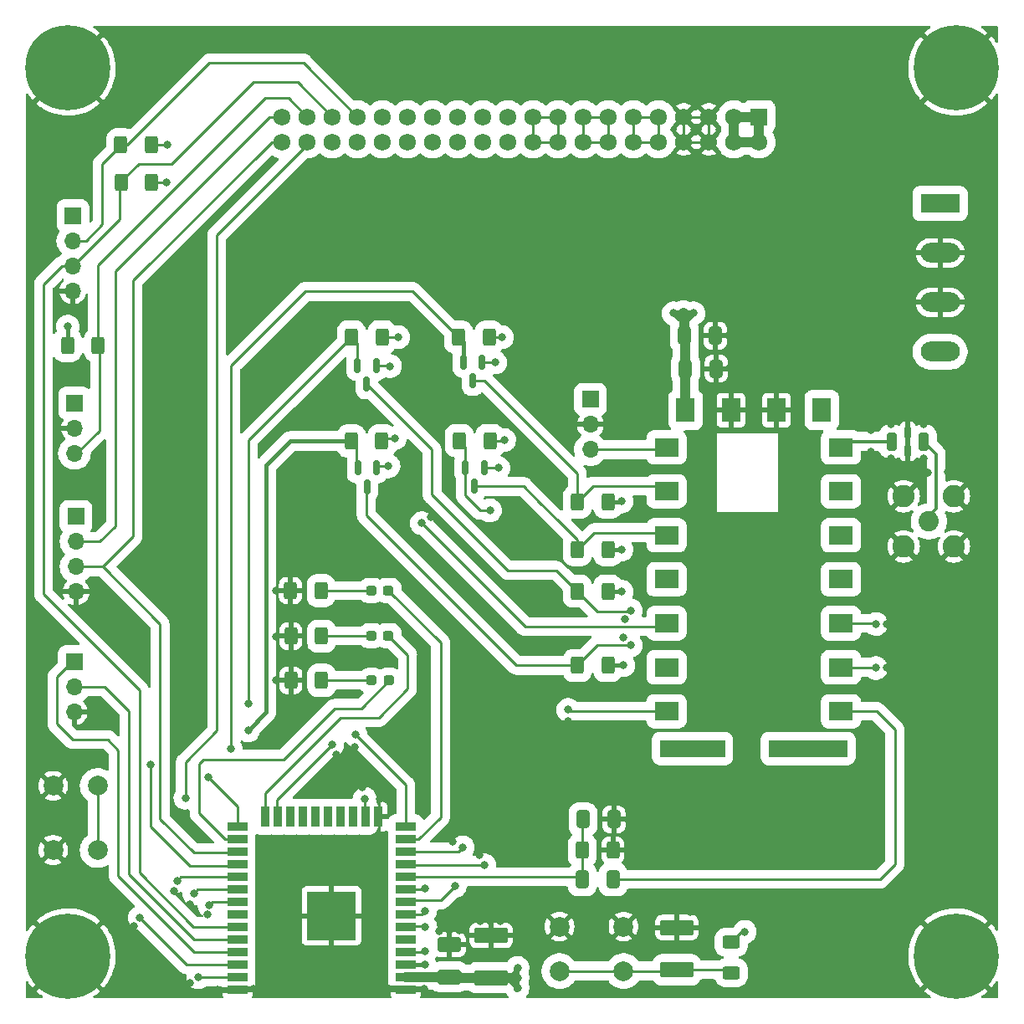
<source format=gbr>
%TF.GenerationSoftware,KiCad,Pcbnew,6.0.8-f2edbf62ab~116~ubuntu22.04.1*%
%TF.CreationDate,2022-10-21T16:06:30-07:00*%
%TF.ProjectId,aprs-esp32,61707273-2d65-4737-9033-322e6b696361,v1.0.0*%
%TF.SameCoordinates,Original*%
%TF.FileFunction,Copper,L1,Top*%
%TF.FilePolarity,Positive*%
%FSLAX46Y46*%
G04 Gerber Fmt 4.6, Leading zero omitted, Abs format (unit mm)*
G04 Created by KiCad (PCBNEW 6.0.8-f2edbf62ab~116~ubuntu22.04.1) date 2022-10-21 16:06:30*
%MOMM*%
%LPD*%
G01*
G04 APERTURE LIST*
G04 Aperture macros list*
%AMRoundRect*
0 Rectangle with rounded corners*
0 $1 Rounding radius*
0 $2 $3 $4 $5 $6 $7 $8 $9 X,Y pos of 4 corners*
0 Add a 4 corners polygon primitive as box body*
4,1,4,$2,$3,$4,$5,$6,$7,$8,$9,$2,$3,0*
0 Add four circle primitives for the rounded corners*
1,1,$1+$1,$2,$3*
1,1,$1+$1,$4,$5*
1,1,$1+$1,$6,$7*
1,1,$1+$1,$8,$9*
0 Add four rect primitives between the rounded corners*
20,1,$1+$1,$2,$3,$4,$5,0*
20,1,$1+$1,$4,$5,$6,$7,0*
20,1,$1+$1,$6,$7,$8,$9,0*
20,1,$1+$1,$8,$9,$2,$3,0*%
G04 Aperture macros list end*
%TA.AperFunction,ComponentPad*%
%ADD10C,2.000000*%
%TD*%
%TA.AperFunction,SMDPad,CuDef*%
%ADD11RoundRect,0.250000X0.400000X0.625000X-0.400000X0.625000X-0.400000X-0.625000X0.400000X-0.625000X0*%
%TD*%
%TA.AperFunction,SMDPad,CuDef*%
%ADD12RoundRect,0.250000X-0.412500X-0.650000X0.412500X-0.650000X0.412500X0.650000X-0.412500X0.650000X0*%
%TD*%
%TA.AperFunction,SMDPad,CuDef*%
%ADD13RoundRect,0.250000X1.450000X-0.537500X1.450000X0.537500X-1.450000X0.537500X-1.450000X-0.537500X0*%
%TD*%
%TA.AperFunction,SMDPad,CuDef*%
%ADD14RoundRect,0.237500X-0.287500X-0.237500X0.287500X-0.237500X0.287500X0.237500X-0.287500X0.237500X0*%
%TD*%
%TA.AperFunction,SMDPad,CuDef*%
%ADD15RoundRect,0.150000X-0.150000X0.587500X-0.150000X-0.587500X0.150000X-0.587500X0.150000X0.587500X0*%
%TD*%
%TA.AperFunction,ComponentPad*%
%ADD16C,2.050000*%
%TD*%
%TA.AperFunction,ComponentPad*%
%ADD17C,2.250000*%
%TD*%
%TA.AperFunction,ComponentPad*%
%ADD18R,1.700000X1.700000*%
%TD*%
%TA.AperFunction,ComponentPad*%
%ADD19O,1.700000X1.700000*%
%TD*%
%TA.AperFunction,ComponentPad*%
%ADD20R,3.960000X1.980000*%
%TD*%
%TA.AperFunction,ComponentPad*%
%ADD21O,3.960000X1.980000*%
%TD*%
%TA.AperFunction,ComponentPad*%
%ADD22C,0.900000*%
%TD*%
%TA.AperFunction,ComponentPad*%
%ADD23C,8.600000*%
%TD*%
%TA.AperFunction,SMDPad,CuDef*%
%ADD24R,2.470000X1.880000*%
%TD*%
%TA.AperFunction,SMDPad,CuDef*%
%ADD25R,1.880000X2.470000*%
%TD*%
%TA.AperFunction,SMDPad,CuDef*%
%ADD26R,6.600000X1.800000*%
%TD*%
%TA.AperFunction,SMDPad,CuDef*%
%ADD27R,8.000000X1.800000*%
%TD*%
%TA.AperFunction,SMDPad,CuDef*%
%ADD28RoundRect,0.249600X-0.270400X-0.650400X0.270400X-0.650400X0.270400X0.650400X-0.270400X0.650400X0*%
%TD*%
%TA.AperFunction,ComponentPad*%
%ADD29C,0.610000*%
%TD*%
%TA.AperFunction,SMDPad,CuDef*%
%ADD30RoundRect,0.152500X-0.152500X-0.470000X0.152500X-0.470000X0.152500X0.470000X-0.152500X0.470000X0*%
%TD*%
%TA.AperFunction,SMDPad,CuDef*%
%ADD31RoundRect,0.250001X0.924999X-0.499999X0.924999X0.499999X-0.924999X0.499999X-0.924999X-0.499999X0*%
%TD*%
%TA.AperFunction,SMDPad,CuDef*%
%ADD32R,2.000000X0.900000*%
%TD*%
%TA.AperFunction,SMDPad,CuDef*%
%ADD33R,0.900000X2.000000*%
%TD*%
%TA.AperFunction,SMDPad,CuDef*%
%ADD34R,5.000000X5.000000*%
%TD*%
%TA.AperFunction,SMDPad,CuDef*%
%ADD35RoundRect,0.250000X0.412500X0.650000X-0.412500X0.650000X-0.412500X-0.650000X0.412500X-0.650000X0*%
%TD*%
%TA.AperFunction,SMDPad,CuDef*%
%ADD36RoundRect,0.250000X-0.625000X0.400000X-0.625000X-0.400000X0.625000X-0.400000X0.625000X0.400000X0*%
%TD*%
%TA.AperFunction,SMDPad,CuDef*%
%ADD37RoundRect,0.250000X-0.400000X-0.625000X0.400000X-0.625000X0.400000X0.625000X-0.400000X0.625000X0*%
%TD*%
%TA.AperFunction,ComponentPad*%
%ADD38R,1.725000X1.725000*%
%TD*%
%TA.AperFunction,ComponentPad*%
%ADD39C,1.725000*%
%TD*%
%TA.AperFunction,ViaPad*%
%ADD40C,0.800000*%
%TD*%
%TA.AperFunction,Conductor*%
%ADD41C,0.396620*%
%TD*%
%TA.AperFunction,Conductor*%
%ADD42C,0.292100*%
%TD*%
%TA.AperFunction,Conductor*%
%ADD43C,0.600000*%
%TD*%
%TA.AperFunction,Conductor*%
%ADD44C,1.000000*%
%TD*%
%TA.AperFunction,Conductor*%
%ADD45C,0.400000*%
%TD*%
%TA.AperFunction,Conductor*%
%ADD46C,0.300000*%
%TD*%
%TA.AperFunction,Conductor*%
%ADD47C,0.230000*%
%TD*%
G04 APERTURE END LIST*
D10*
%TO.P,SW2,1,1*%
%TO.N,GND*%
X23565000Y-104215000D03*
X23565000Y-97715000D03*
%TO.P,SW2,2,2*%
%TO.N,ESP_PROG*%
X28065000Y-104215000D03*
X28065000Y-97715000D03*
%TD*%
D11*
%TO.P,R4,1*%
%TO.N,+3V3*%
X56835000Y-62815000D03*
%TO.P,R4,2*%
%TO.N,RADIO_TX_LOW*%
X53735000Y-62815000D03*
%TD*%
D12*
%TO.P,C2,1*%
%TO.N,+4V*%
X87555000Y-55485000D03*
%TO.P,C2,2*%
%TO.N,GND*%
X90680000Y-55485000D03*
%TD*%
D11*
%TO.P,R10,1*%
%TO.N,+3V3*%
X67775000Y-62775000D03*
%TO.P,R10,2*%
%TO.N,PTT_LOW*%
X64675000Y-62775000D03*
%TD*%
%TO.P,R3,1*%
%TO.N,+3V3*%
X56845000Y-52285000D03*
%TO.P,R3,2*%
%TO.N,RADIO_RX_LOW*%
X53745000Y-52285000D03*
%TD*%
D13*
%TO.P,C3,1*%
%TO.N,ESP_ENA*%
X86679587Y-116330713D03*
%TO.P,C3,2*%
%TO.N,GND*%
X86679587Y-112055713D03*
%TD*%
D14*
%TO.P,D1,1,K*%
%TO.N,Net-(D1-Pad1)*%
X55810000Y-87055000D03*
%TO.P,D1,2,A*%
%TO.N,GPIO04*%
X57560000Y-87055000D03*
%TD*%
D15*
%TO.P,Q4,1,G*%
%TO.N,+3V3*%
X67175000Y-65532500D03*
%TO.P,Q4,2,S*%
%TO.N,PTT_LOW*%
X65275000Y-65532500D03*
%TO.P,Q4,3,D*%
%TO.N,PTT_HIGH*%
X66225000Y-67407500D03*
%TD*%
D16*
%TO.P,J7,1,In*%
%TO.N,/RF_OUT*%
X112186370Y-70945645D03*
D17*
%TO.P,J7,2,Ext*%
%TO.N,GND*%
X114726370Y-73485645D03*
X109646370Y-73485645D03*
X114726370Y-68405645D03*
X109646370Y-68405645D03*
%TD*%
D11*
%TO.P,R14,1*%
%TO.N,Net-(D1-Pad1)*%
X50725000Y-87035000D03*
%TO.P,R14,2*%
%TO.N,GND*%
X47625000Y-87035000D03*
%TD*%
D13*
%TO.P,C4,1*%
%TO.N,+3V3*%
X67875000Y-117130000D03*
%TO.P,C4,2*%
%TO.N,GND*%
X67875000Y-112855000D03*
%TD*%
D18*
%TO.P,J1,1,Pin_1*%
%TO.N,+3V3*%
X25885000Y-70455000D03*
D19*
%TO.P,J1,2,Pin_2*%
%TO.N,GPS_TX*%
X25885000Y-72995000D03*
%TO.P,J1,3,Pin_3*%
%TO.N,GPS_RX*%
X25885000Y-75535000D03*
%TO.P,J1,4,Pin_4*%
%TO.N,GND*%
X25885000Y-78075000D03*
%TD*%
D14*
%TO.P,D2,1,K*%
%TO.N,Net-(D2-Pad1)*%
X55760000Y-82515000D03*
%TO.P,D2,2,A*%
%TO.N,GPIO02*%
X57510000Y-82515000D03*
%TD*%
D12*
%TO.P,C1,1*%
%TO.N,+4V*%
X87455000Y-52145000D03*
%TO.P,C1,2*%
%TO.N,GND*%
X90580000Y-52145000D03*
%TD*%
D15*
%TO.P,Q1,1,G*%
%TO.N,+3V3*%
X56285000Y-65547500D03*
%TO.P,Q1,2,S*%
%TO.N,RADIO_TX_LOW*%
X54385000Y-65547500D03*
%TO.P,Q1,3,D*%
%TO.N,RADIO_TX_HIGH*%
X55335000Y-67422500D03*
%TD*%
D14*
%TO.P,D3,1,K*%
%TO.N,Net-(D3-Pad1)*%
X55760000Y-77945000D03*
%TO.P,D3,2,A*%
%TO.N,GPIO014*%
X57510000Y-77945000D03*
%TD*%
D20*
%TO.P,J3,1,Pin_1*%
%TO.N,+4V*%
X113335000Y-38775000D03*
D21*
%TO.P,J3,2,Pin_2*%
%TO.N,GND*%
X113335000Y-43775000D03*
%TO.P,J3,3,Pin_3*%
X113335000Y-48775000D03*
%TO.P,J3,4,Pin_4*%
%TO.N,+3V3*%
X113335000Y-53775000D03*
%TD*%
D11*
%TO.P,R15,1*%
%TO.N,Net-(D2-Pad1)*%
X50715000Y-82565000D03*
%TO.P,R15,2*%
%TO.N,GND*%
X47615000Y-82565000D03*
%TD*%
D18*
%TO.P,J8,1,Pin_1*%
%TO.N,ESP_TX*%
X25695000Y-85140000D03*
D19*
%TO.P,J8,2,Pin_2*%
%TO.N,ESP_RX*%
X25695000Y-87680000D03*
%TO.P,J8,3,Pin_3*%
%TO.N,GND*%
X25695000Y-90220000D03*
%TD*%
D18*
%TO.P,J6,1,Pin_1*%
%TO.N,unconnected-(J6-Pad1)*%
X77940218Y-58596018D03*
D19*
%TO.P,J6,2,Pin_2*%
%TO.N,GND*%
X77940218Y-61136018D03*
%TO.P,J6,3,Pin_3*%
%TO.N,/RF_HI_ENA*%
X77940218Y-63676018D03*
%TD*%
D18*
%TO.P,J4,1,Pin_1*%
%TO.N,+3V3*%
X25555000Y-39995000D03*
D19*
%TO.P,J4,2,Pin_2*%
%TO.N,I2C_SCL*%
X25555000Y-42535000D03*
%TO.P,J4,3,Pin_3*%
%TO.N,I2C_SA*%
X25555000Y-45075000D03*
%TO.P,J4,4,Pin_4*%
%TO.N,GND*%
X25555000Y-47615000D03*
%TD*%
D15*
%TO.P,Q2,1,G*%
%TO.N,+3V3*%
X56245000Y-55186500D03*
%TO.P,Q2,2,S*%
%TO.N,RADIO_RX_LOW*%
X54345000Y-55186500D03*
%TO.P,Q2,3,D*%
%TO.N,RADIO_RX_HIGH*%
X55295000Y-57061500D03*
%TD*%
D22*
%TO.P,H4,1,1*%
%TO.N,GND*%
X112639581Y-112639581D03*
X114920000Y-118145000D03*
X117200419Y-112639581D03*
X114920000Y-111695000D03*
X117200419Y-117200419D03*
X111695000Y-114920000D03*
X112639581Y-117200419D03*
D23*
X114920000Y-114920000D03*
D22*
X118145000Y-114920000D03*
%TD*%
D24*
%TO.P,U1,1,SQ*%
%TO.N,SQ*%
X85640000Y-90155000D03*
%TO.P,U1,2*%
%TO.N,N/C*%
X85640000Y-85705000D03*
%TO.P,U1,3,AF_OUT*%
%TO.N,AF_OUT*%
X85640000Y-81255000D03*
%TO.P,U1,4*%
%TO.N,N/C*%
X85640000Y-76805000D03*
%TO.P,U1,5,PTT*%
%TO.N,PTT_HIGH*%
X85640000Y-72355000D03*
%TO.P,U1,6,PD*%
%TO.N,RADIO_ENA_HIGH*%
X85640000Y-67905000D03*
%TO.P,U1,7,H/L*%
%TO.N,/RF_HI_ENA*%
X85640000Y-63455000D03*
D25*
%TO.P,U1,8,VBAT*%
%TO.N,+4V*%
X87565000Y-59680000D03*
%TO.P,U1,9,GND*%
%TO.N,GND*%
X92165000Y-59680000D03*
%TO.P,U1,10,GND*%
X96765000Y-59680000D03*
%TO.P,U1,11*%
%TO.N,N/C*%
X101365000Y-59680000D03*
D24*
%TO.P,U1,12,ANT*%
%TO.N,/RF_OUT_NO_FILTER*%
X103290000Y-63455000D03*
%TO.P,U1,13*%
%TO.N,N/C*%
X103290000Y-67905000D03*
%TO.P,U1,14*%
X103290000Y-72355000D03*
%TO.P,U1,15*%
X103290000Y-76805000D03*
%TO.P,U1,16,RXD*%
%TO.N,RADIO_RX_HIGH*%
X103290000Y-81255000D03*
%TO.P,U1,17,TXD*%
%TO.N,RADIO_TX_HIGH*%
X103290000Y-85705000D03*
%TO.P,U1,18,MIC_IN*%
%TO.N,MIC_IN*%
X103290000Y-90155000D03*
D26*
%TO.P,U1,P2*%
%TO.N,N/C*%
X88265000Y-93930000D03*
D27*
%TO.P,U1,P3*%
X99965000Y-93930000D03*
%TD*%
D28*
%TO.P,FL1,1,IN*%
%TO.N,/RF_OUT_NO_FILTER*%
X108426659Y-62866266D03*
D29*
%TO.P,FL1,2,GND*%
%TO.N,GND*%
X110051659Y-63971266D03*
D30*
X110051659Y-63793766D03*
D28*
%TO.P,FL1,3,OUT*%
%TO.N,/RF_OUT*%
X111676659Y-62866266D03*
D29*
%TO.P,FL1,4,GND*%
%TO.N,GND*%
X110051659Y-61761266D03*
D30*
X110051659Y-61938766D03*
%TD*%
D18*
%TO.P,J2,1,Pin_1*%
%TO.N,+3V3*%
X25725000Y-58970000D03*
D19*
%TO.P,J2,2,Pin_2*%
%TO.N,GND*%
X25725000Y-61510000D03*
%TO.P,J2,3,Pin_3*%
%TO.N,ONE_WIRE*%
X25725000Y-64050000D03*
%TD*%
D22*
%TO.P,H3,1,1*%
%TO.N,GND*%
X25080000Y-111695000D03*
X28305000Y-114920000D03*
X22799581Y-112639581D03*
X22799581Y-117200419D03*
X27360419Y-117200419D03*
X27360419Y-112639581D03*
X25080000Y-118145000D03*
X21855000Y-114920000D03*
D23*
X25080000Y-114920000D03*
%TD*%
D31*
%TO.P,C5,1*%
%TO.N,+3V3*%
X63655000Y-117040000D03*
%TO.P,C5,2*%
%TO.N,GND*%
X63655000Y-113790000D03*
%TD*%
D32*
%TO.P,U2,1,GND*%
%TO.N,GND*%
X59235000Y-118350000D03*
%TO.P,U2,2,VDD*%
%TO.N,+3V3*%
X59235000Y-117080000D03*
%TO.P,U2,3,EN*%
%TO.N,ESP_ENA*%
X59235000Y-115810000D03*
%TO.P,U2,4,SENSOR_VP*%
%TO.N,AUDIO_IN*%
X59235000Y-114540000D03*
%TO.P,U2,5,SENSOR_VN*%
%TO.N,unconnected-(U2-Pad5)*%
X59235000Y-113270000D03*
%TO.P,U2,6,IO34*%
%TO.N,GPIO34*%
X59235000Y-112000000D03*
%TO.P,U2,7,IO35*%
%TO.N,GPIO35*%
X59235000Y-110730000D03*
%TO.P,U2,8,IO32*%
%TO.N,GPIO032*%
X59235000Y-109460000D03*
%TO.P,U2,9,IO33*%
%TO.N,PTT_LOW*%
X59235000Y-108190000D03*
%TO.P,U2,10,IO25*%
%TO.N,FSK_OUT*%
X59235000Y-106920000D03*
%TO.P,U2,11,IO26*%
%TO.N,GPIO26*%
X59235000Y-105650000D03*
%TO.P,U2,12,IO27*%
%TO.N,GPIO27*%
X59235000Y-104380000D03*
%TO.P,U2,13,IO14*%
%TO.N,GPIO014*%
X59235000Y-103110000D03*
%TO.P,U2,14,IO12*%
%TO.N,GPIO012*%
X59235000Y-101840000D03*
D33*
%TO.P,U2,15,GND*%
%TO.N,GND*%
X56450000Y-100840000D03*
%TO.P,U2,16,IO13*%
%TO.N,ONE_WIRE*%
X55180000Y-100840000D03*
%TO.P,U2,17,SHD/SD2*%
%TO.N,unconnected-(U2-Pad17)*%
X53910000Y-100840000D03*
%TO.P,U2,18,SWP/SD3*%
%TO.N,unconnected-(U2-Pad18)*%
X52640000Y-100840000D03*
%TO.P,U2,19,SCS/CMD*%
%TO.N,unconnected-(U2-Pad19)*%
X51370000Y-100840000D03*
%TO.P,U2,20,SCK/CLK*%
%TO.N,unconnected-(U2-Pad20)*%
X50100000Y-100840000D03*
%TO.P,U2,21,SDO/SD0*%
%TO.N,unconnected-(U2-Pad21)*%
X48830000Y-100840000D03*
%TO.P,U2,22,SDI/SD1*%
%TO.N,unconnected-(U2-Pad22)*%
X47560000Y-100840000D03*
%TO.P,U2,23,IO15*%
%TO.N,GPIO015*%
X46290000Y-100840000D03*
%TO.P,U2,24,IO2*%
%TO.N,GPIO02*%
X45020000Y-100840000D03*
D32*
%TO.P,U2,25,IO0*%
%TO.N,ESP_PROG*%
X42235000Y-101840000D03*
%TO.P,U2,26,IO4*%
%TO.N,GPIO04*%
X42235000Y-103110000D03*
%TO.P,U2,27,IO16*%
%TO.N,GPS_RX*%
X42235000Y-104380000D03*
%TO.P,U2,28,IO17*%
%TO.N,GPS_TX*%
X42235000Y-105650000D03*
%TO.P,U2,29,IO5*%
%TO.N,RADIO_ENA_LOW*%
X42235000Y-106920000D03*
%TO.P,U2,30,IO18*%
%TO.N,RADIO_TX_LOW*%
X42235000Y-108190000D03*
%TO.P,U2,31,IO19*%
%TO.N,RADIO_RX_LOW*%
X42235000Y-109460000D03*
%TO.P,U2,32,NC*%
%TO.N,unconnected-(U2-Pad32)*%
X42235000Y-110730000D03*
%TO.P,U2,33,IO21*%
%TO.N,I2C_SA*%
X42235000Y-112000000D03*
%TO.P,U2,34,RXD0/IO3*%
%TO.N,ESP_RX*%
X42235000Y-113270000D03*
%TO.P,U2,35,TXD0/IO1*%
%TO.N,ESP_TX*%
X42235000Y-114540000D03*
%TO.P,U2,36,IO22*%
%TO.N,I2C_SCL*%
X42235000Y-115810000D03*
%TO.P,U2,37,IO23*%
%TO.N,GPIO23*%
X42235000Y-117080000D03*
%TO.P,U2,38,GND*%
%TO.N,GND*%
X42235000Y-118350000D03*
D34*
%TO.P,U2,39,GND*%
X51735000Y-110850000D03*
%TD*%
D11*
%TO.P,R9,1*%
%TO.N,GND*%
X80205000Y-104235000D03*
%TO.P,R9,2*%
%TO.N,FSK_OUT*%
X77105000Y-104235000D03*
%TD*%
%TO.P,R11,1*%
%TO.N,+4V*%
X79705000Y-73805000D03*
%TO.P,R11,2*%
%TO.N,PTT_HIGH*%
X76605000Y-73805000D03*
%TD*%
D35*
%TO.P,C6,1*%
%TO.N,GND*%
X80307500Y-101105000D03*
%TO.P,C6,2*%
%TO.N,FSK_OUT*%
X77182500Y-101105000D03*
%TD*%
D11*
%TO.P,R16,1*%
%TO.N,Net-(D3-Pad1)*%
X50675000Y-77955000D03*
%TO.P,R16,2*%
%TO.N,GND*%
X47575000Y-77955000D03*
%TD*%
%TO.P,R13,1*%
%TO.N,+3V3*%
X33535000Y-36625000D03*
%TO.P,R13,2*%
%TO.N,I2C_SA*%
X30435000Y-36625000D03*
%TD*%
D36*
%TO.P,R8,1*%
%TO.N,+3V3*%
X92179187Y-113529917D03*
%TO.P,R8,2*%
%TO.N,ESP_ENA*%
X92179187Y-116629917D03*
%TD*%
D11*
%TO.P,R5,1*%
%TO.N,+4V*%
X79705000Y-68985000D03*
%TO.P,R5,2*%
%TO.N,RADIO_ENA_HIGH*%
X76605000Y-68985000D03*
%TD*%
D22*
%TO.P,H2,1,1*%
%TO.N,GND*%
X28305000Y-25080000D03*
X25080000Y-21855000D03*
X22799581Y-22799581D03*
X25080000Y-28305000D03*
X22799581Y-27360419D03*
X27360419Y-27360419D03*
X21855000Y-25080000D03*
D23*
X25080000Y-25080000D03*
D22*
X27360419Y-22799581D03*
%TD*%
D37*
%TO.P,R1,1*%
%TO.N,+3V3*%
X25025000Y-53125000D03*
%TO.P,R1,2*%
%TO.N,ONE_WIRE*%
X28125000Y-53125000D03*
%TD*%
D15*
%TO.P,Q3,1,G*%
%TO.N,+3V3*%
X66975000Y-54827500D03*
%TO.P,Q3,2,S*%
%TO.N,RADIO_ENA_LOW*%
X65075000Y-54827500D03*
%TO.P,Q3,3,D*%
%TO.N,RADIO_ENA_HIGH*%
X66025000Y-56702500D03*
%TD*%
D22*
%TO.P,H1,1,1*%
%TO.N,GND*%
X112639581Y-22799581D03*
X112639581Y-27360419D03*
X114920000Y-21855000D03*
X117200419Y-22799581D03*
X114920000Y-28305000D03*
X117200419Y-27360419D03*
D23*
X114920000Y-25080000D03*
D22*
X111695000Y-25080000D03*
X118145000Y-25080000D03*
%TD*%
D38*
%TO.P,J5,1,1*%
%TO.N,+4V*%
X95000000Y-30000000D03*
D39*
%TO.P,J5,2,2*%
X95000000Y-32540000D03*
%TO.P,J5,3,3*%
X92460000Y-30000000D03*
%TO.P,J5,4,4*%
X92460000Y-32540000D03*
%TO.P,J5,5,5*%
%TO.N,GND*%
X89920000Y-30000000D03*
%TO.P,J5,6,6*%
X89920000Y-32540000D03*
%TO.P,J5,7,7*%
X87380000Y-30000000D03*
%TO.P,J5,8,8*%
X87380000Y-32540000D03*
%TO.P,J5,9,9*%
%TO.N,+3V3*%
X84840000Y-30000000D03*
%TO.P,J5,10,10*%
X84840000Y-32540000D03*
%TO.P,J5,11,11*%
X82300000Y-30000000D03*
%TO.P,J5,12,12*%
X82300000Y-32540000D03*
%TO.P,J5,13,13*%
%TO.N,+3V3_E*%
X79760000Y-30000000D03*
%TO.P,J5,14,14*%
X79760000Y-32540000D03*
%TO.P,J5,15,15*%
X77220000Y-30000000D03*
%TO.P,J5,16,16*%
X77220000Y-32540000D03*
%TO.P,J5,17,17*%
%TO.N,4V_E*%
X74680000Y-30000000D03*
%TO.P,J5,18,18*%
X74680000Y-32540000D03*
%TO.P,J5,19,19*%
X72140000Y-30000000D03*
%TO.P,J5,20,20*%
X72140000Y-32540000D03*
%TO.P,J5,21,21*%
%TO.N,SQ*%
X69600000Y-30000000D03*
%TO.P,J5,22,22*%
%TO.N,unconnected-(J5-Pad22)*%
X69600000Y-32540000D03*
%TO.P,J5,23,23*%
%TO.N,unconnected-(J5-Pad23)*%
X67060000Y-30000000D03*
%TO.P,J5,24,24*%
%TO.N,AUDIO_IN*%
X67060000Y-32540000D03*
%TO.P,J5,25,25*%
%TO.N,unconnected-(J5-Pad25)*%
X64520000Y-30000000D03*
%TO.P,J5,26,26*%
%TO.N,GPIO34*%
X64520000Y-32540000D03*
%TO.P,J5,27,27*%
%TO.N,AF_OUT*%
X61980000Y-30000000D03*
%TO.P,J5,28,28*%
%TO.N,GPIO032*%
X61980000Y-32540000D03*
%TO.P,J5,29,29*%
%TO.N,GPIO35*%
X59440000Y-30000000D03*
%TO.P,J5,30,30*%
%TO.N,GPIO26*%
X59440000Y-32540000D03*
%TO.P,J5,31,31*%
%TO.N,unconnected-(J5-Pad31)*%
X56900000Y-30000000D03*
%TO.P,J5,32,32*%
%TO.N,GPIO27*%
X56900000Y-32540000D03*
%TO.P,J5,33,33*%
%TO.N,I2C_SCL*%
X54360000Y-30000000D03*
%TO.P,J5,34,34*%
%TO.N,GPIO012*%
X54360000Y-32540000D03*
%TO.P,J5,35,35*%
%TO.N,I2C_SA*%
X51820000Y-30000000D03*
%TO.P,J5,36,36*%
%TO.N,GPIO015*%
X51820000Y-32540000D03*
%TO.P,J5,37,37*%
%TO.N,ONE_WIRE*%
X49280000Y-30000000D03*
%TO.P,J5,38,38*%
%TO.N,GPIO23*%
X49280000Y-32540000D03*
%TO.P,J5,39,39*%
%TO.N,GPS_TX*%
X46740000Y-30000000D03*
%TO.P,J5,40,40*%
%TO.N,GPS_RX*%
X46740000Y-32540000D03*
%TD*%
D11*
%TO.P,R6,1*%
%TO.N,+4V*%
X79705000Y-78015000D03*
%TO.P,R6,2*%
%TO.N,RADIO_RX_HIGH*%
X76605000Y-78015000D03*
%TD*%
D35*
%TO.P,C7,1*%
%TO.N,MIC_IN*%
X80243050Y-107175205D03*
%TO.P,C7,2*%
%TO.N,FSK_OUT*%
X77118050Y-107175205D03*
%TD*%
D11*
%TO.P,R7,1*%
%TO.N,+4V*%
X79705000Y-85525000D03*
%TO.P,R7,2*%
%TO.N,RADIO_TX_HIGH*%
X76605000Y-85525000D03*
%TD*%
%TO.P,R2,1*%
%TO.N,+3V3*%
X67695000Y-52305000D03*
%TO.P,R2,2*%
%TO.N,RADIO_ENA_LOW*%
X64595000Y-52305000D03*
%TD*%
%TO.P,R12,1*%
%TO.N,+3V3*%
X33495000Y-32825000D03*
%TO.P,R12,2*%
%TO.N,I2C_SCL*%
X30395000Y-32825000D03*
%TD*%
D10*
%TO.P,SW1,1,1*%
%TO.N,GND*%
X81299009Y-111952171D03*
X74799009Y-111952171D03*
%TO.P,SW1,2,2*%
%TO.N,ESP_ENA*%
X74799009Y-116452171D03*
X81299009Y-116452171D03*
%TD*%
D40*
%TO.N,ESP_ENA*%
X61155000Y-115805000D03*
%TO.N,AUDIO_IN*%
X61225000Y-114485000D03*
%TO.N,PTT_LOW*%
X61235000Y-108135000D03*
X67775000Y-69835000D03*
%TO.N,GPIO27*%
X65005000Y-103945000D03*
%TO.N,ONE_WIRE*%
X55095275Y-99024725D03*
%TO.N,ESP_PROG*%
X39295000Y-96875000D03*
%TO.N,GPS_TX*%
X33415000Y-95605000D03*
%TO.N,RADIO_TX_LOW*%
X37825000Y-108575000D03*
X43295000Y-92095000D03*
%TO.N,GND*%
X46142810Y-82625000D03*
X37395000Y-117705000D03*
X50675000Y-112735000D03*
X111685000Y-64605000D03*
X97825000Y-57550000D03*
X49355000Y-67805000D03*
X63655000Y-112370000D03*
X93275000Y-57550000D03*
X107975000Y-85785000D03*
X54815000Y-97895000D03*
X66799000Y-111360000D03*
X110040000Y-65215000D03*
X61815000Y-70535000D03*
X53494800Y-109367800D03*
X31725000Y-111875000D03*
X67815000Y-111360000D03*
X91925000Y-52116200D03*
X81405000Y-80805000D03*
X40165000Y-118365000D03*
X96801800Y-57550000D03*
X106305000Y-63935000D03*
X66735000Y-104735000D03*
X61105000Y-118255000D03*
X35825000Y-108335000D03*
X51589800Y-111247400D03*
X64685000Y-112370000D03*
X51627900Y-109367800D03*
X91163000Y-57550000D03*
X63165000Y-59115000D03*
X56585000Y-99035000D03*
X88045000Y-110465000D03*
X91975800Y-55469000D03*
X108395000Y-64585000D03*
X111665000Y-61135000D03*
X110025000Y-60475000D03*
X49761000Y-109367800D03*
X46142810Y-77935000D03*
X37435000Y-109665000D03*
X35795000Y-50175000D03*
X49385000Y-59085000D03*
X64015000Y-103315000D03*
X106315000Y-61725000D03*
X35855000Y-67665000D03*
X114095000Y-65955000D03*
X46142810Y-87025000D03*
X108385000Y-61135000D03*
X52205000Y-94535000D03*
X95735000Y-57550000D03*
X68835000Y-111360000D03*
X65145000Y-43795000D03*
X52675000Y-112765000D03*
X43865000Y-118235000D03*
X58175000Y-69525000D03*
X57381000Y-118207000D03*
X92229800Y-57550000D03*
X113845000Y-62875000D03*
X67505000Y-71745000D03*
X39165000Y-110755000D03*
X62595000Y-112375000D03*
X49285000Y-50245000D03*
X81875000Y-101205000D03*
X75715000Y-91135000D03*
X107935000Y-81325000D03*
X54085000Y-93755000D03*
X81805000Y-104225000D03*
X81285000Y-82665000D03*
X112105000Y-66045000D03*
%TO.N,RADIO_ENA_LOW*%
X41545000Y-93995000D03*
X36135000Y-107295000D03*
%TO.N,+4V*%
X87353000Y-49881000D03*
X86337000Y-49881000D03*
X81275000Y-85515000D03*
X81065000Y-73805000D03*
X81075000Y-68925000D03*
X81105000Y-78055000D03*
X88369000Y-49881000D03*
%TO.N,RADIO_TX_HIGH*%
X106825000Y-85785000D03*
X82025000Y-83485000D03*
%TO.N,RADIO_RX_LOW*%
X39375000Y-109785000D03*
X43315000Y-89415000D03*
%TO.N,RADIO_RX_HIGH*%
X82025000Y-79955000D03*
X106825000Y-81325000D03*
%TO.N,AF_OUT*%
X60865000Y-71125000D03*
%TO.N,SQ*%
X75669000Y-90013000D03*
%TO.N,GPIO34*%
X61235000Y-112015000D03*
%TO.N,GPIO032*%
X64215000Y-107855000D03*
%TO.N,GPIO012*%
X54155000Y-92535000D03*
%TO.N,GPIO015*%
X51815000Y-93555000D03*
%TO.N,GPIO26*%
X67225000Y-105745000D03*
%TO.N,GPIO35*%
X61215000Y-110365000D03*
%TO.N,+3V3*%
X70561000Y-117151000D03*
X70561000Y-118167000D03*
X68295000Y-54857500D03*
X35095000Y-32845000D03*
X69210000Y-62700000D03*
X68620000Y-65550000D03*
X35065000Y-36635000D03*
X93545000Y-112475000D03*
X70561000Y-116135000D03*
X58480000Y-52285000D03*
X57660000Y-55225000D03*
X25045000Y-51225000D03*
X57505000Y-65371024D03*
X68995000Y-52307500D03*
X58165000Y-62511024D03*
%TO.N,I2C_SCL*%
X32325000Y-111075000D03*
%TO.N,GPIO23*%
X36955000Y-98915000D03*
X38255000Y-117095000D03*
%TD*%
D41*
%TO.N,ESP_ENA*%
X59235000Y-115810000D02*
X61150000Y-115810000D01*
D42*
X86558129Y-116452171D02*
X86679587Y-116330713D01*
X74799009Y-116452171D02*
X81299009Y-116452171D01*
X86679587Y-116330713D02*
X91879983Y-116330713D01*
D41*
X61150000Y-115810000D02*
X61155000Y-115805000D01*
D42*
X91879983Y-116330713D02*
X92179187Y-116629917D01*
X81299009Y-116452171D02*
X86558129Y-116452171D01*
%TO.N,AUDIO_IN*%
X59235000Y-114540000D02*
X61170000Y-114540000D01*
X61170000Y-114540000D02*
X61225000Y-114485000D01*
%TO.N,PTT_LOW*%
X65275000Y-65532500D02*
X65275000Y-68345000D01*
X61180000Y-108190000D02*
X61235000Y-108135000D01*
X65275000Y-65532500D02*
X65275000Y-63375000D01*
X66765000Y-69835000D02*
X67775000Y-69835000D01*
X65275000Y-63375000D02*
X64675000Y-62775000D01*
X65275000Y-68345000D02*
X66765000Y-69835000D01*
X59235000Y-108190000D02*
X61180000Y-108190000D01*
%TO.N,FSK_OUT*%
X77105000Y-101182500D02*
X77182500Y-101105000D01*
X77118050Y-104248050D02*
X77105000Y-104235000D01*
X59235000Y-106920000D02*
X76758255Y-106920000D01*
X77118050Y-107175205D02*
X77118050Y-104248050D01*
X77105000Y-104235000D02*
X77105000Y-101182500D01*
%TO.N,GPIO27*%
X59235000Y-104380000D02*
X64570000Y-104380000D01*
X64570000Y-104380000D02*
X65005000Y-103945000D01*
%TO.N,ONE_WIRE*%
X28235000Y-61755000D02*
X28235000Y-53165000D01*
X28055000Y-45005000D02*
X28230000Y-44830000D01*
X44985000Y-28075000D02*
X47355000Y-28075000D01*
X28230000Y-44830000D02*
X44985000Y-28075000D01*
X47355000Y-28075000D02*
X49280000Y-30000000D01*
X28235000Y-53165000D02*
X28055000Y-52985000D01*
X28055000Y-52985000D02*
X28055000Y-45005000D01*
X55095275Y-99024725D02*
X55095275Y-101331072D01*
X25885000Y-64105000D02*
X28235000Y-61755000D01*
%TO.N,ESP_PROG*%
X42235000Y-99815000D02*
X39295000Y-96875000D01*
X28065000Y-97715000D02*
X28065000Y-104215000D01*
X42235000Y-101840000D02*
X42235000Y-99815000D01*
%TO.N,GPS_TX*%
X45470000Y-30000000D02*
X46740000Y-30000000D01*
X29847400Y-45622600D02*
X45470000Y-30000000D01*
X25885000Y-72995000D02*
X28247200Y-72995000D01*
X33415000Y-95605000D02*
X33415000Y-101795000D01*
X37425000Y-105805000D02*
X41814203Y-105805000D01*
X29847400Y-71394800D02*
X29847400Y-45622600D01*
X28247200Y-72995000D02*
X29847400Y-71394800D01*
X33415000Y-101795000D02*
X37425000Y-105805000D01*
%TO.N,GPS_RX*%
X28577400Y-75535000D02*
X31645000Y-72467400D01*
X45670000Y-32540000D02*
X46740000Y-32540000D01*
X41764203Y-104485000D02*
X39117144Y-104485000D01*
X31645000Y-71655000D02*
X31645000Y-46565000D01*
X31645000Y-72407800D02*
X31645000Y-71655000D01*
X25885000Y-75535000D02*
X28577400Y-75535000D01*
X34394000Y-81351600D02*
X34394000Y-101074000D01*
X28577400Y-75535000D02*
X34394000Y-81351600D01*
X34394000Y-101074000D02*
X37795000Y-104475000D01*
X37795000Y-104475000D02*
X39065000Y-104475000D01*
X31645000Y-46565000D02*
X45670000Y-32540000D01*
X31645000Y-72467400D02*
X31645000Y-71655000D01*
D41*
%TO.N,RADIO_TX_LOW*%
X53735000Y-62815000D02*
X47585000Y-62815000D01*
X45125000Y-65275000D02*
X45125000Y-90265000D01*
D42*
X54285000Y-65343524D02*
X54285000Y-63141024D01*
D41*
X45125000Y-90265000D02*
X43295000Y-92095000D01*
D42*
X54285000Y-63141024D02*
X53685000Y-62541024D01*
X38210000Y-108190000D02*
X37825000Y-108575000D01*
D41*
X47585000Y-62815000D02*
X45125000Y-65275000D01*
D42*
X42235000Y-108190000D02*
X38210000Y-108190000D01*
%TO.N,GND*%
X53494800Y-109496547D02*
X51650275Y-111341072D01*
X51412000Y-109393200D02*
X51412000Y-111102797D01*
X51412000Y-111102797D02*
X51650275Y-111341072D01*
X51650275Y-111307875D02*
X49761000Y-109418600D01*
D43*
X42220000Y-118365000D02*
X42235000Y-118350000D01*
D42*
X96925000Y-59520000D02*
X96765000Y-59680000D01*
D43*
X40165000Y-118365000D02*
X42220000Y-118365000D01*
D42*
X56565000Y-99055000D02*
X56585000Y-99035000D01*
D44*
X90680000Y-55870000D02*
X90745000Y-55805000D01*
D43*
X59092000Y-118207000D02*
X59235000Y-118350000D01*
D42*
X90680000Y-55485000D02*
X90680000Y-55870000D01*
X87380000Y-30000000D02*
X89920000Y-30000000D01*
X51650275Y-111341072D02*
X51650275Y-111740275D01*
X56565000Y-101131347D02*
X56565000Y-99055000D01*
X51650275Y-111341072D02*
X51650275Y-111307875D01*
D43*
X61105000Y-118255000D02*
X59330000Y-118255000D01*
D42*
X92435000Y-59410000D02*
X92165000Y-59680000D01*
X90680000Y-55485000D02*
X90680000Y-55170000D01*
D43*
X57381000Y-118207000D02*
X59092000Y-118207000D01*
D42*
X89920000Y-32540000D02*
X87380000Y-32540000D01*
D43*
X43865000Y-118235000D02*
X42350000Y-118235000D01*
D42*
X51650275Y-111740275D02*
X52675000Y-112765000D01*
X51650275Y-111759725D02*
X50675000Y-112735000D01*
X51650275Y-111341072D02*
X51650275Y-111759725D01*
D43*
X42350000Y-118235000D02*
X42235000Y-118350000D01*
D42*
X87380000Y-32540000D02*
X87380000Y-30000000D01*
D43*
X59330000Y-118255000D02*
X59235000Y-118350000D01*
D42*
X90580000Y-52145000D02*
X91045000Y-52145000D01*
X89920000Y-30000000D02*
X89920000Y-32540000D01*
%TO.N,ESP_RX*%
X37830000Y-113270000D02*
X42235000Y-113270000D01*
X25695000Y-87680000D02*
X28790000Y-87680000D01*
X31255000Y-90145000D02*
X31255000Y-106695000D01*
X31255000Y-106695000D02*
X37830000Y-113270000D01*
X28790000Y-87680000D02*
X31255000Y-90145000D01*
%TO.N,ESP_TX*%
X25460000Y-85140000D02*
X23955000Y-86645000D01*
X23955000Y-91455000D02*
X25515000Y-93015000D01*
X25515000Y-93015000D02*
X29075000Y-93015000D01*
X25695000Y-85140000D02*
X25460000Y-85140000D01*
X29075000Y-93015000D02*
X30155000Y-94095000D01*
X30155000Y-94095000D02*
X30155000Y-106825000D01*
X37870000Y-114540000D02*
X42235000Y-114540000D01*
X23955000Y-86645000D02*
X23955000Y-91455000D01*
X30155000Y-106825000D02*
X37870000Y-114540000D01*
%TO.N,RADIO_ENA_LOW*%
X36510000Y-106920000D02*
X36135000Y-107295000D01*
X41545000Y-93995000D02*
X41545000Y-55185000D01*
X41545000Y-55185000D02*
X49055000Y-47675000D01*
X59965000Y-47675000D02*
X64595000Y-52305000D01*
X42235000Y-106920000D02*
X36510000Y-106920000D01*
X49055000Y-47675000D02*
X59965000Y-47675000D01*
D41*
X65075000Y-54827500D02*
X65075000Y-52785000D01*
X65075000Y-52785000D02*
X64595000Y-52305000D01*
D44*
%TO.N,+4V*%
X87565000Y-55495000D02*
X87555000Y-55485000D01*
D45*
X81265000Y-85525000D02*
X81275000Y-85515000D01*
D43*
X86337000Y-49881000D02*
X88369000Y-49881000D01*
D44*
X87455000Y-49983000D02*
X87353000Y-49881000D01*
X87555000Y-55485000D02*
X87555000Y-52245000D01*
D45*
X79705000Y-73805000D02*
X81065000Y-73805000D01*
D43*
X88369000Y-49881000D02*
X87861000Y-50389000D01*
D45*
X81015000Y-68985000D02*
X81075000Y-68925000D01*
D44*
X87565000Y-59680000D02*
X87565000Y-55495000D01*
D45*
X79705000Y-78015000D02*
X81065000Y-78015000D01*
D43*
X86337000Y-49881000D02*
X86845000Y-50389000D01*
D44*
X92460000Y-32540000D02*
X92460000Y-30000000D01*
X95000000Y-30000000D02*
X95000000Y-32540000D01*
D43*
X87353000Y-49881000D02*
X87353000Y-50389000D01*
X87861000Y-50389000D02*
X87353000Y-50389000D01*
D45*
X79705000Y-85525000D02*
X81265000Y-85525000D01*
D44*
X95000000Y-32540000D02*
X92460000Y-32540000D01*
D45*
X81065000Y-78015000D02*
X81105000Y-78055000D01*
D44*
X92460000Y-30000000D02*
X95000000Y-30000000D01*
D45*
X79705000Y-68985000D02*
X81015000Y-68985000D01*
D44*
X87455000Y-52145000D02*
X87455000Y-49983000D01*
D43*
X86845000Y-50389000D02*
X87353000Y-50389000D01*
D42*
%TO.N,4V_E*%
X74680000Y-32540000D02*
X72140000Y-32540000D01*
X72140000Y-30000000D02*
X74680000Y-30000000D01*
X74680000Y-30000000D02*
X74680000Y-32540000D01*
X72140000Y-32540000D02*
X72140000Y-30000000D01*
%TO.N,RADIO_TX_HIGH*%
X70465000Y-85525000D02*
X76605000Y-85525000D01*
X76605000Y-85525000D02*
X78645000Y-83485000D01*
X106745000Y-85705000D02*
X106825000Y-85785000D01*
X78645000Y-83485000D02*
X81995000Y-83485000D01*
X103290000Y-85705000D02*
X106745000Y-85705000D01*
X55235000Y-67218524D02*
X55235000Y-70295000D01*
X55235000Y-70295000D02*
X70465000Y-85525000D01*
%TO.N,PTT_HIGH*%
X78325000Y-72085000D02*
X85370000Y-72085000D01*
X85370000Y-72085000D02*
X85640000Y-72355000D01*
X66225000Y-67407500D02*
X71197500Y-67407500D01*
X72835000Y-69045000D02*
X74705000Y-70915000D01*
X74705000Y-70915000D02*
X76605000Y-72815000D01*
X71197500Y-67407500D02*
X72835000Y-69045000D01*
X76605000Y-73805000D02*
X78325000Y-72085000D01*
X76605000Y-72815000D02*
X76605000Y-73805000D01*
%TO.N,RADIO_ENA_HIGH*%
X66035000Y-56705000D02*
X67185000Y-56705000D01*
X85100000Y-67365000D02*
X85640000Y-67905000D01*
X76605000Y-68985000D02*
X78225000Y-67365000D01*
X67185000Y-56705000D02*
X76605000Y-66125000D01*
X76605000Y-66125000D02*
X76605000Y-68985000D01*
X78225000Y-67365000D02*
X85100000Y-67365000D01*
%TO.N,RADIO_RX_LOW*%
X54345000Y-55186500D02*
X54345000Y-52885000D01*
X39375000Y-109785000D02*
X39700000Y-109460000D01*
X53745000Y-52285000D02*
X43315000Y-62715000D01*
X39700000Y-109460000D02*
X42235000Y-109460000D01*
X54345000Y-52885000D02*
X53745000Y-52285000D01*
X43315000Y-62715000D02*
X43315000Y-89415000D01*
%TO.N,RADIO_RX_HIGH*%
X61905000Y-63671500D02*
X55295000Y-57061500D01*
X73435000Y-75895000D02*
X69565000Y-75895000D01*
X78635000Y-80045000D02*
X81935000Y-80045000D01*
X103290000Y-81255000D02*
X106755000Y-81255000D01*
X74485000Y-75895000D02*
X76605000Y-78015000D01*
X69565000Y-75895000D02*
X61905000Y-68235000D01*
X76605000Y-78015000D02*
X78635000Y-80045000D01*
X61905000Y-68235000D02*
X61905000Y-63671500D01*
X73435000Y-75895000D02*
X74485000Y-75895000D01*
X106755000Y-81255000D02*
X106825000Y-81325000D01*
D46*
%TO.N,/RF_OUT*%
X112945000Y-69665000D02*
X112186370Y-70423630D01*
X111676659Y-62866266D02*
X112945000Y-64134607D01*
X112186370Y-70423630D02*
X112186370Y-70945645D01*
X112945000Y-64134607D02*
X112945000Y-69665000D01*
D42*
%TO.N,AF_OUT*%
X85640000Y-81255000D02*
X85320000Y-81575000D01*
X85320000Y-81575000D02*
X71315000Y-81575000D01*
X71315000Y-81575000D02*
X60865000Y-71125000D01*
%TO.N,SQ*%
X75811000Y-90155000D02*
X85640000Y-90155000D01*
X75669000Y-90013000D02*
X75811000Y-90155000D01*
%TO.N,MIC_IN*%
X108745000Y-92015000D02*
X106885000Y-90155000D01*
X108745000Y-105665000D02*
X108745000Y-92015000D01*
X80243050Y-107175205D02*
X107234795Y-107175205D01*
X106885000Y-90155000D02*
X103290000Y-90155000D01*
X107234795Y-107175205D02*
X108745000Y-105665000D01*
%TO.N,GPIO34*%
X59736347Y-111905000D02*
X61125000Y-111905000D01*
X61125000Y-111905000D02*
X61235000Y-112015000D01*
%TO.N,GPIO032*%
X62765000Y-109305000D02*
X64215000Y-107855000D01*
X59796347Y-109305000D02*
X62765000Y-109305000D01*
%TO.N,GPIO014*%
X62775000Y-100862100D02*
X62775000Y-83210000D01*
X59235000Y-103110000D02*
X60527100Y-103110000D01*
X62775000Y-83210000D02*
X57510000Y-77945000D01*
X60527100Y-103110000D02*
X62775000Y-100862100D01*
%TO.N,GPIO012*%
X59235000Y-97615000D02*
X54155000Y-92535000D01*
X59235000Y-101840000D02*
X59235000Y-97615000D01*
%TO.N,GPIO015*%
X46205275Y-99124725D02*
X51775000Y-93555000D01*
X51775000Y-93555000D02*
X51815000Y-93555000D01*
X46205275Y-101331072D02*
X46205275Y-99124725D01*
%TO.N,GPIO02*%
X56515000Y-90795000D02*
X59445000Y-87865000D01*
X59445000Y-84450000D02*
X57510000Y-82515000D01*
X59445000Y-87865000D02*
X59445000Y-84450000D01*
X45020000Y-100840000D02*
X45020000Y-98420000D01*
X52645000Y-90795000D02*
X56515000Y-90795000D01*
X45020000Y-98420000D02*
X52645000Y-90795000D01*
%TO.N,GPIO04*%
X38325000Y-95475000D02*
X38770000Y-95030000D01*
X54750000Y-89865000D02*
X57560000Y-87055000D01*
X52035000Y-89865000D02*
X54750000Y-89865000D01*
X38770000Y-95030000D02*
X46870000Y-95030000D01*
X46870000Y-95030000D02*
X52035000Y-89865000D01*
X38325000Y-100492100D02*
X38325000Y-95475000D01*
X40942900Y-103110000D02*
X38325000Y-100492100D01*
X42235000Y-103110000D02*
X40942900Y-103110000D01*
%TO.N,GPIO26*%
X67215000Y-105755000D02*
X59536347Y-105755000D01*
X67225000Y-105745000D02*
X67215000Y-105755000D01*
D46*
%TO.N,/RF_OUT_NO_FILTER*%
X108405393Y-62845000D02*
X108426659Y-62866266D01*
X103290000Y-63455000D02*
X103900000Y-62845000D01*
X103900000Y-62845000D02*
X108405393Y-62845000D01*
D42*
%TO.N,GPIO35*%
X59641347Y-110730000D02*
X60850000Y-110730000D01*
X60850000Y-110730000D02*
X61215000Y-110365000D01*
D47*
%TO.N,+3V3_E*%
X79760000Y-32540000D02*
X77220000Y-32540000D01*
X77220000Y-32540000D02*
X77220000Y-30000000D01*
X77220000Y-30000000D02*
X79760000Y-30000000D01*
X79760000Y-30000000D02*
X79760000Y-32540000D01*
D42*
%TO.N,/RF_HI_ENA*%
X85418982Y-63676018D02*
X85640000Y-63455000D01*
X77940218Y-63676018D02*
X85418982Y-63676018D01*
%TO.N,+3V3*%
X66985000Y-54830000D02*
X68267500Y-54830000D01*
D43*
X70019000Y-117201000D02*
X69703000Y-117201000D01*
D42*
X84840000Y-32540000D02*
X82300000Y-32540000D01*
X68602500Y-65532500D02*
X68620000Y-65550000D01*
D43*
X70465000Y-116185000D02*
X70465000Y-116439000D01*
D42*
X82300000Y-30000000D02*
X84840000Y-30000000D01*
D43*
X70465000Y-117201000D02*
X70465000Y-118217000D01*
D42*
X67135000Y-65532500D02*
X68602500Y-65532500D01*
X67775000Y-62775000D02*
X69135000Y-62775000D01*
X33555000Y-32855000D02*
X35085000Y-32855000D01*
X56505000Y-65343524D02*
X57477500Y-65343524D01*
D43*
X70465000Y-116185000D02*
X70465000Y-117201000D01*
D44*
X59235000Y-117080000D02*
X64780000Y-117080000D01*
D42*
X93234104Y-112475000D02*
X93545000Y-112475000D01*
X92179187Y-113529917D02*
X93234104Y-112475000D01*
D44*
X65675000Y-117135000D02*
X69953000Y-117135000D01*
D43*
X70465000Y-118217000D02*
X70465000Y-117963000D01*
D44*
X64835000Y-117135000D02*
X65675000Y-117135000D01*
D42*
X68995000Y-52307500D02*
X67595000Y-52307500D01*
X57477500Y-65343524D02*
X57505000Y-65371024D01*
X57621500Y-55186500D02*
X57660000Y-55225000D01*
D44*
X65675000Y-117135000D02*
X68965000Y-117135000D01*
D42*
X68267500Y-54830000D02*
X68295000Y-54857500D01*
D43*
X70465000Y-117963000D02*
X69703000Y-117201000D01*
D41*
X25045000Y-52895000D02*
X24955000Y-52985000D01*
D42*
X35085000Y-32855000D02*
X35095000Y-32845000D01*
X57450000Y-52285000D02*
X58480000Y-52285000D01*
X84840000Y-30000000D02*
X84840000Y-32540000D01*
X58135000Y-62541024D02*
X58165000Y-62511024D01*
X35065000Y-36635000D02*
X33475000Y-36635000D01*
D44*
X68965000Y-117135000D02*
X69055000Y-117225000D01*
D42*
X82300000Y-32540000D02*
X82300000Y-30000000D01*
X69135000Y-62775000D02*
X69210000Y-62700000D01*
D44*
X69953000Y-117135000D02*
X70019000Y-117201000D01*
D43*
X70465000Y-117201000D02*
X70019000Y-117201000D01*
D41*
X25045000Y-51225000D02*
X25045000Y-52895000D01*
D44*
X64780000Y-117080000D02*
X64835000Y-117135000D01*
D42*
X56245000Y-55186500D02*
X57621500Y-55186500D01*
D43*
X70465000Y-116439000D02*
X69703000Y-117201000D01*
D42*
X56885000Y-62541024D02*
X58135000Y-62541024D01*
%TO.N,I2C_SA*%
X37775000Y-111965000D02*
X32295000Y-106485000D01*
X24445000Y-45065000D02*
X25592860Y-45065000D01*
X22583000Y-78293000D02*
X22583000Y-46927000D01*
X48305000Y-26485000D02*
X51820000Y-30000000D01*
X25592860Y-45065000D02*
X30335000Y-40322860D01*
X35555000Y-34765000D02*
X43835000Y-26485000D01*
X41624203Y-111965000D02*
X37775000Y-111965000D01*
X32295000Y-106485000D02*
X32295000Y-88005000D01*
X22583000Y-46927000D02*
X24445000Y-45065000D01*
X32295000Y-88005000D02*
X22583000Y-78293000D01*
X43835000Y-26485000D02*
X48305000Y-26485000D01*
X32245000Y-34765000D02*
X35555000Y-34765000D01*
X30335000Y-40322860D02*
X30335000Y-36675000D01*
X30335000Y-36675000D02*
X32245000Y-34765000D01*
%TO.N,I2C_SCL*%
X39395000Y-24555000D02*
X31095000Y-32855000D01*
X48915000Y-24555000D02*
X39395000Y-24555000D01*
X28505000Y-40911000D02*
X26891000Y-42525000D01*
X54360000Y-30000000D02*
X48915000Y-24555000D01*
X28505000Y-34805000D02*
X28505000Y-40911000D01*
X42235000Y-115810000D02*
X37060000Y-115810000D01*
X30455000Y-32855000D02*
X28505000Y-34805000D01*
X37060000Y-115810000D02*
X32325000Y-111075000D01*
X26891000Y-42525000D02*
X25592860Y-42525000D01*
X31095000Y-32855000D02*
X30455000Y-32855000D01*
%TO.N,GPIO23*%
X36955000Y-95275000D02*
X36955000Y-98915000D01*
X40125000Y-92105000D02*
X36955000Y-95275000D01*
X38255000Y-117095000D02*
X38285000Y-117065000D01*
X38285000Y-117065000D02*
X42220000Y-117065000D01*
X49280000Y-32800000D02*
X40125000Y-41955000D01*
X42220000Y-117065000D02*
X42235000Y-117080000D01*
X40125000Y-41955000D02*
X40125000Y-92105000D01*
%TO.N,Net-(D1-Pad1)*%
X55790000Y-87035000D02*
X55810000Y-87055000D01*
X50725000Y-87035000D02*
X55790000Y-87035000D01*
%TO.N,Net-(D2-Pad1)*%
X50765000Y-82515000D02*
X50715000Y-82565000D01*
X55760000Y-82515000D02*
X50765000Y-82515000D01*
%TO.N,Net-(D3-Pad1)*%
X55750000Y-77955000D02*
X55760000Y-77945000D01*
X50675000Y-77955000D02*
X55750000Y-77955000D01*
%TD*%
%TA.AperFunction,Conductor*%
%TO.N,GND*%
G36*
X62128872Y-118401796D02*
G01*
X62231184Y-118470289D01*
X62421378Y-118549459D01*
X62623328Y-118590179D01*
X62627994Y-118590415D01*
X62627999Y-118590416D01*
X62628076Y-118590420D01*
X62628094Y-118590420D01*
X62629664Y-118590500D01*
X64680336Y-118590500D01*
X64681906Y-118590420D01*
X64681924Y-118590420D01*
X64682001Y-118590416D01*
X64682006Y-118590415D01*
X64686672Y-118590179D01*
X64888622Y-118549459D01*
X64899690Y-118544852D01*
X65073128Y-118472657D01*
X65073131Y-118472656D01*
X65078816Y-118470289D01*
X65098973Y-118456795D01*
X65169065Y-118435500D01*
X65655115Y-118435500D01*
X65723236Y-118455502D01*
X65744210Y-118472405D01*
X65754989Y-118483184D01*
X65926183Y-118597789D01*
X66116377Y-118676959D01*
X66318327Y-118717679D01*
X66322993Y-118717915D01*
X66322998Y-118717916D01*
X66323075Y-118717920D01*
X66323093Y-118717920D01*
X66324663Y-118718000D01*
X66590459Y-118718000D01*
X69408303Y-118717999D01*
X69476424Y-118738001D01*
X69520319Y-118786307D01*
X69534705Y-118814239D01*
X69664424Y-118979379D01*
X69668950Y-118983307D01*
X69672094Y-118986608D01*
X69704587Y-119049732D01*
X69697794Y-119120403D01*
X69653872Y-119176183D01*
X69580849Y-119199500D01*
X60809599Y-119199500D01*
X60741478Y-119179498D01*
X60694985Y-119125842D01*
X60684881Y-119055568D01*
X60691617Y-119029270D01*
X60733478Y-118917606D01*
X60737105Y-118902351D01*
X60742631Y-118851486D01*
X60743000Y-118844672D01*
X60743000Y-118506500D01*
X60763002Y-118438379D01*
X60816658Y-118391886D01*
X60869000Y-118380500D01*
X62058777Y-118380500D01*
X62128872Y-118401796D01*
G37*
%TD.AperFunction*%
%TA.AperFunction,Conductor*%
G36*
X112317921Y-20820502D02*
G01*
X112364414Y-20874158D01*
X112374518Y-20944432D01*
X112345024Y-21009012D01*
X112321981Y-21029776D01*
X111992420Y-21260109D01*
X111987979Y-21263517D01*
X111716476Y-21491739D01*
X111708031Y-21504456D01*
X111714139Y-21514929D01*
X112113493Y-21914283D01*
X112639580Y-22440371D01*
X113524878Y-23325668D01*
X114907188Y-24707978D01*
X114921132Y-24715592D01*
X114922965Y-24715461D01*
X114929580Y-24711210D01*
X116315121Y-23325669D01*
X117200419Y-22440372D01*
X117726506Y-21914284D01*
X118122754Y-21518036D01*
X118130316Y-21504187D01*
X118123987Y-21494962D01*
X117950928Y-21341582D01*
X117946561Y-21338046D01*
X117606600Y-21086948D01*
X117601947Y-21083821D01*
X117520340Y-21034105D01*
X117472570Y-20981582D01*
X117460781Y-20911571D01*
X117488713Y-20846300D01*
X117547499Y-20806492D01*
X117585893Y-20800500D01*
X119073500Y-20800500D01*
X119141621Y-20820502D01*
X119188114Y-20874158D01*
X119199500Y-20926500D01*
X119199500Y-22416305D01*
X119179498Y-22484426D01*
X119125842Y-22530919D01*
X119055568Y-22541023D01*
X118990988Y-22511529D01*
X118968007Y-22485206D01*
X118829963Y-22273850D01*
X118826692Y-22269297D01*
X118565030Y-21937380D01*
X118561382Y-21933155D01*
X118508103Y-21876715D01*
X118494389Y-21868705D01*
X118493517Y-21868742D01*
X118485438Y-21873772D01*
X118085717Y-22273493D01*
X117200419Y-23158790D01*
X116674332Y-23684878D01*
X115292022Y-25067188D01*
X115284408Y-25081132D01*
X115284539Y-25082965D01*
X115288790Y-25089580D01*
X116674331Y-26475121D01*
X117190621Y-26991412D01*
X117200418Y-27001209D01*
X118085716Y-27886506D01*
X118482142Y-28282932D01*
X118495903Y-28290446D01*
X118505263Y-28283989D01*
X118674244Y-28091303D01*
X118677744Y-28086935D01*
X118927073Y-27745645D01*
X118930157Y-27741003D01*
X118965553Y-27682210D01*
X119017825Y-27634167D01*
X119087773Y-27622010D01*
X119153190Y-27649600D01*
X119193305Y-27708177D01*
X119199500Y-27747199D01*
X119199500Y-112256305D01*
X119179498Y-112324426D01*
X119125842Y-112370919D01*
X119055568Y-112381023D01*
X118990988Y-112351529D01*
X118968007Y-112325206D01*
X118829963Y-112113850D01*
X118826692Y-112109297D01*
X118565030Y-111777380D01*
X118561382Y-111773155D01*
X118508103Y-111716715D01*
X118494389Y-111708705D01*
X118493517Y-111708742D01*
X118485438Y-111713772D01*
X118085717Y-112113493D01*
X117200419Y-112998790D01*
X116674332Y-113524878D01*
X115292022Y-114907188D01*
X115284408Y-114921132D01*
X115284539Y-114922965D01*
X115288790Y-114929580D01*
X116674331Y-116315121D01*
X117117952Y-116758743D01*
X117200418Y-116841209D01*
X118085716Y-117726506D01*
X118482142Y-118122932D01*
X118495903Y-118130446D01*
X118505263Y-118123989D01*
X118674244Y-117931303D01*
X118677744Y-117926935D01*
X118927073Y-117585645D01*
X118930157Y-117581003D01*
X118965553Y-117522210D01*
X119017825Y-117474167D01*
X119087773Y-117462010D01*
X119153190Y-117489600D01*
X119193305Y-117548177D01*
X119199500Y-117587199D01*
X119199500Y-119073500D01*
X119179498Y-119141621D01*
X119125842Y-119188114D01*
X119073500Y-119199500D01*
X117584208Y-119199500D01*
X117516087Y-119179498D01*
X117469594Y-119125842D01*
X117459490Y-119055568D01*
X117488984Y-118990988D01*
X117514756Y-118968370D01*
X117746563Y-118815231D01*
X117751126Y-118811916D01*
X118081658Y-118548529D01*
X118085873Y-118544852D01*
X118123823Y-118508649D01*
X118131763Y-118494890D01*
X118131713Y-118493843D01*
X118126822Y-118486032D01*
X117726507Y-118085717D01*
X116841210Y-117200419D01*
X116315122Y-116674332D01*
X114932812Y-115292022D01*
X114918868Y-115284408D01*
X114917035Y-115284539D01*
X114910420Y-115288790D01*
X113524879Y-116674331D01*
X112639581Y-117559628D01*
X112113494Y-118085716D01*
X111716736Y-118482474D01*
X111709122Y-118496418D01*
X111709171Y-118497110D01*
X111714617Y-118505274D01*
X111792268Y-118577812D01*
X111796507Y-118581433D01*
X112129802Y-118841363D01*
X112134359Y-118844602D01*
X112324923Y-118967648D01*
X112371300Y-119021403D01*
X112381254Y-119091699D01*
X112351622Y-119156216D01*
X112291814Y-119194472D01*
X112256575Y-119199500D01*
X71532505Y-119199500D01*
X71464384Y-119179498D01*
X71417891Y-119125842D01*
X71407787Y-119055568D01*
X71435631Y-118992930D01*
X71550908Y-118854326D01*
X71550910Y-118854323D01*
X71554602Y-118849884D01*
X71662410Y-118657379D01*
X71664266Y-118651912D01*
X71664268Y-118651907D01*
X71731475Y-118453921D01*
X71731476Y-118453916D01*
X71733331Y-118448452D01*
X71734159Y-118442743D01*
X71734160Y-118442738D01*
X71759592Y-118267331D01*
X71764991Y-118230098D01*
X71766643Y-118167000D01*
X71746454Y-117947289D01*
X71738044Y-117917467D01*
X71688134Y-117740500D01*
X71686565Y-117734936D01*
X71676531Y-117714589D01*
X71664341Y-117644647D01*
X71670224Y-117618360D01*
X71731475Y-117437921D01*
X71731476Y-117437916D01*
X71733331Y-117432452D01*
X71734159Y-117426743D01*
X71734160Y-117426738D01*
X71764458Y-117217772D01*
X71764991Y-117214098D01*
X71766643Y-117151000D01*
X71746454Y-116931289D01*
X71732010Y-116880072D01*
X71716509Y-116825112D01*
X71686565Y-116718936D01*
X71676531Y-116698589D01*
X71664341Y-116628647D01*
X71670224Y-116602360D01*
X71731475Y-116421921D01*
X71731476Y-116421916D01*
X71733331Y-116416452D01*
X71734159Y-116410743D01*
X71734160Y-116410738D01*
X71735005Y-116404907D01*
X72994079Y-116404907D01*
X72994303Y-116409574D01*
X72994303Y-116409579D01*
X72997761Y-116481564D01*
X73006918Y-116672212D01*
X73007830Y-116676797D01*
X73021674Y-116746394D01*
X73059127Y-116934683D01*
X73149558Y-117186554D01*
X73151774Y-117190678D01*
X73239984Y-117354845D01*
X73276224Y-117422292D01*
X73279019Y-117426035D01*
X73279021Y-117426038D01*
X73433551Y-117632978D01*
X73436344Y-117636718D01*
X73439651Y-117639996D01*
X73439656Y-117640002D01*
X73601934Y-117800869D01*
X73626399Y-117825121D01*
X73630165Y-117827883D01*
X73630167Y-117827884D01*
X73753928Y-117918629D01*
X73842214Y-117983363D01*
X73846349Y-117985539D01*
X73846353Y-117985541D01*
X73975927Y-118053713D01*
X74079048Y-118107968D01*
X74126853Y-118124662D01*
X74327282Y-118194655D01*
X74327288Y-118194657D01*
X74331699Y-118196197D01*
X74336292Y-118197069D01*
X74571024Y-118241635D01*
X74594615Y-118246114D01*
X74721625Y-118251104D01*
X74857354Y-118256437D01*
X74857359Y-118256437D01*
X74862022Y-118256620D01*
X74957952Y-118246114D01*
X75123391Y-118227996D01*
X75123396Y-118227995D01*
X75128044Y-118227486D01*
X75243576Y-118197069D01*
X75382318Y-118160541D01*
X75386838Y-118159351D01*
X75525867Y-118099620D01*
X75628416Y-118055562D01*
X75628419Y-118055560D01*
X75632719Y-118053713D01*
X75636699Y-118051250D01*
X75636703Y-118051248D01*
X75856311Y-117915350D01*
X75856315Y-117915347D01*
X75860284Y-117912891D01*
X75944919Y-117841242D01*
X76060969Y-117742999D01*
X76060970Y-117742998D01*
X76064535Y-117739980D01*
X76167271Y-117622833D01*
X76237909Y-117542286D01*
X76237912Y-117542282D01*
X76240985Y-117538778D01*
X76293871Y-117456557D01*
X76347544Y-117410087D01*
X76399841Y-117398721D01*
X79695458Y-117398721D01*
X79763579Y-117418723D01*
X79796415Y-117449331D01*
X79865828Y-117542286D01*
X79929676Y-117627788D01*
X79936344Y-117636718D01*
X79939651Y-117639996D01*
X79939656Y-117640002D01*
X80101934Y-117800869D01*
X80126399Y-117825121D01*
X80130165Y-117827883D01*
X80130167Y-117827884D01*
X80253928Y-117918629D01*
X80342214Y-117983363D01*
X80346349Y-117985539D01*
X80346353Y-117985541D01*
X80475927Y-118053713D01*
X80579048Y-118107968D01*
X80626853Y-118124662D01*
X80827282Y-118194655D01*
X80827288Y-118194657D01*
X80831699Y-118196197D01*
X80836292Y-118197069D01*
X81071024Y-118241635D01*
X81094615Y-118246114D01*
X81221625Y-118251104D01*
X81357354Y-118256437D01*
X81357359Y-118256437D01*
X81362022Y-118256620D01*
X81457952Y-118246114D01*
X81623391Y-118227996D01*
X81623396Y-118227995D01*
X81628044Y-118227486D01*
X81743576Y-118197069D01*
X81882318Y-118160541D01*
X81886838Y-118159351D01*
X82025867Y-118099620D01*
X82128416Y-118055562D01*
X82128419Y-118055560D01*
X82132719Y-118053713D01*
X82136699Y-118051250D01*
X82136703Y-118051248D01*
X82356311Y-117915350D01*
X82356315Y-117915347D01*
X82360284Y-117912891D01*
X82444919Y-117841242D01*
X82560969Y-117742999D01*
X82560970Y-117742998D01*
X82564535Y-117739980D01*
X82667271Y-117622833D01*
X82737909Y-117542286D01*
X82737912Y-117542282D01*
X82740985Y-117538778D01*
X82793871Y-117456557D01*
X82847544Y-117410087D01*
X82899841Y-117398721D01*
X84253235Y-117398721D01*
X84321356Y-117418723D01*
X84357939Y-117454627D01*
X84410476Y-117533106D01*
X84410480Y-117533111D01*
X84413903Y-117538224D01*
X84559576Y-117683897D01*
X84730770Y-117798502D01*
X84920964Y-117877672D01*
X85122914Y-117918392D01*
X85127580Y-117918628D01*
X85127585Y-117918629D01*
X85127662Y-117918633D01*
X85127680Y-117918633D01*
X85129250Y-117918713D01*
X85130847Y-117918713D01*
X86686902Y-117918712D01*
X88229923Y-117918712D01*
X88231479Y-117918633D01*
X88231496Y-117918633D01*
X88231590Y-117918628D01*
X88231592Y-117918628D01*
X88236260Y-117918392D01*
X88438210Y-117877672D01*
X88628404Y-117798502D01*
X88799598Y-117683897D01*
X88945271Y-117538224D01*
X89059876Y-117367030D01*
X89064948Y-117354845D01*
X89109591Y-117299641D01*
X89181274Y-117277263D01*
X90435189Y-117277263D01*
X90503310Y-117297265D01*
X90551514Y-117354842D01*
X90623898Y-117528734D01*
X90738503Y-117699928D01*
X90884176Y-117845601D01*
X91055370Y-117960206D01*
X91245564Y-118039376D01*
X91447514Y-118080096D01*
X91452180Y-118080332D01*
X91452185Y-118080333D01*
X91452262Y-118080337D01*
X91452280Y-118080337D01*
X91453850Y-118080417D01*
X91455447Y-118080417D01*
X92182609Y-118080416D01*
X92904523Y-118080416D01*
X92906079Y-118080337D01*
X92906096Y-118080337D01*
X92906190Y-118080332D01*
X92906192Y-118080332D01*
X92910860Y-118080096D01*
X93112810Y-118039376D01*
X93303004Y-117960206D01*
X93474198Y-117845601D01*
X93619871Y-117699928D01*
X93734476Y-117528734D01*
X93813646Y-117338540D01*
X93850714Y-117154704D01*
X93853441Y-117141178D01*
X93853441Y-117141177D01*
X93854366Y-117136590D01*
X93854687Y-117130254D01*
X93854686Y-116129581D01*
X93854366Y-116123244D01*
X93813646Y-115921294D01*
X93734476Y-115731100D01*
X93619871Y-115559906D01*
X93474198Y-115414233D01*
X93303004Y-115299628D01*
X93112810Y-115220458D01*
X93028365Y-115203431D01*
X92965542Y-115170359D01*
X92930572Y-115108573D01*
X92934557Y-115037688D01*
X92976233Y-114980211D01*
X93028365Y-114956403D01*
X93030194Y-114956034D01*
X93112810Y-114939376D01*
X93303004Y-114860206D01*
X93397681Y-114796825D01*
X110108855Y-114796825D01*
X110116600Y-115219410D01*
X110116950Y-115224976D01*
X110162231Y-115645208D01*
X110163078Y-115650746D01*
X110245535Y-116065286D01*
X110246864Y-116070698D01*
X110365852Y-116476289D01*
X110367658Y-116481564D01*
X110522219Y-116874948D01*
X110524501Y-116880072D01*
X110713416Y-117258150D01*
X110716140Y-117263043D01*
X110937917Y-117622833D01*
X110941068Y-117627469D01*
X111193955Y-117966127D01*
X111197488Y-117970444D01*
X111333222Y-118121988D01*
X111346717Y-118130351D01*
X111356128Y-118124662D01*
X111754283Y-117726507D01*
X112639581Y-116841210D01*
X112722047Y-116758744D01*
X113165668Y-116315122D01*
X114547978Y-114932812D01*
X114555592Y-114918868D01*
X114555461Y-114917035D01*
X114551210Y-114910420D01*
X113165669Y-113524879D01*
X112280372Y-112639581D01*
X111754284Y-112113494D01*
X111355561Y-111714771D01*
X111342253Y-111707504D01*
X111332214Y-111714626D01*
X111088223Y-112007994D01*
X111084828Y-112012467D01*
X110844528Y-112360152D01*
X110841549Y-112364902D01*
X110633106Y-112732575D01*
X110630562Y-112737568D01*
X110455629Y-113122312D01*
X110453538Y-113127511D01*
X110313498Y-113526290D01*
X110311877Y-113531659D01*
X110207840Y-113941303D01*
X110206706Y-113946776D01*
X110139496Y-114364054D01*
X110138851Y-114369632D01*
X110109002Y-114791204D01*
X110108855Y-114796825D01*
X93397681Y-114796825D01*
X93474198Y-114745601D01*
X93619871Y-114599928D01*
X93734476Y-114428734D01*
X93813646Y-114238540D01*
X93854366Y-114036590D01*
X93854687Y-114030254D01*
X93854687Y-113728037D01*
X93874689Y-113659916D01*
X93928345Y-113613423D01*
X93940186Y-113608724D01*
X94029908Y-113578268D01*
X94029916Y-113578264D01*
X94035379Y-113576410D01*
X94227884Y-113468602D01*
X94247423Y-113452352D01*
X94393086Y-113331204D01*
X94397518Y-113327518D01*
X94470460Y-113239815D01*
X94534908Y-113162326D01*
X94534910Y-113162323D01*
X94538602Y-113157884D01*
X94614004Y-113023244D01*
X94643586Y-112970422D01*
X94643587Y-112970420D01*
X94646410Y-112965379D01*
X94648266Y-112959912D01*
X94648268Y-112959907D01*
X94715475Y-112761921D01*
X94715476Y-112761916D01*
X94717331Y-112756452D01*
X94718159Y-112750743D01*
X94718160Y-112750738D01*
X94737346Y-112618413D01*
X94748991Y-112538098D01*
X94750643Y-112475000D01*
X94730454Y-112255289D01*
X94714757Y-112199629D01*
X94690464Y-112113493D01*
X94670565Y-112042936D01*
X94572980Y-111845053D01*
X94531665Y-111789725D01*
X94444420Y-111672891D01*
X94444420Y-111672890D01*
X94440967Y-111668267D01*
X94323669Y-111559838D01*
X94283189Y-111522418D01*
X94283186Y-111522416D01*
X94278949Y-111518499D01*
X94092350Y-111400764D01*
X93951212Y-111344456D01*
X111708031Y-111344456D01*
X111714139Y-111354929D01*
X112113493Y-111754283D01*
X112558837Y-112199628D01*
X112639580Y-112280371D01*
X113524878Y-113165668D01*
X114907188Y-114547978D01*
X114921132Y-114555592D01*
X114922965Y-114555461D01*
X114929580Y-114551210D01*
X116315121Y-113165669D01*
X117200419Y-112280372D01*
X117281162Y-112199629D01*
X117726506Y-111754284D01*
X118122754Y-111358036D01*
X118130316Y-111344187D01*
X118123987Y-111334962D01*
X117950928Y-111181582D01*
X117946561Y-111178046D01*
X117606600Y-110926948D01*
X117601947Y-110923821D01*
X117240995Y-110703926D01*
X117236094Y-110701232D01*
X116857027Y-110514297D01*
X116851904Y-110512048D01*
X116457707Y-110359545D01*
X116452417Y-110357765D01*
X116046218Y-110240904D01*
X116040794Y-110239602D01*
X115625822Y-110159316D01*
X115620293Y-110158500D01*
X115199828Y-110115420D01*
X115194247Y-110115098D01*
X114771635Y-110109566D01*
X114766024Y-110109742D01*
X114344593Y-110141800D01*
X114339036Y-110142472D01*
X113922128Y-110211864D01*
X113916631Y-110213032D01*
X113507547Y-110319209D01*
X113502181Y-110320861D01*
X113104153Y-110462983D01*
X113098965Y-110465100D01*
X112715133Y-110642050D01*
X112710164Y-110644614D01*
X112343581Y-110854984D01*
X112338848Y-110857987D01*
X111992420Y-111100109D01*
X111987979Y-111103517D01*
X111716476Y-111331739D01*
X111708031Y-111344456D01*
X93951212Y-111344456D01*
X93887421Y-111319006D01*
X93881761Y-111317880D01*
X93881757Y-111317879D01*
X93676691Y-111277089D01*
X93676688Y-111277089D01*
X93671024Y-111275962D01*
X93665249Y-111275886D01*
X93665245Y-111275886D01*
X93554504Y-111274437D01*
X93450406Y-111273074D01*
X93444709Y-111274053D01*
X93444708Y-111274053D01*
X93238654Y-111309459D01*
X93238653Y-111309459D01*
X93232957Y-111310438D01*
X93025957Y-111386804D01*
X93020996Y-111389756D01*
X93020995Y-111389756D01*
X92899289Y-111462164D01*
X92836341Y-111499614D01*
X92670457Y-111645090D01*
X92620278Y-111708742D01*
X92537443Y-111813818D01*
X92537440Y-111813822D01*
X92533863Y-111818360D01*
X92522489Y-111839978D01*
X92500079Y-111870401D01*
X92327968Y-112042512D01*
X92265656Y-112076538D01*
X92238873Y-112079417D01*
X91478482Y-112079418D01*
X91453851Y-112079418D01*
X91452295Y-112079497D01*
X91452278Y-112079497D01*
X91452184Y-112079502D01*
X91452182Y-112079502D01*
X91447514Y-112079738D01*
X91245564Y-112120458D01*
X91055370Y-112199628D01*
X90884176Y-112314233D01*
X90738503Y-112459906D01*
X90623898Y-112631100D01*
X90544728Y-112821294D01*
X90504008Y-113023244D01*
X90503687Y-113029580D01*
X90503688Y-114030253D01*
X90504008Y-114036590D01*
X90544728Y-114238540D01*
X90623898Y-114428734D01*
X90738503Y-114599928D01*
X90884176Y-114745601D01*
X91055370Y-114860206D01*
X91245564Y-114939376D01*
X91328180Y-114956034D01*
X91330009Y-114956403D01*
X91392832Y-114989475D01*
X91427802Y-115051261D01*
X91423817Y-115122146D01*
X91382141Y-115179623D01*
X91330009Y-115203431D01*
X91245564Y-115220458D01*
X91055370Y-115299628D01*
X91050255Y-115303052D01*
X91050246Y-115303057D01*
X90960904Y-115362867D01*
X90890811Y-115384163D01*
X89181274Y-115384163D01*
X89113153Y-115364161D01*
X89064948Y-115306581D01*
X89063480Y-115303055D01*
X89059876Y-115294396D01*
X88945271Y-115123202D01*
X88799598Y-114977529D01*
X88628404Y-114862924D01*
X88438210Y-114783754D01*
X88236260Y-114743034D01*
X88231594Y-114742798D01*
X88231589Y-114742797D01*
X88231512Y-114742793D01*
X88231494Y-114742793D01*
X88229924Y-114742713D01*
X88228327Y-114742713D01*
X86672272Y-114742714D01*
X85129251Y-114742714D01*
X85127695Y-114742793D01*
X85127678Y-114742793D01*
X85127584Y-114742798D01*
X85127582Y-114742798D01*
X85122914Y-114743034D01*
X84920964Y-114783754D01*
X84730770Y-114862924D01*
X84559576Y-114977529D01*
X84413903Y-115123202D01*
X84299298Y-115294396D01*
X84247601Y-115418592D01*
X84243667Y-115428042D01*
X84199022Y-115483245D01*
X84127342Y-115505621D01*
X82905016Y-115505621D01*
X82836895Y-115485619D01*
X82800557Y-115450079D01*
X82798197Y-115446580D01*
X82795877Y-115442521D01*
X82630199Y-115232360D01*
X82435278Y-115048996D01*
X82215394Y-114896457D01*
X82211203Y-114894390D01*
X81979568Y-114780160D01*
X81979565Y-114780159D01*
X81975380Y-114778095D01*
X81944375Y-114768170D01*
X81724951Y-114697932D01*
X81724953Y-114697932D01*
X81720506Y-114696509D01*
X81575143Y-114672836D01*
X81460985Y-114654244D01*
X81460984Y-114654244D01*
X81456373Y-114653493D01*
X81322578Y-114651741D01*
X81193460Y-114650051D01*
X81193457Y-114650051D01*
X81188783Y-114649990D01*
X80923614Y-114686078D01*
X80919127Y-114687386D01*
X80919126Y-114687386D01*
X80887826Y-114696509D01*
X80666692Y-114760963D01*
X80662439Y-114762923D01*
X80662438Y-114762924D01*
X80619894Y-114782537D01*
X80423661Y-114873002D01*
X80391039Y-114894390D01*
X80203773Y-115017167D01*
X80203768Y-115017171D01*
X80199860Y-115019733D01*
X80156286Y-115058624D01*
X80020590Y-115179738D01*
X80000206Y-115197931D01*
X79829084Y-115403683D01*
X79814303Y-115428042D01*
X79804020Y-115444987D01*
X79751580Y-115492847D01*
X79696301Y-115505621D01*
X76405016Y-115505621D01*
X76336895Y-115485619D01*
X76300557Y-115450079D01*
X76298197Y-115446580D01*
X76295877Y-115442521D01*
X76130199Y-115232360D01*
X75935278Y-115048996D01*
X75715394Y-114896457D01*
X75711203Y-114894390D01*
X75479568Y-114780160D01*
X75479565Y-114780159D01*
X75475380Y-114778095D01*
X75444375Y-114768170D01*
X75224951Y-114697932D01*
X75224953Y-114697932D01*
X75220506Y-114696509D01*
X75075143Y-114672836D01*
X74960985Y-114654244D01*
X74960984Y-114654244D01*
X74956373Y-114653493D01*
X74822578Y-114651741D01*
X74693460Y-114650051D01*
X74693457Y-114650051D01*
X74688783Y-114649990D01*
X74423614Y-114686078D01*
X74419127Y-114687386D01*
X74419126Y-114687386D01*
X74387826Y-114696509D01*
X74166692Y-114760963D01*
X74162439Y-114762923D01*
X74162438Y-114762924D01*
X74119894Y-114782537D01*
X73923661Y-114873002D01*
X73891039Y-114894390D01*
X73703773Y-115017167D01*
X73703768Y-115017171D01*
X73699860Y-115019733D01*
X73656286Y-115058624D01*
X73520590Y-115179738D01*
X73500206Y-115197931D01*
X73329084Y-115403683D01*
X73326661Y-115407676D01*
X73212780Y-115595346D01*
X73190253Y-115632469D01*
X73188446Y-115636777D01*
X73188446Y-115636778D01*
X73106742Y-115831621D01*
X73086764Y-115879262D01*
X73085613Y-115883794D01*
X73085612Y-115883797D01*
X73024800Y-116123244D01*
X73020890Y-116138641D01*
X72994079Y-116404907D01*
X71735005Y-116404907D01*
X71764458Y-116201772D01*
X71764991Y-116198098D01*
X71766643Y-116135000D01*
X71746454Y-115915289D01*
X71737573Y-115883797D01*
X71688134Y-115708500D01*
X71686565Y-115702936D01*
X71588980Y-115505053D01*
X71578297Y-115490746D01*
X71460420Y-115332891D01*
X71460420Y-115332890D01*
X71456967Y-115328267D01*
X71357183Y-115236028D01*
X71299189Y-115182418D01*
X71299186Y-115182416D01*
X71294949Y-115178499D01*
X71108350Y-115060764D01*
X70903421Y-114979006D01*
X70897761Y-114977880D01*
X70897757Y-114977879D01*
X70692691Y-114937089D01*
X70692688Y-114937089D01*
X70687024Y-114935962D01*
X70681249Y-114935886D01*
X70681245Y-114935886D01*
X70570504Y-114934437D01*
X70466406Y-114933074D01*
X70460709Y-114934053D01*
X70460708Y-114934053D01*
X70254654Y-114969459D01*
X70254653Y-114969459D01*
X70248957Y-114970438D01*
X70041957Y-115046804D01*
X70036996Y-115049756D01*
X70036995Y-115049756D01*
X69920871Y-115118843D01*
X69852341Y-115159614D01*
X69686457Y-115305090D01*
X69549863Y-115478360D01*
X69547175Y-115483470D01*
X69545928Y-115485389D01*
X69492050Y-115531623D01*
X69431755Y-115540704D01*
X69431673Y-115542321D01*
X69426925Y-115542080D01*
X69426907Y-115542080D01*
X69425337Y-115542000D01*
X69423740Y-115542000D01*
X67867685Y-115542001D01*
X66324664Y-115542001D01*
X66323108Y-115542080D01*
X66323091Y-115542080D01*
X66322997Y-115542085D01*
X66322995Y-115542085D01*
X66318327Y-115542321D01*
X66116377Y-115583041D01*
X65926183Y-115662211D01*
X65754989Y-115776816D01*
X65734210Y-115797595D01*
X65671898Y-115831621D01*
X65645115Y-115834500D01*
X65412384Y-115834500D01*
X65344263Y-115814498D01*
X65323289Y-115797595D01*
X65250010Y-115724316D01*
X65078816Y-115609711D01*
X64888622Y-115530541D01*
X64724223Y-115497393D01*
X64691260Y-115490746D01*
X64691259Y-115490746D01*
X64686672Y-115489821D01*
X64682006Y-115489585D01*
X64682001Y-115489584D01*
X64681924Y-115489580D01*
X64681906Y-115489580D01*
X64680336Y-115489500D01*
X62629664Y-115489500D01*
X62628094Y-115489580D01*
X62628076Y-115489580D01*
X62627999Y-115489584D01*
X62627994Y-115489585D01*
X62623328Y-115489821D01*
X62444673Y-115525844D01*
X62373943Y-115519701D01*
X62317762Y-115476294D01*
X62298502Y-115436536D01*
X62280565Y-115372936D01*
X62249347Y-115309632D01*
X62227100Y-115264519D01*
X62214910Y-115194577D01*
X62230170Y-115147228D01*
X62285303Y-115048781D01*
X62336038Y-114999121D01*
X62405570Y-114984773D01*
X62434903Y-114990756D01*
X62568716Y-115035139D01*
X62582081Y-115038005D01*
X62676439Y-115047672D01*
X62682855Y-115048000D01*
X63382885Y-115048000D01*
X63398124Y-115043525D01*
X63399329Y-115042135D01*
X63401000Y-115034452D01*
X63401000Y-115029885D01*
X63909000Y-115029885D01*
X63913475Y-115045124D01*
X63914865Y-115046329D01*
X63922548Y-115048000D01*
X64627096Y-115048000D01*
X64633611Y-115047663D01*
X64729203Y-115037744D01*
X64742602Y-115034850D01*
X64896783Y-114983412D01*
X64909962Y-114977238D01*
X65047807Y-114891937D01*
X65059208Y-114882901D01*
X65173739Y-114768170D01*
X65182751Y-114756759D01*
X65267818Y-114618755D01*
X65273962Y-114605577D01*
X65325139Y-114451284D01*
X65328005Y-114437919D01*
X65337672Y-114343561D01*
X65338000Y-114337145D01*
X65338000Y-114062115D01*
X65333525Y-114046876D01*
X65332135Y-114045671D01*
X65324452Y-114044000D01*
X63927115Y-114044000D01*
X63911876Y-114048475D01*
X63910671Y-114049865D01*
X63909000Y-114057548D01*
X63909000Y-115029885D01*
X63401000Y-115029885D01*
X63401000Y-113517885D01*
X63909000Y-113517885D01*
X63913475Y-113533124D01*
X63914865Y-113534329D01*
X63922548Y-113536000D01*
X65319885Y-113536000D01*
X65335124Y-113531525D01*
X65336329Y-113530135D01*
X65338000Y-113522452D01*
X65338000Y-113439595D01*
X65667001Y-113439595D01*
X65667338Y-113446114D01*
X65677257Y-113541706D01*
X65680149Y-113555100D01*
X65731588Y-113709284D01*
X65737761Y-113722462D01*
X65823063Y-113860307D01*
X65832099Y-113871708D01*
X65946829Y-113986239D01*
X65958240Y-113995251D01*
X66096243Y-114080316D01*
X66109424Y-114086463D01*
X66263710Y-114137638D01*
X66277086Y-114140505D01*
X66371438Y-114150172D01*
X66377854Y-114150500D01*
X67602885Y-114150500D01*
X67618124Y-114146025D01*
X67619329Y-114144635D01*
X67621000Y-114136952D01*
X67621000Y-114132384D01*
X68129000Y-114132384D01*
X68133475Y-114147623D01*
X68134865Y-114148828D01*
X68142548Y-114150499D01*
X69372095Y-114150499D01*
X69378614Y-114150162D01*
X69474206Y-114140243D01*
X69487600Y-114137351D01*
X69641784Y-114085912D01*
X69654962Y-114079739D01*
X69792807Y-113994437D01*
X69804208Y-113985401D01*
X69918739Y-113870671D01*
X69927751Y-113859260D01*
X70012816Y-113721257D01*
X70018963Y-113708076D01*
X70070138Y-113553790D01*
X70073005Y-113540414D01*
X70082672Y-113446062D01*
X70083000Y-113439646D01*
X70083000Y-113184841D01*
X73931169Y-113184841D01*
X73936896Y-113192491D01*
X74108051Y-113297376D01*
X74116846Y-113301858D01*
X74326997Y-113388905D01*
X74336382Y-113391954D01*
X74557563Y-113445056D01*
X74567310Y-113446599D01*
X74794079Y-113464446D01*
X74803939Y-113464446D01*
X75030708Y-113446599D01*
X75040455Y-113445056D01*
X75261636Y-113391954D01*
X75271021Y-113388905D01*
X75481172Y-113301858D01*
X75489967Y-113297376D01*
X75657454Y-113194739D01*
X75666409Y-113184841D01*
X80431169Y-113184841D01*
X80436896Y-113192491D01*
X80608051Y-113297376D01*
X80616846Y-113301858D01*
X80826997Y-113388905D01*
X80836382Y-113391954D01*
X81057563Y-113445056D01*
X81067310Y-113446599D01*
X81294079Y-113464446D01*
X81303939Y-113464446D01*
X81530708Y-113446599D01*
X81540455Y-113445056D01*
X81761636Y-113391954D01*
X81771021Y-113388905D01*
X81981172Y-113301858D01*
X81989967Y-113297376D01*
X82157454Y-113194739D01*
X82166916Y-113184281D01*
X82163133Y-113175505D01*
X81311821Y-112324193D01*
X81297877Y-112316579D01*
X81296044Y-112316710D01*
X81289429Y-112320961D01*
X80437929Y-113172461D01*
X80431169Y-113184841D01*
X75666409Y-113184841D01*
X75666916Y-113184281D01*
X75663133Y-113175505D01*
X74811821Y-112324193D01*
X74797877Y-112316579D01*
X74796044Y-112316710D01*
X74789429Y-112320961D01*
X73937929Y-113172461D01*
X73931169Y-113184841D01*
X70083000Y-113184841D01*
X70083000Y-113127115D01*
X70078525Y-113111876D01*
X70077135Y-113110671D01*
X70069452Y-113109000D01*
X68147115Y-113109000D01*
X68131876Y-113113475D01*
X68130671Y-113114865D01*
X68129000Y-113122548D01*
X68129000Y-114132384D01*
X67621000Y-114132384D01*
X67621000Y-113127115D01*
X67616525Y-113111876D01*
X67615135Y-113110671D01*
X67607452Y-113109000D01*
X65685116Y-113109000D01*
X65669877Y-113113475D01*
X65668672Y-113114865D01*
X65667001Y-113122548D01*
X65667001Y-113439595D01*
X65338000Y-113439595D01*
X65338000Y-113242904D01*
X65337663Y-113236389D01*
X65327744Y-113140797D01*
X65324850Y-113127398D01*
X65273412Y-112973217D01*
X65267238Y-112960038D01*
X65181937Y-112822193D01*
X65172901Y-112810792D01*
X65058170Y-112696261D01*
X65046759Y-112687249D01*
X64908755Y-112602182D01*
X64895577Y-112596038D01*
X64855922Y-112582885D01*
X65667000Y-112582885D01*
X65671475Y-112598124D01*
X65672865Y-112599329D01*
X65680548Y-112601000D01*
X67602885Y-112601000D01*
X67618124Y-112596525D01*
X67619329Y-112595135D01*
X67621000Y-112587452D01*
X67621000Y-112582885D01*
X68129000Y-112582885D01*
X68133475Y-112598124D01*
X68134865Y-112599329D01*
X68142548Y-112601000D01*
X70064884Y-112601000D01*
X70080123Y-112596525D01*
X70081328Y-112595135D01*
X70082999Y-112587452D01*
X70082999Y-112270405D01*
X70082662Y-112263886D01*
X70072743Y-112168294D01*
X70069851Y-112154900D01*
X70018412Y-112000716D01*
X70012239Y-111987538D01*
X69993404Y-111957101D01*
X73286734Y-111957101D01*
X73304581Y-112183870D01*
X73306124Y-112193617D01*
X73359226Y-112414798D01*
X73362275Y-112424183D01*
X73449322Y-112634334D01*
X73453804Y-112643129D01*
X73556441Y-112810616D01*
X73566899Y-112820078D01*
X73575675Y-112816295D01*
X74426987Y-111964983D01*
X74433365Y-111953303D01*
X75163417Y-111953303D01*
X75163548Y-111955136D01*
X75167799Y-111961751D01*
X76019299Y-112813251D01*
X76031679Y-112820011D01*
X76039329Y-112814284D01*
X76144214Y-112643129D01*
X76148696Y-112634334D01*
X76235743Y-112424183D01*
X76238792Y-112414798D01*
X76291894Y-112193617D01*
X76293437Y-112183870D01*
X76311284Y-111957101D01*
X79786734Y-111957101D01*
X79804581Y-112183870D01*
X79806124Y-112193617D01*
X79859226Y-112414798D01*
X79862275Y-112424183D01*
X79949322Y-112634334D01*
X79953804Y-112643129D01*
X80056441Y-112810616D01*
X80066899Y-112820078D01*
X80075675Y-112816295D01*
X80926987Y-111964983D01*
X80933365Y-111953303D01*
X81663417Y-111953303D01*
X81663548Y-111955136D01*
X81667799Y-111961751D01*
X82519299Y-112813251D01*
X82531679Y-112820011D01*
X82539329Y-112814284D01*
X82644214Y-112643129D01*
X82645652Y-112640308D01*
X84471588Y-112640308D01*
X84471925Y-112646827D01*
X84481844Y-112742419D01*
X84484736Y-112755813D01*
X84536175Y-112909997D01*
X84542348Y-112923175D01*
X84627650Y-113061020D01*
X84636686Y-113072421D01*
X84751416Y-113186952D01*
X84762827Y-113195964D01*
X84900830Y-113281029D01*
X84914011Y-113287176D01*
X85068297Y-113338351D01*
X85081673Y-113341218D01*
X85176025Y-113350885D01*
X85182441Y-113351213D01*
X86407472Y-113351213D01*
X86422711Y-113346738D01*
X86423916Y-113345348D01*
X86425587Y-113337665D01*
X86425587Y-113333097D01*
X86933587Y-113333097D01*
X86938062Y-113348336D01*
X86939452Y-113349541D01*
X86947135Y-113351212D01*
X88176682Y-113351212D01*
X88183201Y-113350875D01*
X88278793Y-113340956D01*
X88292187Y-113338064D01*
X88446371Y-113286625D01*
X88459549Y-113280452D01*
X88597394Y-113195150D01*
X88608795Y-113186114D01*
X88723326Y-113071384D01*
X88732338Y-113059973D01*
X88817403Y-112921970D01*
X88823550Y-112908789D01*
X88874725Y-112754503D01*
X88877592Y-112741127D01*
X88887259Y-112646775D01*
X88887587Y-112640359D01*
X88887587Y-112327828D01*
X88883112Y-112312589D01*
X88881722Y-112311384D01*
X88874039Y-112309713D01*
X86951702Y-112309713D01*
X86936463Y-112314188D01*
X86935258Y-112315578D01*
X86933587Y-112323261D01*
X86933587Y-113333097D01*
X86425587Y-113333097D01*
X86425587Y-112327828D01*
X86421112Y-112312589D01*
X86419722Y-112311384D01*
X86412039Y-112309713D01*
X84489703Y-112309713D01*
X84474464Y-112314188D01*
X84473259Y-112315578D01*
X84471588Y-112323261D01*
X84471588Y-112640308D01*
X82645652Y-112640308D01*
X82648696Y-112634334D01*
X82735743Y-112424183D01*
X82738792Y-112414798D01*
X82791894Y-112193617D01*
X82793437Y-112183870D01*
X82811284Y-111957101D01*
X82811284Y-111947241D01*
X82798405Y-111783598D01*
X84471587Y-111783598D01*
X84476062Y-111798837D01*
X84477452Y-111800042D01*
X84485135Y-111801713D01*
X86407472Y-111801713D01*
X86422711Y-111797238D01*
X86423916Y-111795848D01*
X86425587Y-111788165D01*
X86425587Y-111783598D01*
X86933587Y-111783598D01*
X86938062Y-111798837D01*
X86939452Y-111800042D01*
X86947135Y-111801713D01*
X88869471Y-111801713D01*
X88884710Y-111797238D01*
X88885915Y-111795848D01*
X88887586Y-111788165D01*
X88887586Y-111471118D01*
X88887249Y-111464599D01*
X88877330Y-111369007D01*
X88874438Y-111355613D01*
X88822999Y-111201429D01*
X88816826Y-111188251D01*
X88731524Y-111050406D01*
X88722488Y-111039005D01*
X88607758Y-110924474D01*
X88596347Y-110915462D01*
X88458344Y-110830397D01*
X88445163Y-110824250D01*
X88290877Y-110773075D01*
X88277501Y-110770208D01*
X88183149Y-110760541D01*
X88176732Y-110760213D01*
X86951702Y-110760213D01*
X86936463Y-110764688D01*
X86935258Y-110766078D01*
X86933587Y-110773761D01*
X86933587Y-111783598D01*
X86425587Y-111783598D01*
X86425587Y-110778329D01*
X86421112Y-110763090D01*
X86419722Y-110761885D01*
X86412039Y-110760214D01*
X85182492Y-110760214D01*
X85175973Y-110760551D01*
X85080381Y-110770470D01*
X85066987Y-110773362D01*
X84912803Y-110824801D01*
X84899625Y-110830974D01*
X84761780Y-110916276D01*
X84750379Y-110925312D01*
X84635848Y-111040042D01*
X84626836Y-111051453D01*
X84541771Y-111189456D01*
X84535624Y-111202637D01*
X84484449Y-111356923D01*
X84481582Y-111370299D01*
X84471915Y-111464651D01*
X84471587Y-111471068D01*
X84471587Y-111783598D01*
X82798405Y-111783598D01*
X82793437Y-111720472D01*
X82791894Y-111710725D01*
X82738792Y-111489544D01*
X82735743Y-111480159D01*
X82648696Y-111270008D01*
X82644214Y-111261213D01*
X82541577Y-111093726D01*
X82531119Y-111084264D01*
X82522343Y-111088047D01*
X81671031Y-111939359D01*
X81663417Y-111953303D01*
X80933365Y-111953303D01*
X80934601Y-111951039D01*
X80934470Y-111949206D01*
X80930219Y-111942591D01*
X80078719Y-111091091D01*
X80066339Y-111084331D01*
X80058689Y-111090058D01*
X79953804Y-111261213D01*
X79949322Y-111270008D01*
X79862275Y-111480159D01*
X79859226Y-111489544D01*
X79806124Y-111710725D01*
X79804581Y-111720472D01*
X79786734Y-111947241D01*
X79786734Y-111957101D01*
X76311284Y-111957101D01*
X76311284Y-111947241D01*
X76293437Y-111720472D01*
X76291894Y-111710725D01*
X76238792Y-111489544D01*
X76235743Y-111480159D01*
X76148696Y-111270008D01*
X76144214Y-111261213D01*
X76041577Y-111093726D01*
X76031119Y-111084264D01*
X76022343Y-111088047D01*
X75171031Y-111939359D01*
X75163417Y-111953303D01*
X74433365Y-111953303D01*
X74434601Y-111951039D01*
X74434470Y-111949206D01*
X74430219Y-111942591D01*
X73578719Y-111091091D01*
X73566339Y-111084331D01*
X73558689Y-111090058D01*
X73453804Y-111261213D01*
X73449322Y-111270008D01*
X73362275Y-111480159D01*
X73359226Y-111489544D01*
X73306124Y-111710725D01*
X73304581Y-111720472D01*
X73286734Y-111947241D01*
X73286734Y-111957101D01*
X69993404Y-111957101D01*
X69926937Y-111849693D01*
X69917901Y-111838292D01*
X69803171Y-111723761D01*
X69791760Y-111714749D01*
X69653757Y-111629684D01*
X69640576Y-111623537D01*
X69486290Y-111572362D01*
X69472914Y-111569495D01*
X69378562Y-111559828D01*
X69372145Y-111559500D01*
X68147115Y-111559500D01*
X68131876Y-111563975D01*
X68130671Y-111565365D01*
X68129000Y-111573048D01*
X68129000Y-112582885D01*
X67621000Y-112582885D01*
X67621000Y-111577616D01*
X67616525Y-111562377D01*
X67615135Y-111561172D01*
X67607452Y-111559501D01*
X66377905Y-111559501D01*
X66371386Y-111559838D01*
X66275794Y-111569757D01*
X66262400Y-111572649D01*
X66108216Y-111624088D01*
X66095038Y-111630261D01*
X65957193Y-111715563D01*
X65945792Y-111724599D01*
X65831261Y-111839329D01*
X65822249Y-111850740D01*
X65737184Y-111988743D01*
X65731037Y-112001924D01*
X65679862Y-112156210D01*
X65676995Y-112169586D01*
X65667328Y-112263938D01*
X65667000Y-112270355D01*
X65667000Y-112582885D01*
X64855922Y-112582885D01*
X64741284Y-112544861D01*
X64727919Y-112541995D01*
X64633561Y-112532328D01*
X64627144Y-112532000D01*
X63927115Y-112532000D01*
X63911876Y-112536475D01*
X63910671Y-112537865D01*
X63909000Y-112545548D01*
X63909000Y-113517885D01*
X63401000Y-113517885D01*
X63401000Y-112550115D01*
X63396525Y-112534876D01*
X63395135Y-112533671D01*
X63387452Y-112532000D01*
X62682904Y-112532000D01*
X62676389Y-112532337D01*
X62580797Y-112542256D01*
X62567398Y-112545150D01*
X62532463Y-112556805D01*
X62461513Y-112559389D01*
X62400429Y-112523205D01*
X62368605Y-112459741D01*
X62373274Y-112396781D01*
X62407331Y-112296452D01*
X62408159Y-112290743D01*
X62408160Y-112290738D01*
X62432849Y-112120458D01*
X62438991Y-112078098D01*
X62440643Y-112015000D01*
X62420454Y-111795289D01*
X62360565Y-111582936D01*
X62262980Y-111385053D01*
X62164022Y-111252533D01*
X62139290Y-111185984D01*
X62154464Y-111116627D01*
X62168107Y-111096574D01*
X62204903Y-111052332D01*
X62204905Y-111052329D01*
X62208602Y-111047884D01*
X62316410Y-110855379D01*
X62318266Y-110849912D01*
X62318268Y-110849907D01*
X62362345Y-110720061D01*
X73931102Y-110720061D01*
X73934885Y-110728837D01*
X74786197Y-111580149D01*
X74800141Y-111587763D01*
X74801974Y-111587632D01*
X74808589Y-111583381D01*
X75660089Y-110731881D01*
X75666543Y-110720061D01*
X80431102Y-110720061D01*
X80434885Y-110728837D01*
X81286197Y-111580149D01*
X81300141Y-111587763D01*
X81301974Y-111587632D01*
X81308589Y-111583381D01*
X82160089Y-110731881D01*
X82166849Y-110719501D01*
X82161122Y-110711851D01*
X81989967Y-110606966D01*
X81981172Y-110602484D01*
X81771021Y-110515437D01*
X81761636Y-110512388D01*
X81540455Y-110459286D01*
X81530708Y-110457743D01*
X81303939Y-110439896D01*
X81294079Y-110439896D01*
X81067310Y-110457743D01*
X81057563Y-110459286D01*
X80836382Y-110512388D01*
X80826997Y-110515437D01*
X80616846Y-110602484D01*
X80608051Y-110606966D01*
X80440564Y-110709603D01*
X80431102Y-110720061D01*
X75666543Y-110720061D01*
X75666849Y-110719501D01*
X75661122Y-110711851D01*
X75489967Y-110606966D01*
X75481172Y-110602484D01*
X75271021Y-110515437D01*
X75261636Y-110512388D01*
X75040455Y-110459286D01*
X75030708Y-110457743D01*
X74803939Y-110439896D01*
X74794079Y-110439896D01*
X74567310Y-110457743D01*
X74557563Y-110459286D01*
X74336382Y-110512388D01*
X74326997Y-110515437D01*
X74116846Y-110602484D01*
X74108051Y-110606966D01*
X73940564Y-110709603D01*
X73931102Y-110720061D01*
X62362345Y-110720061D01*
X62385475Y-110651921D01*
X62385476Y-110651916D01*
X62387331Y-110646452D01*
X62388159Y-110640743D01*
X62388160Y-110640738D01*
X62414469Y-110459286D01*
X62418991Y-110428098D01*
X62420401Y-110374252D01*
X62442180Y-110306678D01*
X62497034Y-110261605D01*
X62546358Y-110251550D01*
X62749642Y-110251550D01*
X62753160Y-110251599D01*
X62828298Y-110253698D01*
X62828301Y-110253698D01*
X62834681Y-110253876D01*
X62890647Y-110244008D01*
X62899779Y-110242741D01*
X62956312Y-110236998D01*
X62981870Y-110228989D01*
X62997668Y-110225137D01*
X63017772Y-110221592D01*
X63017771Y-110221592D01*
X63024056Y-110220484D01*
X63048205Y-110210923D01*
X63076885Y-110199568D01*
X63085588Y-110196486D01*
X63099379Y-110192164D01*
X63139809Y-110179494D01*
X63163243Y-110166505D01*
X63177941Y-110159557D01*
X63182585Y-110157718D01*
X63202848Y-110149695D01*
X63250384Y-110118589D01*
X63258289Y-110113820D01*
X63302412Y-110089362D01*
X63302414Y-110089361D01*
X63307995Y-110086267D01*
X63328334Y-110068834D01*
X63341341Y-110059068D01*
X63359711Y-110047047D01*
X63363755Y-110044401D01*
X63368455Y-110040169D01*
X63405074Y-110003550D01*
X63412171Y-109996977D01*
X63449157Y-109965276D01*
X63454000Y-109961125D01*
X63471628Y-109938400D01*
X63482086Y-109926538D01*
X64332169Y-109076455D01*
X64394481Y-109042429D01*
X64403175Y-109040856D01*
X64496452Y-109027331D01*
X64501916Y-109025476D01*
X64501921Y-109025475D01*
X64699907Y-108958268D01*
X64699912Y-108958266D01*
X64705379Y-108956410D01*
X64763275Y-108923987D01*
X64851713Y-108874459D01*
X64897884Y-108848602D01*
X64913180Y-108835881D01*
X65063086Y-108711204D01*
X65067518Y-108707518D01*
X65122933Y-108640889D01*
X65204908Y-108542326D01*
X65204910Y-108542323D01*
X65208602Y-108537884D01*
X65316410Y-108345379D01*
X65318266Y-108339912D01*
X65318268Y-108339907D01*
X65385475Y-108141921D01*
X65385476Y-108141916D01*
X65387331Y-108136452D01*
X65410818Y-107974469D01*
X65440387Y-107909924D01*
X65500158Y-107871612D01*
X65535513Y-107866550D01*
X75539069Y-107866550D01*
X75607190Y-107886552D01*
X75653683Y-107940208D01*
X75662583Y-107967644D01*
X75696091Y-108133828D01*
X75775261Y-108324022D01*
X75889866Y-108495216D01*
X76035539Y-108640889D01*
X76206733Y-108755494D01*
X76396927Y-108834664D01*
X76598877Y-108875384D01*
X76603543Y-108875620D01*
X76603548Y-108875621D01*
X76603625Y-108875625D01*
X76603643Y-108875625D01*
X76605213Y-108875705D01*
X76606810Y-108875705D01*
X77120469Y-108875704D01*
X77630886Y-108875704D01*
X77632442Y-108875625D01*
X77632459Y-108875625D01*
X77632553Y-108875620D01*
X77632555Y-108875620D01*
X77637223Y-108875384D01*
X77839173Y-108834664D01*
X78029367Y-108755494D01*
X78200561Y-108640889D01*
X78346234Y-108495216D01*
X78460839Y-108324022D01*
X78540009Y-108133828D01*
X78557036Y-108049383D01*
X78590108Y-107986560D01*
X78651894Y-107951590D01*
X78722779Y-107955575D01*
X78780256Y-107997251D01*
X78804064Y-108049383D01*
X78821091Y-108133828D01*
X78900261Y-108324022D01*
X79014866Y-108495216D01*
X79160539Y-108640889D01*
X79331733Y-108755494D01*
X79521927Y-108834664D01*
X79723877Y-108875384D01*
X79728543Y-108875620D01*
X79728548Y-108875621D01*
X79728625Y-108875625D01*
X79728643Y-108875625D01*
X79730213Y-108875705D01*
X79731810Y-108875705D01*
X80245469Y-108875704D01*
X80755886Y-108875704D01*
X80757442Y-108875625D01*
X80757459Y-108875625D01*
X80757553Y-108875620D01*
X80757555Y-108875620D01*
X80762223Y-108875384D01*
X80964173Y-108834664D01*
X81154367Y-108755494D01*
X81325561Y-108640889D01*
X81471234Y-108495216D01*
X81585839Y-108324022D01*
X81588206Y-108318335D01*
X81588209Y-108318330D01*
X81637743Y-108199333D01*
X81682387Y-108144131D01*
X81754067Y-108121755D01*
X107219437Y-108121755D01*
X107222955Y-108121804D01*
X107298093Y-108123903D01*
X107298096Y-108123903D01*
X107304476Y-108124081D01*
X107360442Y-108114213D01*
X107369574Y-108112946D01*
X107426107Y-108107203D01*
X107451665Y-108099194D01*
X107467463Y-108095342D01*
X107487567Y-108091797D01*
X107487566Y-108091797D01*
X107493851Y-108090689D01*
X107518000Y-108081128D01*
X107546680Y-108069773D01*
X107555383Y-108066691D01*
X107557655Y-108065979D01*
X107609604Y-108049699D01*
X107633038Y-108036710D01*
X107647736Y-108029762D01*
X107652380Y-108027923D01*
X107672643Y-108019900D01*
X107720179Y-107988794D01*
X107728084Y-107984025D01*
X107772207Y-107959567D01*
X107772209Y-107959566D01*
X107777790Y-107956472D01*
X107798129Y-107939039D01*
X107811136Y-107929273D01*
X107816839Y-107925541D01*
X107833550Y-107914606D01*
X107838250Y-107910374D01*
X107874869Y-107873755D01*
X107881966Y-107867182D01*
X107918952Y-107835481D01*
X107923795Y-107831330D01*
X107941423Y-107808605D01*
X107951881Y-107796743D01*
X109403427Y-106345197D01*
X109405949Y-106342743D01*
X109460595Y-106291067D01*
X109465229Y-106286685D01*
X109468887Y-106281461D01*
X109468892Y-106281455D01*
X109497822Y-106240138D01*
X109503392Y-106232773D01*
X109535265Y-106193692D01*
X109535267Y-106193689D01*
X109539300Y-106188744D01*
X109551714Y-106164999D01*
X109560160Y-106151109D01*
X109575525Y-106129165D01*
X109598103Y-106076989D01*
X109602066Y-106068683D01*
X109625433Y-106023987D01*
X109628390Y-106018331D01*
X109632352Y-106004516D01*
X109635773Y-105992584D01*
X109641256Y-105977271D01*
X109649358Y-105958549D01*
X109649361Y-105958541D01*
X109651895Y-105952684D01*
X109663519Y-105897042D01*
X109665731Y-105888107D01*
X109679633Y-105839628D01*
X109679634Y-105839620D01*
X109681394Y-105833484D01*
X109683449Y-105806773D01*
X109685741Y-105790671D01*
X109687558Y-105781974D01*
X109691219Y-105764452D01*
X109691550Y-105758136D01*
X109691550Y-105706342D01*
X109691921Y-105696675D01*
X109695658Y-105648114D01*
X109695658Y-105648110D01*
X109696147Y-105641754D01*
X109692544Y-105613233D01*
X109691550Y-105597441D01*
X109691550Y-92030358D01*
X109691599Y-92026840D01*
X109693698Y-91951702D01*
X109693698Y-91951699D01*
X109693876Y-91945319D01*
X109684008Y-91889353D01*
X109682740Y-91880215D01*
X109677643Y-91830037D01*
X109676998Y-91823688D01*
X109668989Y-91798130D01*
X109665137Y-91782332D01*
X109661592Y-91762228D01*
X109660484Y-91755944D01*
X109645853Y-91718989D01*
X109639568Y-91703115D01*
X109636486Y-91694412D01*
X109634435Y-91687868D01*
X109619494Y-91640191D01*
X109606505Y-91616757D01*
X109599557Y-91602059D01*
X109594694Y-91589778D01*
X109589695Y-91577152D01*
X109574240Y-91553534D01*
X109558589Y-91529616D01*
X109553820Y-91521711D01*
X109529362Y-91477588D01*
X109529361Y-91477586D01*
X109526267Y-91472005D01*
X109508834Y-91451666D01*
X109499068Y-91438659D01*
X109487047Y-91420289D01*
X109484401Y-91416245D01*
X109480169Y-91411545D01*
X109443550Y-91374926D01*
X109436977Y-91367829D01*
X109405276Y-91330843D01*
X109401125Y-91326000D01*
X109378400Y-91308372D01*
X109366538Y-91297914D01*
X107565197Y-89496573D01*
X107562743Y-89494051D01*
X107511067Y-89439405D01*
X107506685Y-89434771D01*
X107501461Y-89431113D01*
X107501455Y-89431108D01*
X107460138Y-89402178D01*
X107452773Y-89396608D01*
X107413695Y-89364737D01*
X107413689Y-89364733D01*
X107408744Y-89360700D01*
X107385000Y-89348287D01*
X107371111Y-89339841D01*
X107354400Y-89328140D01*
X107354396Y-89328138D01*
X107349165Y-89324475D01*
X107297029Y-89301913D01*
X107288697Y-89297939D01*
X107243993Y-89274568D01*
X107243985Y-89274565D01*
X107238331Y-89271609D01*
X107232196Y-89269850D01*
X107232194Y-89269849D01*
X107212570Y-89264222D01*
X107197268Y-89258743D01*
X107172684Y-89248105D01*
X107117076Y-89236488D01*
X107108117Y-89234270D01*
X107059621Y-89220364D01*
X107059614Y-89220363D01*
X107053484Y-89218605D01*
X107026769Y-89216549D01*
X107010671Y-89214258D01*
X107008656Y-89213837D01*
X106984452Y-89208781D01*
X106978136Y-89208450D01*
X106926345Y-89208450D01*
X106916679Y-89208079D01*
X106868114Y-89204342D01*
X106868111Y-89204342D01*
X106861754Y-89203853D01*
X106842645Y-89206267D01*
X106833233Y-89207456D01*
X106817441Y-89208450D01*
X105445315Y-89208450D01*
X105377194Y-89188448D01*
X105330701Y-89134792D01*
X105322544Y-89110794D01*
X105286411Y-88954284D01*
X105284827Y-88947423D01*
X105219387Y-88812053D01*
X105209731Y-88792078D01*
X105209730Y-88792077D01*
X105206664Y-88785734D01*
X105094620Y-88645380D01*
X104954266Y-88533336D01*
X104792577Y-88455173D01*
X104727453Y-88440138D01*
X104622788Y-88415974D01*
X104622785Y-88415974D01*
X104617589Y-88414774D01*
X104612837Y-88414500D01*
X104611013Y-88414500D01*
X103278663Y-88414501D01*
X101967164Y-88414501D01*
X101962411Y-88414774D01*
X101787423Y-88455173D01*
X101625734Y-88533336D01*
X101485380Y-88645380D01*
X101373336Y-88785734D01*
X101370270Y-88792077D01*
X101370269Y-88792078D01*
X101360613Y-88812053D01*
X101295173Y-88947423D01*
X101293589Y-88954284D01*
X101270065Y-89056180D01*
X101254774Y-89122411D01*
X101254500Y-89127163D01*
X101254501Y-91182836D01*
X101254774Y-91187589D01*
X101295173Y-91362577D01*
X101298239Y-91368919D01*
X101356864Y-91490191D01*
X101373336Y-91524266D01*
X101485380Y-91664620D01*
X101490883Y-91669013D01*
X101584662Y-91743876D01*
X101625734Y-91776664D01*
X101632077Y-91779730D01*
X101632078Y-91779731D01*
X101648989Y-91787906D01*
X101787423Y-91854827D01*
X101794284Y-91856411D01*
X101957212Y-91894026D01*
X101957215Y-91894026D01*
X101962411Y-91895226D01*
X101967163Y-91895500D01*
X101968987Y-91895500D01*
X103301337Y-91895499D01*
X104612836Y-91895499D01*
X104617589Y-91895226D01*
X104792577Y-91854827D01*
X104931011Y-91787906D01*
X104947922Y-91779731D01*
X104947923Y-91779730D01*
X104954266Y-91776664D01*
X104995339Y-91743876D01*
X105089117Y-91669013D01*
X105094620Y-91664620D01*
X105206664Y-91524266D01*
X105223137Y-91490191D01*
X105281761Y-91368919D01*
X105284827Y-91362577D01*
X105322544Y-91199206D01*
X105357358Y-91137331D01*
X105420097Y-91104099D01*
X105445315Y-91101550D01*
X106440736Y-91101550D01*
X106508857Y-91121552D01*
X106529831Y-91138455D01*
X107761545Y-92370169D01*
X107795571Y-92432481D01*
X107798450Y-92459264D01*
X107798450Y-105220736D01*
X107778448Y-105288857D01*
X107761545Y-105309831D01*
X106879626Y-106191750D01*
X106817314Y-106225776D01*
X106790531Y-106228655D01*
X81754067Y-106228655D01*
X81685946Y-106208653D01*
X81637743Y-106151077D01*
X81588209Y-106032080D01*
X81588206Y-106032075D01*
X81585839Y-106026388D01*
X81471234Y-105855194D01*
X81325561Y-105709521D01*
X81320441Y-105706093D01*
X81320438Y-105706091D01*
X81154690Y-105595132D01*
X81109209Y-105540615D01*
X81100423Y-105470164D01*
X81135610Y-105401410D01*
X81198739Y-105338171D01*
X81207751Y-105326760D01*
X81292816Y-105188757D01*
X81298963Y-105175576D01*
X81350138Y-105021290D01*
X81353005Y-105007914D01*
X81362672Y-104913562D01*
X81363000Y-104907146D01*
X81363000Y-104507115D01*
X81358525Y-104491876D01*
X81357135Y-104490671D01*
X81349452Y-104489000D01*
X79065116Y-104489000D01*
X79049877Y-104493475D01*
X79048672Y-104494865D01*
X79047001Y-104502548D01*
X79047001Y-104907095D01*
X79047338Y-104913614D01*
X79057257Y-105009206D01*
X79060149Y-105022600D01*
X79111588Y-105176784D01*
X79117761Y-105189962D01*
X79203063Y-105327807D01*
X79212099Y-105339208D01*
X79304794Y-105431742D01*
X79338873Y-105494025D01*
X79333870Y-105564845D01*
X79285869Y-105625619D01*
X79165662Y-105706091D01*
X79165659Y-105706093D01*
X79160539Y-105709521D01*
X79014866Y-105855194D01*
X78900261Y-106026388D01*
X78821091Y-106216582D01*
X78807296Y-106285000D01*
X78804064Y-106301027D01*
X78770992Y-106363850D01*
X78709206Y-106398820D01*
X78638321Y-106394835D01*
X78580844Y-106353159D01*
X78557036Y-106301027D01*
X78553804Y-106285000D01*
X78540009Y-106216582D01*
X78460839Y-106026388D01*
X78346234Y-105855194D01*
X78259963Y-105768923D01*
X78225937Y-105706611D01*
X78231002Y-105635796D01*
X78259962Y-105590733D01*
X78320684Y-105530011D01*
X78435289Y-105358817D01*
X78514459Y-105168623D01*
X78555179Y-104966673D01*
X78555500Y-104960337D01*
X78555499Y-103962885D01*
X79047000Y-103962885D01*
X79051475Y-103978124D01*
X79052865Y-103979329D01*
X79060548Y-103981000D01*
X79932885Y-103981000D01*
X79948124Y-103976525D01*
X79949329Y-103975135D01*
X79951000Y-103967452D01*
X79951000Y-103962885D01*
X80459000Y-103962885D01*
X80463475Y-103978124D01*
X80464865Y-103979329D01*
X80472548Y-103981000D01*
X81344884Y-103981000D01*
X81360123Y-103976525D01*
X81361328Y-103975135D01*
X81362999Y-103967452D01*
X81362999Y-103562905D01*
X81362662Y-103556386D01*
X81352743Y-103460794D01*
X81349851Y-103447400D01*
X81298412Y-103293216D01*
X81292239Y-103280038D01*
X81206937Y-103142193D01*
X81197901Y-103130792D01*
X81083171Y-103016261D01*
X81071760Y-103007249D01*
X80933757Y-102922184D01*
X80920576Y-102916037D01*
X80766290Y-102864862D01*
X80752914Y-102861995D01*
X80658562Y-102852328D01*
X80652145Y-102852000D01*
X80477115Y-102852000D01*
X80461876Y-102856475D01*
X80460671Y-102857865D01*
X80459000Y-102865548D01*
X80459000Y-103962885D01*
X79951000Y-103962885D01*
X79951000Y-102870116D01*
X79946525Y-102854877D01*
X79945135Y-102853672D01*
X79937452Y-102852001D01*
X79757905Y-102852001D01*
X79751386Y-102852338D01*
X79655794Y-102862257D01*
X79642400Y-102865149D01*
X79488216Y-102916588D01*
X79475038Y-102922761D01*
X79337193Y-103008063D01*
X79325792Y-103017099D01*
X79211261Y-103131829D01*
X79202249Y-103143240D01*
X79117184Y-103281243D01*
X79111037Y-103294424D01*
X79059862Y-103448710D01*
X79056995Y-103462086D01*
X79047328Y-103556438D01*
X79047000Y-103562855D01*
X79047000Y-103962885D01*
X78555499Y-103962885D01*
X78555499Y-103509664D01*
X78555179Y-103503327D01*
X78514459Y-103301377D01*
X78435289Y-103111183D01*
X78320684Y-102939989D01*
X78185611Y-102804916D01*
X78151585Y-102742604D01*
X78156650Y-102671789D01*
X78204611Y-102611118D01*
X78265011Y-102570684D01*
X78410684Y-102425011D01*
X78525289Y-102253817D01*
X78604459Y-102063623D01*
X78645179Y-101861673D01*
X78645500Y-101855337D01*
X78645500Y-101802095D01*
X79137001Y-101802095D01*
X79137338Y-101808614D01*
X79147257Y-101904206D01*
X79150149Y-101917600D01*
X79201588Y-102071784D01*
X79207761Y-102084962D01*
X79293063Y-102222807D01*
X79302099Y-102234208D01*
X79416829Y-102348739D01*
X79428240Y-102357751D01*
X79566243Y-102442816D01*
X79579424Y-102448963D01*
X79733710Y-102500138D01*
X79747086Y-102503005D01*
X79841438Y-102512672D01*
X79847854Y-102513000D01*
X80035385Y-102513000D01*
X80050624Y-102508525D01*
X80051829Y-102507135D01*
X80053500Y-102499452D01*
X80053500Y-102494884D01*
X80561500Y-102494884D01*
X80565975Y-102510123D01*
X80567365Y-102511328D01*
X80575048Y-102512999D01*
X80767095Y-102512999D01*
X80773614Y-102512662D01*
X80869206Y-102502743D01*
X80882600Y-102499851D01*
X81036784Y-102448412D01*
X81049962Y-102442239D01*
X81187807Y-102356937D01*
X81199208Y-102347901D01*
X81313739Y-102233171D01*
X81322751Y-102221760D01*
X81407816Y-102083757D01*
X81413963Y-102070576D01*
X81465138Y-101916290D01*
X81468005Y-101902914D01*
X81477672Y-101808562D01*
X81478000Y-101802146D01*
X81478000Y-101377115D01*
X81473525Y-101361876D01*
X81472135Y-101360671D01*
X81464452Y-101359000D01*
X80579615Y-101359000D01*
X80564376Y-101363475D01*
X80563171Y-101364865D01*
X80561500Y-101372548D01*
X80561500Y-102494884D01*
X80053500Y-102494884D01*
X80053500Y-101377115D01*
X80049025Y-101361876D01*
X80047635Y-101360671D01*
X80039952Y-101359000D01*
X79155116Y-101359000D01*
X79139877Y-101363475D01*
X79138672Y-101364865D01*
X79137001Y-101372548D01*
X79137001Y-101802095D01*
X78645500Y-101802095D01*
X78645499Y-100832885D01*
X79137000Y-100832885D01*
X79141475Y-100848124D01*
X79142865Y-100849329D01*
X79150548Y-100851000D01*
X80035385Y-100851000D01*
X80050624Y-100846525D01*
X80051829Y-100845135D01*
X80053500Y-100837452D01*
X80053500Y-100832885D01*
X80561500Y-100832885D01*
X80565975Y-100848124D01*
X80567365Y-100849329D01*
X80575048Y-100851000D01*
X81459884Y-100851000D01*
X81475123Y-100846525D01*
X81476328Y-100845135D01*
X81477999Y-100837452D01*
X81477999Y-100407905D01*
X81477662Y-100401386D01*
X81467743Y-100305794D01*
X81464851Y-100292400D01*
X81413412Y-100138216D01*
X81407239Y-100125038D01*
X81321937Y-99987193D01*
X81312901Y-99975792D01*
X81198171Y-99861261D01*
X81186760Y-99852249D01*
X81048757Y-99767184D01*
X81035576Y-99761037D01*
X80881290Y-99709862D01*
X80867914Y-99706995D01*
X80773562Y-99697328D01*
X80767145Y-99697000D01*
X80579615Y-99697000D01*
X80564376Y-99701475D01*
X80563171Y-99702865D01*
X80561500Y-99710548D01*
X80561500Y-100832885D01*
X80053500Y-100832885D01*
X80053500Y-99715116D01*
X80049025Y-99699877D01*
X80047635Y-99698672D01*
X80039952Y-99697001D01*
X79847905Y-99697001D01*
X79841386Y-99697338D01*
X79745794Y-99707257D01*
X79732400Y-99710149D01*
X79578216Y-99761588D01*
X79565038Y-99767761D01*
X79427193Y-99853063D01*
X79415792Y-99862099D01*
X79301261Y-99976829D01*
X79292249Y-99988240D01*
X79207184Y-100126243D01*
X79201037Y-100139424D01*
X79149862Y-100293710D01*
X79146995Y-100307086D01*
X79137328Y-100401438D01*
X79137000Y-100407855D01*
X79137000Y-100832885D01*
X78645499Y-100832885D01*
X78645499Y-100354664D01*
X78645179Y-100348327D01*
X78604459Y-100146377D01*
X78525289Y-99956183D01*
X78410684Y-99784989D01*
X78265011Y-99639316D01*
X78093817Y-99524711D01*
X77903623Y-99445541D01*
X77739224Y-99412393D01*
X77706261Y-99405746D01*
X77706260Y-99405746D01*
X77701673Y-99404821D01*
X77697007Y-99404585D01*
X77697002Y-99404584D01*
X77696925Y-99404580D01*
X77696907Y-99404580D01*
X77695337Y-99404500D01*
X77693740Y-99404500D01*
X77180081Y-99404501D01*
X76669664Y-99404501D01*
X76668108Y-99404580D01*
X76668091Y-99404580D01*
X76667997Y-99404585D01*
X76667995Y-99404585D01*
X76663327Y-99404821D01*
X76658740Y-99405746D01*
X76658739Y-99405746D01*
X76625776Y-99412393D01*
X76461377Y-99445541D01*
X76271183Y-99524711D01*
X76099989Y-99639316D01*
X75954316Y-99784989D01*
X75839711Y-99956183D01*
X75760541Y-100146377D01*
X75719821Y-100348327D01*
X75719500Y-100354663D01*
X75719501Y-101855336D01*
X75719821Y-101861673D01*
X75760541Y-102063623D01*
X75839711Y-102253817D01*
X75954316Y-102425011D01*
X76099414Y-102570109D01*
X76133440Y-102632421D01*
X76128375Y-102703236D01*
X76080412Y-102763908D01*
X76034989Y-102794316D01*
X75889316Y-102939989D01*
X75774711Y-103111183D01*
X75695541Y-103301377D01*
X75654821Y-103503327D01*
X75654500Y-103509663D01*
X75654501Y-104960336D01*
X75654821Y-104966673D01*
X75695541Y-105168623D01*
X75774711Y-105358817D01*
X75889316Y-105530011D01*
X75963088Y-105603783D01*
X75997114Y-105666095D01*
X75992049Y-105736910D01*
X75963092Y-105781968D01*
X75889866Y-105855194D01*
X75886440Y-105860312D01*
X75848126Y-105917544D01*
X75793609Y-105963024D01*
X75743422Y-105973450D01*
X68550603Y-105973450D01*
X68482482Y-105953448D01*
X68435989Y-105899792D01*
X68425907Y-105829372D01*
X68428458Y-105811778D01*
X68428459Y-105811768D01*
X68428991Y-105808098D01*
X68430643Y-105745000D01*
X68410454Y-105525289D01*
X68388564Y-105447670D01*
X68375517Y-105401410D01*
X68350565Y-105312936D01*
X68252980Y-105115053D01*
X68247274Y-105107411D01*
X68124420Y-104942891D01*
X68124420Y-104942890D01*
X68120967Y-104938267D01*
X67958949Y-104788499D01*
X67772350Y-104670764D01*
X67567421Y-104589006D01*
X67561761Y-104587880D01*
X67561757Y-104587879D01*
X67356691Y-104547089D01*
X67356688Y-104547089D01*
X67351024Y-104545962D01*
X67345249Y-104545886D01*
X67345245Y-104545886D01*
X67234504Y-104544437D01*
X67130406Y-104543074D01*
X67124709Y-104544053D01*
X67124708Y-104544053D01*
X66918654Y-104579459D01*
X66918653Y-104579459D01*
X66912957Y-104580438D01*
X66705957Y-104656804D01*
X66700996Y-104659756D01*
X66700995Y-104659756D01*
X66521309Y-104766658D01*
X66521306Y-104766660D01*
X66516341Y-104769614D01*
X66511997Y-104773424D01*
X66511991Y-104773428D01*
X66507709Y-104777183D01*
X66443304Y-104807059D01*
X66424633Y-104808450D01*
X66112456Y-104808450D01*
X66044335Y-104788448D01*
X65997842Y-104734792D01*
X65987738Y-104664518D01*
X66002522Y-104620884D01*
X66025677Y-104579539D01*
X66094612Y-104456446D01*
X66103586Y-104440422D01*
X66103587Y-104440420D01*
X66106410Y-104435379D01*
X66108266Y-104429912D01*
X66108268Y-104429907D01*
X66175475Y-104231921D01*
X66175476Y-104231916D01*
X66177331Y-104226452D01*
X66178159Y-104220743D01*
X66178160Y-104220738D01*
X66208458Y-104011772D01*
X66208991Y-104008098D01*
X66210643Y-103945000D01*
X66190454Y-103725289D01*
X66130565Y-103512936D01*
X66032980Y-103315053D01*
X66027277Y-103307415D01*
X65904420Y-103142891D01*
X65904420Y-103142890D01*
X65900967Y-103138267D01*
X65803586Y-103048249D01*
X65743189Y-102992418D01*
X65743186Y-102992416D01*
X65738949Y-102988499D01*
X65552350Y-102870764D01*
X65347421Y-102789006D01*
X65341761Y-102787880D01*
X65341757Y-102787879D01*
X65136691Y-102747089D01*
X65136688Y-102747089D01*
X65131024Y-102745962D01*
X65125249Y-102745886D01*
X65125245Y-102745886D01*
X65014504Y-102744437D01*
X64910406Y-102743074D01*
X64904709Y-102744053D01*
X64904708Y-102744053D01*
X64698654Y-102779459D01*
X64698653Y-102779459D01*
X64692957Y-102780438D01*
X64485957Y-102856804D01*
X64480996Y-102859756D01*
X64480995Y-102859756D01*
X64375094Y-102922761D01*
X64296341Y-102969614D01*
X64130457Y-103115090D01*
X63993863Y-103288360D01*
X63979819Y-103315053D01*
X63952952Y-103366118D01*
X63903532Y-103417091D01*
X63841444Y-103433450D01*
X61846464Y-103433450D01*
X61778343Y-103413448D01*
X61731850Y-103359792D01*
X61721746Y-103289518D01*
X61751240Y-103224938D01*
X61757369Y-103218355D01*
X63433427Y-101542297D01*
X63435949Y-101539843D01*
X63490595Y-101488167D01*
X63495229Y-101483785D01*
X63498887Y-101478561D01*
X63498892Y-101478555D01*
X63527822Y-101437238D01*
X63533392Y-101429873D01*
X63565263Y-101390795D01*
X63565267Y-101390789D01*
X63569300Y-101385844D01*
X63581713Y-101362100D01*
X63590159Y-101348211D01*
X63601860Y-101331500D01*
X63601862Y-101331496D01*
X63605525Y-101326265D01*
X63628092Y-101274118D01*
X63632065Y-101265789D01*
X63655432Y-101221092D01*
X63655435Y-101221084D01*
X63658391Y-101215430D01*
X63665776Y-101189675D01*
X63671258Y-101174366D01*
X63679360Y-101155644D01*
X63679362Y-101155636D01*
X63681895Y-101149784D01*
X63693512Y-101094178D01*
X63695730Y-101085215D01*
X63709636Y-101036718D01*
X63711395Y-101030584D01*
X63713451Y-101003868D01*
X63715742Y-100987771D01*
X63717891Y-100977484D01*
X63721219Y-100961552D01*
X63721550Y-100955236D01*
X63721550Y-100903445D01*
X63721921Y-100893779D01*
X63725658Y-100845214D01*
X63725658Y-100845211D01*
X63726147Y-100838854D01*
X63722544Y-100810333D01*
X63721550Y-100794541D01*
X63721550Y-92942163D01*
X84164500Y-92942163D01*
X84164501Y-94917836D01*
X84164774Y-94922589D01*
X84205173Y-95097577D01*
X84283336Y-95259266D01*
X84395380Y-95399620D01*
X84535734Y-95511664D01*
X84697423Y-95589827D01*
X84704284Y-95591411D01*
X84867212Y-95629026D01*
X84867215Y-95629026D01*
X84872411Y-95630226D01*
X84877163Y-95630500D01*
X84878987Y-95630500D01*
X88294035Y-95630499D01*
X91652836Y-95630499D01*
X91657589Y-95630226D01*
X91832577Y-95589827D01*
X91994266Y-95511664D01*
X92134620Y-95399620D01*
X92246664Y-95259266D01*
X92324827Y-95097577D01*
X92365226Y-94922589D01*
X92365500Y-94917837D01*
X92365499Y-92942164D01*
X92365499Y-92942163D01*
X95164500Y-92942163D01*
X95164501Y-94917836D01*
X95164774Y-94922589D01*
X95205173Y-95097577D01*
X95283336Y-95259266D01*
X95395380Y-95399620D01*
X95535734Y-95511664D01*
X95697423Y-95589827D01*
X95704284Y-95591411D01*
X95867212Y-95629026D01*
X95867215Y-95629026D01*
X95872411Y-95630226D01*
X95877163Y-95630500D01*
X95878987Y-95630500D01*
X100000035Y-95630499D01*
X104052836Y-95630499D01*
X104057589Y-95630226D01*
X104232577Y-95589827D01*
X104394266Y-95511664D01*
X104534620Y-95399620D01*
X104646664Y-95259266D01*
X104724827Y-95097577D01*
X104765226Y-94922589D01*
X104765500Y-94917837D01*
X104765499Y-92942164D01*
X104765226Y-92937411D01*
X104724827Y-92762423D01*
X104688821Y-92687940D01*
X104649731Y-92607078D01*
X104649730Y-92607077D01*
X104646664Y-92600734D01*
X104534620Y-92460380D01*
X104394266Y-92348336D01*
X104337812Y-92321045D01*
X104273736Y-92290070D01*
X104232577Y-92270173D01*
X104186460Y-92259526D01*
X104062788Y-92230974D01*
X104062785Y-92230974D01*
X104057589Y-92229774D01*
X104052837Y-92229500D01*
X104051013Y-92229500D01*
X99929965Y-92229501D01*
X95877164Y-92229501D01*
X95872411Y-92229774D01*
X95697423Y-92270173D01*
X95656264Y-92290070D01*
X95592189Y-92321045D01*
X95535734Y-92348336D01*
X95395380Y-92460380D01*
X95283336Y-92600734D01*
X95280270Y-92607077D01*
X95280269Y-92607078D01*
X95241179Y-92687940D01*
X95205173Y-92762423D01*
X95164774Y-92937411D01*
X95164500Y-92942163D01*
X92365499Y-92942163D01*
X92365226Y-92937411D01*
X92324827Y-92762423D01*
X92288821Y-92687940D01*
X92249731Y-92607078D01*
X92249730Y-92607077D01*
X92246664Y-92600734D01*
X92134620Y-92460380D01*
X91994266Y-92348336D01*
X91937812Y-92321045D01*
X91873736Y-92290070D01*
X91832577Y-92270173D01*
X91786460Y-92259526D01*
X91662788Y-92230974D01*
X91662785Y-92230974D01*
X91657589Y-92229774D01*
X91652837Y-92229500D01*
X91651013Y-92229500D01*
X88235965Y-92229501D01*
X84877164Y-92229501D01*
X84872411Y-92229774D01*
X84697423Y-92270173D01*
X84656264Y-92290070D01*
X84592189Y-92321045D01*
X84535734Y-92348336D01*
X84395380Y-92460380D01*
X84283336Y-92600734D01*
X84280270Y-92607077D01*
X84280269Y-92607078D01*
X84241179Y-92687940D01*
X84205173Y-92762423D01*
X84164774Y-92937411D01*
X84164500Y-92942163D01*
X63721550Y-92942163D01*
X63721550Y-89981440D01*
X74463770Y-89981440D01*
X74478200Y-90201604D01*
X74479621Y-90207200D01*
X74479622Y-90207205D01*
X74519723Y-90365101D01*
X74532511Y-90415452D01*
X74624883Y-90615821D01*
X74752222Y-90796002D01*
X74910264Y-90949961D01*
X74915060Y-90953166D01*
X74915063Y-90953168D01*
X74995336Y-91006804D01*
X75093717Y-91072540D01*
X75099020Y-91074818D01*
X75099023Y-91074820D01*
X75207795Y-91121552D01*
X75296436Y-91159635D01*
X75365259Y-91175208D01*
X75505995Y-91207054D01*
X75506001Y-91207055D01*
X75511632Y-91208329D01*
X75517403Y-91208556D01*
X75517405Y-91208556D01*
X75585211Y-91211220D01*
X75732098Y-91216991D01*
X75841275Y-91201161D01*
X75944738Y-91186160D01*
X75944743Y-91186159D01*
X75950452Y-91185331D01*
X75955916Y-91183476D01*
X75955921Y-91183475D01*
X76153907Y-91116268D01*
X76153912Y-91116266D01*
X76159379Y-91114410D01*
X76163133Y-91112308D01*
X76213745Y-91101550D01*
X83484685Y-91101550D01*
X83552806Y-91121552D01*
X83599299Y-91175208D01*
X83607456Y-91199206D01*
X83645173Y-91362577D01*
X83648239Y-91368919D01*
X83706864Y-91490191D01*
X83723336Y-91524266D01*
X83835380Y-91664620D01*
X83840883Y-91669013D01*
X83934662Y-91743876D01*
X83975734Y-91776664D01*
X83982077Y-91779730D01*
X83982078Y-91779731D01*
X83998989Y-91787906D01*
X84137423Y-91854827D01*
X84144284Y-91856411D01*
X84307212Y-91894026D01*
X84307215Y-91894026D01*
X84312411Y-91895226D01*
X84317163Y-91895500D01*
X84318987Y-91895500D01*
X85651337Y-91895499D01*
X86962836Y-91895499D01*
X86967589Y-91895226D01*
X87142577Y-91854827D01*
X87281011Y-91787906D01*
X87297922Y-91779731D01*
X87297923Y-91779730D01*
X87304266Y-91776664D01*
X87345339Y-91743876D01*
X87439117Y-91669013D01*
X87444620Y-91664620D01*
X87556664Y-91524266D01*
X87573137Y-91490191D01*
X87631761Y-91368919D01*
X87634827Y-91362577D01*
X87668438Y-91216991D01*
X87674026Y-91192788D01*
X87674026Y-91192785D01*
X87675226Y-91187589D01*
X87675500Y-91182837D01*
X87675499Y-89127164D01*
X87675226Y-89122411D01*
X87634827Y-88947423D01*
X87569387Y-88812053D01*
X87559731Y-88792078D01*
X87559730Y-88792077D01*
X87556664Y-88785734D01*
X87444620Y-88645380D01*
X87304266Y-88533336D01*
X87142577Y-88455173D01*
X87077453Y-88440138D01*
X86972788Y-88415974D01*
X86972785Y-88415974D01*
X86967589Y-88414774D01*
X86962837Y-88414500D01*
X86961013Y-88414500D01*
X85628663Y-88414501D01*
X84317164Y-88414501D01*
X84312411Y-88414774D01*
X84137423Y-88455173D01*
X83975734Y-88533336D01*
X83835380Y-88645380D01*
X83723336Y-88785734D01*
X83720270Y-88792077D01*
X83720269Y-88792078D01*
X83710613Y-88812053D01*
X83645173Y-88947423D01*
X83643589Y-88954284D01*
X83607456Y-89110794D01*
X83572642Y-89172669D01*
X83509903Y-89205901D01*
X83484685Y-89208450D01*
X76616645Y-89208450D01*
X76548524Y-89188448D01*
X76531116Y-89174975D01*
X76407189Y-89060418D01*
X76407186Y-89060416D01*
X76402949Y-89056499D01*
X76216350Y-88938764D01*
X76011421Y-88857006D01*
X76005761Y-88855880D01*
X76005757Y-88855879D01*
X75800691Y-88815089D01*
X75800688Y-88815089D01*
X75795024Y-88813962D01*
X75789249Y-88813886D01*
X75789245Y-88813886D01*
X75678504Y-88812437D01*
X75574406Y-88811074D01*
X75568709Y-88812053D01*
X75568708Y-88812053D01*
X75362654Y-88847459D01*
X75362653Y-88847459D01*
X75356957Y-88848438D01*
X75149957Y-88924804D01*
X75144996Y-88927756D01*
X75144995Y-88927756D01*
X74983564Y-89023798D01*
X74960341Y-89037614D01*
X74794457Y-89183090D01*
X74657863Y-89356360D01*
X74555131Y-89551620D01*
X74489703Y-89762333D01*
X74463770Y-89981440D01*
X63721550Y-89981440D01*
X63721550Y-83225344D01*
X63721599Y-83221825D01*
X63723698Y-83146701D01*
X63723698Y-83146698D01*
X63723876Y-83140319D01*
X63714008Y-83084353D01*
X63712740Y-83075215D01*
X63709951Y-83047753D01*
X63706998Y-83018688D01*
X63698989Y-82993130D01*
X63695137Y-82977332D01*
X63690484Y-82950944D01*
X63669564Y-82898106D01*
X63666483Y-82889403D01*
X63651405Y-82841288D01*
X63651404Y-82841285D01*
X63649494Y-82835191D01*
X63643771Y-82824865D01*
X63636505Y-82811757D01*
X63629557Y-82797059D01*
X63627959Y-82793023D01*
X63619695Y-82772151D01*
X63588583Y-82724607D01*
X63583815Y-82716703D01*
X63559361Y-82672586D01*
X63559359Y-82672583D01*
X63556267Y-82667005D01*
X63538833Y-82646664D01*
X63529071Y-82633661D01*
X63517060Y-82615307D01*
X63517054Y-82615300D01*
X63514401Y-82611245D01*
X63510169Y-82606545D01*
X63473550Y-82569926D01*
X63466977Y-82562829D01*
X63435276Y-82525843D01*
X63431125Y-82521000D01*
X63408400Y-82503372D01*
X63396538Y-82492914D01*
X58872404Y-77968780D01*
X58838378Y-77906468D01*
X58835499Y-77879685D01*
X58835499Y-77608374D01*
X58835182Y-77602096D01*
X58794947Y-77402550D01*
X58747957Y-77289663D01*
X58719087Y-77220307D01*
X58719086Y-77220304D01*
X58716719Y-77214619D01*
X58603478Y-77045462D01*
X58459538Y-76901522D01*
X58436863Y-76886342D01*
X58329482Y-76814457D01*
X58290381Y-76788281D01*
X58284696Y-76785914D01*
X58284693Y-76785913D01*
X58108134Y-76712419D01*
X58102450Y-76710053D01*
X57902904Y-76669818D01*
X57898240Y-76669582D01*
X57898234Y-76669581D01*
X57898215Y-76669580D01*
X57898197Y-76669580D01*
X57896627Y-76669500D01*
X57895030Y-76669500D01*
X57508420Y-76669501D01*
X57123374Y-76669501D01*
X57121774Y-76669582D01*
X57121765Y-76669582D01*
X57117096Y-76669818D01*
X56917550Y-76710053D01*
X56911866Y-76712419D01*
X56735307Y-76785913D01*
X56735304Y-76785914D01*
X56729619Y-76788281D01*
X56705091Y-76804701D01*
X56637360Y-76825974D01*
X56564908Y-76804701D01*
X56540381Y-76788281D01*
X56534696Y-76785914D01*
X56534693Y-76785913D01*
X56358134Y-76712419D01*
X56352450Y-76710053D01*
X56152904Y-76669818D01*
X56148240Y-76669582D01*
X56148234Y-76669581D01*
X56148215Y-76669580D01*
X56148197Y-76669580D01*
X56146627Y-76669500D01*
X56145030Y-76669500D01*
X55758420Y-76669501D01*
X55373374Y-76669501D01*
X55371774Y-76669582D01*
X55371765Y-76669582D01*
X55367096Y-76669818D01*
X55167550Y-76710053D01*
X55161866Y-76712419D01*
X54985307Y-76785913D01*
X54985304Y-76785914D01*
X54979619Y-76788281D01*
X54940518Y-76814457D01*
X54833138Y-76886342D01*
X54810462Y-76901522D01*
X54740439Y-76971545D01*
X54678127Y-77005571D01*
X54651344Y-77008450D01*
X52163110Y-77008450D01*
X52094989Y-76988448D01*
X52046785Y-76930871D01*
X52031617Y-76894433D01*
X52005289Y-76831183D01*
X51890684Y-76659989D01*
X51745011Y-76514316D01*
X51573817Y-76399711D01*
X51383623Y-76320541D01*
X51181673Y-76279821D01*
X51177007Y-76279585D01*
X51177002Y-76279584D01*
X51176925Y-76279580D01*
X51176907Y-76279580D01*
X51175337Y-76279500D01*
X51173740Y-76279500D01*
X50672640Y-76279501D01*
X50174664Y-76279501D01*
X50173108Y-76279580D01*
X50173091Y-76279580D01*
X50172997Y-76279585D01*
X50172995Y-76279585D01*
X50168327Y-76279821D01*
X49966377Y-76320541D01*
X49776183Y-76399711D01*
X49604989Y-76514316D01*
X49459316Y-76659989D01*
X49344711Y-76831183D01*
X49265541Y-77021377D01*
X49224821Y-77223327D01*
X49224500Y-77229663D01*
X49224501Y-78680336D01*
X49224821Y-78686673D01*
X49265541Y-78888623D01*
X49344711Y-79078817D01*
X49459316Y-79250011D01*
X49604989Y-79395684D01*
X49776183Y-79510289D01*
X49966377Y-79589459D01*
X50168327Y-79630179D01*
X50172993Y-79630415D01*
X50172998Y-79630416D01*
X50173075Y-79630420D01*
X50173093Y-79630420D01*
X50174663Y-79630500D01*
X50176260Y-79630500D01*
X50677360Y-79630499D01*
X51175336Y-79630499D01*
X51176892Y-79630420D01*
X51176909Y-79630420D01*
X51177003Y-79630415D01*
X51177005Y-79630415D01*
X51181673Y-79630179D01*
X51383623Y-79589459D01*
X51573817Y-79510289D01*
X51745011Y-79395684D01*
X51890684Y-79250011D01*
X52005289Y-79078817D01*
X52046785Y-78979129D01*
X52091430Y-78923926D01*
X52163110Y-78901550D01*
X54671344Y-78901550D01*
X54739465Y-78921552D01*
X54760439Y-78938455D01*
X54810462Y-78988478D01*
X54815586Y-78991908D01*
X54815587Y-78991909D01*
X54885000Y-79038377D01*
X54979619Y-79101719D01*
X54985304Y-79104086D01*
X54985307Y-79104087D01*
X55102552Y-79152891D01*
X55167550Y-79179947D01*
X55367096Y-79220182D01*
X55371760Y-79220418D01*
X55371766Y-79220419D01*
X55371785Y-79220420D01*
X55371803Y-79220420D01*
X55373373Y-79220500D01*
X55374970Y-79220500D01*
X55761580Y-79220499D01*
X56146626Y-79220499D01*
X56148226Y-79220418D01*
X56148235Y-79220418D01*
X56152904Y-79220182D01*
X56352450Y-79179947D01*
X56417448Y-79152891D01*
X56534693Y-79104087D01*
X56534696Y-79104086D01*
X56540381Y-79101719D01*
X56564909Y-79085299D01*
X56632640Y-79064026D01*
X56705092Y-79085299D01*
X56729619Y-79101719D01*
X56735304Y-79104086D01*
X56735307Y-79104087D01*
X56852552Y-79152891D01*
X56917550Y-79179947D01*
X57117096Y-79220182D01*
X57121760Y-79220418D01*
X57121766Y-79220419D01*
X57121785Y-79220420D01*
X57121803Y-79220420D01*
X57123373Y-79220500D01*
X57394686Y-79220500D01*
X57462807Y-79240502D01*
X57483781Y-79257405D01*
X61791545Y-83565169D01*
X61825571Y-83627481D01*
X61828450Y-83654264D01*
X61828450Y-100417836D01*
X61808448Y-100485957D01*
X61791545Y-100506931D01*
X61179254Y-101119222D01*
X61116942Y-101153248D01*
X61046127Y-101148183D01*
X60989291Y-101105636D01*
X60976724Y-101084975D01*
X60916664Y-100960734D01*
X60804620Y-100820380D01*
X60717905Y-100751156D01*
X60669774Y-100712733D01*
X60664266Y-100708336D01*
X60502577Y-100630173D01*
X60448724Y-100617740D01*
X60332788Y-100590974D01*
X60332785Y-100590974D01*
X60327589Y-100589774D01*
X60322837Y-100589500D01*
X60307550Y-100589500D01*
X60239429Y-100569498D01*
X60192936Y-100515842D01*
X60181550Y-100463500D01*
X60181550Y-97630380D01*
X60181599Y-97626861D01*
X60183699Y-97551701D01*
X60183699Y-97551698D01*
X60183877Y-97545319D01*
X60174008Y-97489349D01*
X60172739Y-97480203D01*
X60167643Y-97430035D01*
X60167642Y-97430033D01*
X60166998Y-97423688D01*
X60158987Y-97398126D01*
X60155136Y-97382328D01*
X60151592Y-97362227D01*
X60151592Y-97362226D01*
X60150484Y-97355944D01*
X60146630Y-97346210D01*
X60129568Y-97303115D01*
X60126486Y-97294412D01*
X60125774Y-97292140D01*
X60109494Y-97240191D01*
X60096505Y-97216757D01*
X60089557Y-97202059D01*
X60082043Y-97183083D01*
X60079695Y-97177152D01*
X60056752Y-97142091D01*
X60048589Y-97129616D01*
X60043820Y-97121711D01*
X60019362Y-97077588D01*
X60019361Y-97077586D01*
X60016267Y-97072005D01*
X59998834Y-97051666D01*
X59989068Y-97038659D01*
X59977047Y-97020289D01*
X59974401Y-97016245D01*
X59970169Y-97011545D01*
X59933550Y-96974926D01*
X59926977Y-96967829D01*
X59895276Y-96930843D01*
X59891125Y-96926000D01*
X59868400Y-96908372D01*
X59856538Y-96897914D01*
X55379395Y-92420771D01*
X55345369Y-92358459D01*
X55343019Y-92343205D01*
X55340983Y-92321045D01*
X55340983Y-92321044D01*
X55340454Y-92315289D01*
X55334668Y-92294771D01*
X55289486Y-92134568D01*
X55280565Y-92102936D01*
X55204302Y-91948289D01*
X55191968Y-91923278D01*
X55179778Y-91853336D01*
X55207337Y-91787906D01*
X55265896Y-91747763D01*
X55304974Y-91741550D01*
X56499642Y-91741550D01*
X56503160Y-91741599D01*
X56578298Y-91743698D01*
X56578301Y-91743698D01*
X56584681Y-91743876D01*
X56640647Y-91734008D01*
X56649779Y-91732741D01*
X56706312Y-91726998D01*
X56731870Y-91718989D01*
X56747668Y-91715137D01*
X56774056Y-91710484D01*
X56814650Y-91694412D01*
X56826885Y-91689568D01*
X56835588Y-91686486D01*
X56837860Y-91685774D01*
X56889809Y-91669494D01*
X56898603Y-91664620D01*
X56913243Y-91656505D01*
X56927941Y-91649557D01*
X56936207Y-91646284D01*
X56952848Y-91639695D01*
X56958186Y-91636202D01*
X57000384Y-91608589D01*
X57008289Y-91603820D01*
X57052412Y-91579362D01*
X57052414Y-91579361D01*
X57057995Y-91576267D01*
X57063191Y-91571814D01*
X57078334Y-91558834D01*
X57091341Y-91549068D01*
X57109711Y-91537047D01*
X57113755Y-91534401D01*
X57118455Y-91530169D01*
X57155074Y-91493550D01*
X57162171Y-91486977D01*
X57199157Y-91455276D01*
X57204000Y-91451125D01*
X57221628Y-91428400D01*
X57232086Y-91416538D01*
X60103427Y-88545197D01*
X60105949Y-88542743D01*
X60160595Y-88491067D01*
X60165229Y-88486685D01*
X60168887Y-88481461D01*
X60168892Y-88481455D01*
X60197822Y-88440138D01*
X60203392Y-88432773D01*
X60235263Y-88393695D01*
X60235267Y-88393689D01*
X60239300Y-88388744D01*
X60251713Y-88365000D01*
X60260159Y-88351111D01*
X60271860Y-88334400D01*
X60271862Y-88334396D01*
X60275525Y-88329165D01*
X60298092Y-88277018D01*
X60302065Y-88268689D01*
X60325432Y-88223992D01*
X60325435Y-88223984D01*
X60328391Y-88218330D01*
X60335776Y-88192575D01*
X60341258Y-88177266D01*
X60349360Y-88158544D01*
X60349362Y-88158536D01*
X60351895Y-88152684D01*
X60362504Y-88101903D01*
X60363512Y-88097078D01*
X60365730Y-88088115D01*
X60379636Y-88039618D01*
X60381395Y-88033484D01*
X60383451Y-88006768D01*
X60385742Y-87990671D01*
X60389160Y-87974307D01*
X60391219Y-87964452D01*
X60391550Y-87958136D01*
X60391550Y-87906345D01*
X60391921Y-87896679D01*
X60395658Y-87848114D01*
X60395658Y-87848111D01*
X60396147Y-87841754D01*
X60392544Y-87813233D01*
X60391550Y-87797441D01*
X60391550Y-84465358D01*
X60391599Y-84461840D01*
X60393698Y-84386702D01*
X60393698Y-84386699D01*
X60393876Y-84380319D01*
X60384008Y-84324353D01*
X60382740Y-84315215D01*
X60377643Y-84265037D01*
X60376998Y-84258688D01*
X60368989Y-84233130D01*
X60365137Y-84217332D01*
X60362457Y-84202135D01*
X60360484Y-84190944D01*
X60339568Y-84138115D01*
X60336486Y-84129412D01*
X60332553Y-84116862D01*
X60319494Y-84075191D01*
X60306505Y-84051757D01*
X60299557Y-84037059D01*
X60292043Y-84018083D01*
X60289695Y-84012152D01*
X60265632Y-83975379D01*
X60258589Y-83964616D01*
X60253820Y-83956711D01*
X60229362Y-83912588D01*
X60229361Y-83912586D01*
X60226267Y-83907005D01*
X60208834Y-83886666D01*
X60199068Y-83873659D01*
X60194762Y-83867078D01*
X60184401Y-83851245D01*
X60180169Y-83846545D01*
X60143550Y-83809926D01*
X60136977Y-83802829D01*
X60105276Y-83765843D01*
X60101125Y-83761000D01*
X60078400Y-83743372D01*
X60066538Y-83732914D01*
X58872404Y-82538780D01*
X58838378Y-82476468D01*
X58835499Y-82449685D01*
X58835499Y-82178374D01*
X58835182Y-82172096D01*
X58794947Y-81972550D01*
X58759102Y-81886438D01*
X58719087Y-81790307D01*
X58719086Y-81790304D01*
X58716719Y-81784619D01*
X58603478Y-81615462D01*
X58459538Y-81471522D01*
X58290381Y-81358281D01*
X58284696Y-81355914D01*
X58284693Y-81355913D01*
X58108134Y-81282419D01*
X58102450Y-81280053D01*
X57902904Y-81239818D01*
X57898240Y-81239582D01*
X57898234Y-81239581D01*
X57898215Y-81239580D01*
X57898197Y-81239580D01*
X57896627Y-81239500D01*
X57895030Y-81239500D01*
X57508420Y-81239501D01*
X57123374Y-81239501D01*
X57121774Y-81239582D01*
X57121765Y-81239582D01*
X57117096Y-81239818D01*
X56917550Y-81280053D01*
X56911866Y-81282419D01*
X56735307Y-81355913D01*
X56735304Y-81355914D01*
X56729619Y-81358281D01*
X56705091Y-81374701D01*
X56637360Y-81395974D01*
X56564908Y-81374701D01*
X56540381Y-81358281D01*
X56534696Y-81355914D01*
X56534693Y-81355913D01*
X56358134Y-81282419D01*
X56352450Y-81280053D01*
X56152904Y-81239818D01*
X56148240Y-81239582D01*
X56148234Y-81239581D01*
X56148215Y-81239580D01*
X56148197Y-81239580D01*
X56146627Y-81239500D01*
X56145030Y-81239500D01*
X55758420Y-81239501D01*
X55373374Y-81239501D01*
X55371774Y-81239582D01*
X55371765Y-81239582D01*
X55367096Y-81239818D01*
X55167550Y-81280053D01*
X55161866Y-81282419D01*
X54985307Y-81355913D01*
X54985304Y-81355914D01*
X54979619Y-81358281D01*
X54810462Y-81471522D01*
X54750439Y-81531545D01*
X54688127Y-81565571D01*
X54661344Y-81568450D01*
X52182297Y-81568450D01*
X52114176Y-81548448D01*
X52065972Y-81490871D01*
X52045289Y-81441183D01*
X51930684Y-81269989D01*
X51785011Y-81124316D01*
X51613817Y-81009711D01*
X51423623Y-80930541D01*
X51221673Y-80889821D01*
X51217007Y-80889585D01*
X51217002Y-80889584D01*
X51216925Y-80889580D01*
X51216907Y-80889580D01*
X51215337Y-80889500D01*
X51213740Y-80889500D01*
X50712640Y-80889501D01*
X50214664Y-80889501D01*
X50213108Y-80889580D01*
X50213091Y-80889580D01*
X50212997Y-80889585D01*
X50212995Y-80889585D01*
X50208327Y-80889821D01*
X50006377Y-80930541D01*
X49816183Y-81009711D01*
X49644989Y-81124316D01*
X49499316Y-81269989D01*
X49384711Y-81441183D01*
X49305541Y-81631377D01*
X49264821Y-81833327D01*
X49264500Y-81839663D01*
X49264501Y-83290336D01*
X49264821Y-83296673D01*
X49305541Y-83498623D01*
X49384711Y-83688817D01*
X49499316Y-83860011D01*
X49644989Y-84005684D01*
X49816183Y-84120289D01*
X50006377Y-84199459D01*
X50134788Y-84225351D01*
X50183173Y-84235107D01*
X50208327Y-84240179D01*
X50212993Y-84240415D01*
X50212998Y-84240416D01*
X50213075Y-84240420D01*
X50213093Y-84240420D01*
X50214663Y-84240500D01*
X50216260Y-84240500D01*
X50717360Y-84240499D01*
X51215336Y-84240499D01*
X51216892Y-84240420D01*
X51216909Y-84240420D01*
X51217003Y-84240415D01*
X51217005Y-84240415D01*
X51221673Y-84240179D01*
X51246828Y-84235107D01*
X51295212Y-84225351D01*
X51423623Y-84199459D01*
X51613817Y-84120289D01*
X51785011Y-84005684D01*
X51930684Y-83860011D01*
X52045289Y-83688817D01*
X52107598Y-83539129D01*
X52152243Y-83483926D01*
X52223923Y-83461550D01*
X54661344Y-83461550D01*
X54729465Y-83481552D01*
X54750439Y-83498455D01*
X54810462Y-83558478D01*
X54979619Y-83671719D01*
X54985304Y-83674086D01*
X54985307Y-83674087D01*
X55109740Y-83725883D01*
X55167550Y-83749947D01*
X55367096Y-83790182D01*
X55371760Y-83790418D01*
X55371766Y-83790419D01*
X55371785Y-83790420D01*
X55371803Y-83790420D01*
X55373373Y-83790500D01*
X55374970Y-83790500D01*
X55761580Y-83790499D01*
X56146626Y-83790499D01*
X56148226Y-83790418D01*
X56148235Y-83790418D01*
X56152904Y-83790182D01*
X56352450Y-83749947D01*
X56410260Y-83725883D01*
X56534693Y-83674087D01*
X56534696Y-83674086D01*
X56540381Y-83671719D01*
X56564909Y-83655299D01*
X56632640Y-83634026D01*
X56705092Y-83655299D01*
X56729619Y-83671719D01*
X56735304Y-83674086D01*
X56735307Y-83674087D01*
X56859740Y-83725883D01*
X56917550Y-83749947D01*
X57117096Y-83790182D01*
X57121760Y-83790418D01*
X57121766Y-83790419D01*
X57121785Y-83790420D01*
X57121803Y-83790420D01*
X57123373Y-83790500D01*
X57394686Y-83790500D01*
X57462807Y-83810502D01*
X57483781Y-83827405D01*
X58461545Y-84805169D01*
X58495571Y-84867481D01*
X58498450Y-84894264D01*
X58498450Y-85775149D01*
X58478448Y-85843270D01*
X58424792Y-85889763D01*
X58354518Y-85899867D01*
X58324029Y-85891474D01*
X58158134Y-85822419D01*
X58152450Y-85820053D01*
X57952904Y-85779818D01*
X57948240Y-85779582D01*
X57948234Y-85779581D01*
X57948215Y-85779580D01*
X57948197Y-85779580D01*
X57946627Y-85779500D01*
X57945030Y-85779500D01*
X57558420Y-85779501D01*
X57173374Y-85779501D01*
X57171774Y-85779582D01*
X57171765Y-85779582D01*
X57167096Y-85779818D01*
X56967550Y-85820053D01*
X56961866Y-85822419D01*
X56785307Y-85895913D01*
X56785304Y-85895914D01*
X56779619Y-85898281D01*
X56755091Y-85914701D01*
X56687360Y-85935974D01*
X56614908Y-85914701D01*
X56590381Y-85898281D01*
X56584696Y-85895914D01*
X56584693Y-85895913D01*
X56408134Y-85822419D01*
X56402450Y-85820053D01*
X56202904Y-85779818D01*
X56198240Y-85779582D01*
X56198234Y-85779581D01*
X56198215Y-85779580D01*
X56198197Y-85779580D01*
X56196627Y-85779500D01*
X56195030Y-85779500D01*
X55808420Y-85779501D01*
X55423374Y-85779501D01*
X55421774Y-85779582D01*
X55421765Y-85779582D01*
X55417096Y-85779818D01*
X55217550Y-85820053D01*
X55211866Y-85822419D01*
X55035307Y-85895913D01*
X55035304Y-85895914D01*
X55029619Y-85898281D01*
X54860462Y-86011522D01*
X54820439Y-86051545D01*
X54758127Y-86085571D01*
X54731344Y-86088450D01*
X52213110Y-86088450D01*
X52144989Y-86068448D01*
X52096785Y-86010871D01*
X52057656Y-85916870D01*
X52055289Y-85911183D01*
X51940684Y-85739989D01*
X51795011Y-85594316D01*
X51623817Y-85479711D01*
X51433623Y-85400541D01*
X51231673Y-85359821D01*
X51227007Y-85359585D01*
X51227002Y-85359584D01*
X51226925Y-85359580D01*
X51226907Y-85359580D01*
X51225337Y-85359500D01*
X51223740Y-85359500D01*
X50722640Y-85359501D01*
X50224664Y-85359501D01*
X50223108Y-85359580D01*
X50223091Y-85359580D01*
X50222997Y-85359585D01*
X50222995Y-85359585D01*
X50218327Y-85359821D01*
X50016377Y-85400541D01*
X49826183Y-85479711D01*
X49654989Y-85594316D01*
X49509316Y-85739989D01*
X49394711Y-85911183D01*
X49315541Y-86101377D01*
X49274821Y-86303327D01*
X49274500Y-86309663D01*
X49274501Y-87760336D01*
X49274821Y-87766673D01*
X49315541Y-87968623D01*
X49394711Y-88158817D01*
X49509316Y-88330011D01*
X49654989Y-88475684D01*
X49826183Y-88590289D01*
X50016377Y-88669459D01*
X50218327Y-88710179D01*
X50222993Y-88710415D01*
X50222998Y-88710416D01*
X50223075Y-88710420D01*
X50223093Y-88710420D01*
X50224663Y-88710500D01*
X50226260Y-88710500D01*
X50727360Y-88710499D01*
X51225336Y-88710499D01*
X51226892Y-88710420D01*
X51226909Y-88710420D01*
X51227003Y-88710415D01*
X51227005Y-88710415D01*
X51231673Y-88710179D01*
X51433623Y-88669459D01*
X51623817Y-88590289D01*
X51795011Y-88475684D01*
X51940684Y-88330011D01*
X52055289Y-88158817D01*
X52096785Y-88059129D01*
X52141430Y-88003926D01*
X52213110Y-87981550D01*
X54691344Y-87981550D01*
X54759465Y-88001552D01*
X54780439Y-88018455D01*
X54860462Y-88098478D01*
X54923142Y-88140439D01*
X54968619Y-88194952D01*
X54977406Y-88265403D01*
X54942141Y-88334235D01*
X54394831Y-88881545D01*
X54332519Y-88915571D01*
X54305736Y-88918450D01*
X52050358Y-88918450D01*
X52046840Y-88918401D01*
X51971702Y-88916302D01*
X51971699Y-88916302D01*
X51965319Y-88916124D01*
X51909353Y-88925992D01*
X51900221Y-88927259D01*
X51843688Y-88933002D01*
X51837597Y-88934911D01*
X51837596Y-88934911D01*
X51818131Y-88941011D01*
X51802332Y-88944863D01*
X51775944Y-88949516D01*
X51751795Y-88959077D01*
X51723115Y-88970432D01*
X51714411Y-88973514D01*
X51660191Y-88990506D01*
X51654607Y-88993601D01*
X51654605Y-88993602D01*
X51636757Y-89003495D01*
X51622059Y-89010443D01*
X51597152Y-89020305D01*
X51591814Y-89023798D01*
X51549616Y-89051411D01*
X51541711Y-89056180D01*
X51492005Y-89083733D01*
X51487159Y-89087886D01*
X51487157Y-89087888D01*
X51471666Y-89101166D01*
X51458659Y-89110932D01*
X51436245Y-89125599D01*
X51431545Y-89129831D01*
X51394926Y-89166450D01*
X51387829Y-89173023D01*
X51346000Y-89208875D01*
X51328372Y-89231600D01*
X51317914Y-89243462D01*
X46514831Y-94046545D01*
X46452519Y-94080571D01*
X46425736Y-94083450D01*
X42873723Y-94083450D01*
X42805602Y-94063448D01*
X42759109Y-94009792D01*
X42748252Y-93968979D01*
X42730983Y-93781046D01*
X42730454Y-93775289D01*
X42726200Y-93760203D01*
X42672134Y-93568500D01*
X42670565Y-93562936D01*
X42572980Y-93365053D01*
X42569524Y-93360425D01*
X42569521Y-93360420D01*
X42551369Y-93336111D01*
X42526637Y-93269561D01*
X42541812Y-93200205D01*
X42592074Y-93150063D01*
X42661466Y-93135055D01*
X42712453Y-93149994D01*
X42714911Y-93151328D01*
X42719717Y-93154540D01*
X42922436Y-93241635D01*
X42985947Y-93256006D01*
X43131995Y-93289054D01*
X43132001Y-93289055D01*
X43137632Y-93290329D01*
X43143403Y-93290556D01*
X43143405Y-93290556D01*
X43211211Y-93293220D01*
X43358098Y-93298991D01*
X43467930Y-93283066D01*
X43570738Y-93268160D01*
X43570743Y-93268159D01*
X43576452Y-93267331D01*
X43581916Y-93265476D01*
X43581921Y-93265475D01*
X43779907Y-93198268D01*
X43779912Y-93198266D01*
X43785379Y-93196410D01*
X43977884Y-93088602D01*
X44147518Y-92947518D01*
X44243764Y-92831796D01*
X44284908Y-92782326D01*
X44284910Y-92782323D01*
X44288602Y-92777884D01*
X44387811Y-92600734D01*
X44393586Y-92590422D01*
X44393587Y-92590420D01*
X44396410Y-92585379D01*
X44398266Y-92579912D01*
X44398268Y-92579907D01*
X44465474Y-92381922D01*
X44467331Y-92376452D01*
X44468159Y-92370738D01*
X44468161Y-92370732D01*
X44468321Y-92369627D01*
X44468542Y-92369145D01*
X44469509Y-92365117D01*
X44470300Y-92365307D01*
X44497889Y-92305080D01*
X44503922Y-92298609D01*
X45819841Y-90982690D01*
X45822363Y-90980236D01*
X45880360Y-90925391D01*
X45884994Y-90921009D01*
X45888654Y-90915782D01*
X45919537Y-90871677D01*
X45925106Y-90864313D01*
X45959121Y-90822606D01*
X45963154Y-90817661D01*
X45966108Y-90812010D01*
X45966113Y-90812003D01*
X45976458Y-90792214D01*
X45984898Y-90778332D01*
X46001380Y-90754792D01*
X46003913Y-90748938D01*
X46003916Y-90748933D01*
X46025296Y-90699526D01*
X46029271Y-90691192D01*
X46054207Y-90643494D01*
X46054208Y-90643491D01*
X46057163Y-90637839D01*
X46062125Y-90620537D01*
X46064981Y-90610576D01*
X46065079Y-90610233D01*
X46070558Y-90594932D01*
X46081966Y-90568568D01*
X46094284Y-90509605D01*
X46096490Y-90500689D01*
X46113094Y-90442786D01*
X46115297Y-90414149D01*
X46117589Y-90398048D01*
X46122470Y-90374686D01*
X46123461Y-90369943D01*
X46123810Y-90363284D01*
X46123810Y-90308361D01*
X46124181Y-90298695D01*
X46128172Y-90246831D01*
X46128172Y-90246827D01*
X46128661Y-90240471D01*
X46124804Y-90209940D01*
X46123810Y-90194148D01*
X46123810Y-87707095D01*
X46467001Y-87707095D01*
X46467338Y-87713614D01*
X46477257Y-87809206D01*
X46480149Y-87822600D01*
X46531588Y-87976784D01*
X46537761Y-87989962D01*
X46623063Y-88127807D01*
X46632099Y-88139208D01*
X46746829Y-88253739D01*
X46758240Y-88262751D01*
X46896243Y-88347816D01*
X46909424Y-88353963D01*
X47063710Y-88405138D01*
X47077086Y-88408005D01*
X47171438Y-88417672D01*
X47177854Y-88418000D01*
X47352885Y-88418000D01*
X47368124Y-88413525D01*
X47369329Y-88412135D01*
X47371000Y-88404452D01*
X47371000Y-88399884D01*
X47879000Y-88399884D01*
X47883475Y-88415123D01*
X47884865Y-88416328D01*
X47892548Y-88417999D01*
X48072095Y-88417999D01*
X48078614Y-88417662D01*
X48174206Y-88407743D01*
X48187600Y-88404851D01*
X48341784Y-88353412D01*
X48354962Y-88347239D01*
X48492807Y-88261937D01*
X48504208Y-88252901D01*
X48618739Y-88138171D01*
X48627751Y-88126760D01*
X48712816Y-87988757D01*
X48718963Y-87975576D01*
X48770138Y-87821290D01*
X48773005Y-87807914D01*
X48782672Y-87713562D01*
X48783000Y-87707146D01*
X48783000Y-87307115D01*
X48778525Y-87291876D01*
X48777135Y-87290671D01*
X48769452Y-87289000D01*
X47897115Y-87289000D01*
X47881876Y-87293475D01*
X47880671Y-87294865D01*
X47879000Y-87302548D01*
X47879000Y-88399884D01*
X47371000Y-88399884D01*
X47371000Y-87307115D01*
X47366525Y-87291876D01*
X47365135Y-87290671D01*
X47357452Y-87289000D01*
X46485116Y-87289000D01*
X46469877Y-87293475D01*
X46468672Y-87294865D01*
X46467001Y-87302548D01*
X46467001Y-87707095D01*
X46123810Y-87707095D01*
X46123810Y-86762885D01*
X46467000Y-86762885D01*
X46471475Y-86778124D01*
X46472865Y-86779329D01*
X46480548Y-86781000D01*
X47352885Y-86781000D01*
X47368124Y-86776525D01*
X47369329Y-86775135D01*
X47371000Y-86767452D01*
X47371000Y-86762885D01*
X47879000Y-86762885D01*
X47883475Y-86778124D01*
X47884865Y-86779329D01*
X47892548Y-86781000D01*
X48764884Y-86781000D01*
X48780123Y-86776525D01*
X48781328Y-86775135D01*
X48782999Y-86767452D01*
X48782999Y-86362905D01*
X48782662Y-86356386D01*
X48772743Y-86260794D01*
X48769851Y-86247400D01*
X48718412Y-86093216D01*
X48712239Y-86080038D01*
X48626937Y-85942193D01*
X48617901Y-85930792D01*
X48503171Y-85816261D01*
X48491760Y-85807249D01*
X48353757Y-85722184D01*
X48340576Y-85716037D01*
X48186290Y-85664862D01*
X48172914Y-85661995D01*
X48078562Y-85652328D01*
X48072145Y-85652000D01*
X47897115Y-85652000D01*
X47881876Y-85656475D01*
X47880671Y-85657865D01*
X47879000Y-85665548D01*
X47879000Y-86762885D01*
X47371000Y-86762885D01*
X47371000Y-85670116D01*
X47366525Y-85654877D01*
X47365135Y-85653672D01*
X47357452Y-85652001D01*
X47177905Y-85652001D01*
X47171386Y-85652338D01*
X47075794Y-85662257D01*
X47062400Y-85665149D01*
X46908216Y-85716588D01*
X46895038Y-85722761D01*
X46757193Y-85808063D01*
X46745792Y-85817099D01*
X46631261Y-85931829D01*
X46622249Y-85943240D01*
X46537184Y-86081243D01*
X46531037Y-86094424D01*
X46479862Y-86248710D01*
X46476995Y-86262086D01*
X46467328Y-86356438D01*
X46467000Y-86362855D01*
X46467000Y-86762885D01*
X46123810Y-86762885D01*
X46123810Y-83237095D01*
X46457001Y-83237095D01*
X46457338Y-83243614D01*
X46467257Y-83339206D01*
X46470149Y-83352600D01*
X46521588Y-83506784D01*
X46527761Y-83519962D01*
X46613063Y-83657807D01*
X46622099Y-83669208D01*
X46736829Y-83783739D01*
X46748240Y-83792751D01*
X46886243Y-83877816D01*
X46899424Y-83883963D01*
X47053710Y-83935138D01*
X47067086Y-83938005D01*
X47161438Y-83947672D01*
X47167854Y-83948000D01*
X47342885Y-83948000D01*
X47358124Y-83943525D01*
X47359329Y-83942135D01*
X47361000Y-83934452D01*
X47361000Y-83929884D01*
X47869000Y-83929884D01*
X47873475Y-83945123D01*
X47874865Y-83946328D01*
X47882548Y-83947999D01*
X48062095Y-83947999D01*
X48068614Y-83947662D01*
X48164206Y-83937743D01*
X48177600Y-83934851D01*
X48331784Y-83883412D01*
X48344962Y-83877239D01*
X48482807Y-83791937D01*
X48494208Y-83782901D01*
X48608739Y-83668171D01*
X48617751Y-83656760D01*
X48702816Y-83518757D01*
X48708963Y-83505576D01*
X48760138Y-83351290D01*
X48763005Y-83337914D01*
X48772672Y-83243562D01*
X48773000Y-83237146D01*
X48773000Y-82837115D01*
X48768525Y-82821876D01*
X48767135Y-82820671D01*
X48759452Y-82819000D01*
X47887115Y-82819000D01*
X47871876Y-82823475D01*
X47870671Y-82824865D01*
X47869000Y-82832548D01*
X47869000Y-83929884D01*
X47361000Y-83929884D01*
X47361000Y-82837115D01*
X47356525Y-82821876D01*
X47355135Y-82820671D01*
X47347452Y-82819000D01*
X46475116Y-82819000D01*
X46459877Y-82823475D01*
X46458672Y-82824865D01*
X46457001Y-82832548D01*
X46457001Y-83237095D01*
X46123810Y-83237095D01*
X46123810Y-82292885D01*
X46457000Y-82292885D01*
X46461475Y-82308124D01*
X46462865Y-82309329D01*
X46470548Y-82311000D01*
X47342885Y-82311000D01*
X47358124Y-82306525D01*
X47359329Y-82305135D01*
X47361000Y-82297452D01*
X47361000Y-82292885D01*
X47869000Y-82292885D01*
X47873475Y-82308124D01*
X47874865Y-82309329D01*
X47882548Y-82311000D01*
X48754884Y-82311000D01*
X48770123Y-82306525D01*
X48771328Y-82305135D01*
X48772999Y-82297452D01*
X48772999Y-81892905D01*
X48772662Y-81886386D01*
X48762743Y-81790794D01*
X48759851Y-81777400D01*
X48708412Y-81623216D01*
X48702239Y-81610038D01*
X48616937Y-81472193D01*
X48607901Y-81460792D01*
X48493171Y-81346261D01*
X48481760Y-81337249D01*
X48343757Y-81252184D01*
X48330576Y-81246037D01*
X48176290Y-81194862D01*
X48162914Y-81191995D01*
X48068562Y-81182328D01*
X48062145Y-81182000D01*
X47887115Y-81182000D01*
X47871876Y-81186475D01*
X47870671Y-81187865D01*
X47869000Y-81195548D01*
X47869000Y-82292885D01*
X47361000Y-82292885D01*
X47361000Y-81200116D01*
X47356525Y-81184877D01*
X47355135Y-81183672D01*
X47347452Y-81182001D01*
X47167905Y-81182001D01*
X47161386Y-81182338D01*
X47065794Y-81192257D01*
X47052400Y-81195149D01*
X46898216Y-81246588D01*
X46885038Y-81252761D01*
X46747193Y-81338063D01*
X46735792Y-81347099D01*
X46621261Y-81461829D01*
X46612249Y-81473240D01*
X46527184Y-81611243D01*
X46521037Y-81624424D01*
X46469862Y-81778710D01*
X46466995Y-81792086D01*
X46457328Y-81886438D01*
X46457000Y-81892855D01*
X46457000Y-82292885D01*
X46123810Y-82292885D01*
X46123810Y-78627095D01*
X46417001Y-78627095D01*
X46417338Y-78633614D01*
X46427257Y-78729206D01*
X46430149Y-78742600D01*
X46481588Y-78896784D01*
X46487761Y-78909962D01*
X46573063Y-79047807D01*
X46582099Y-79059208D01*
X46696829Y-79173739D01*
X46708240Y-79182751D01*
X46846243Y-79267816D01*
X46859424Y-79273963D01*
X47013710Y-79325138D01*
X47027086Y-79328005D01*
X47121438Y-79337672D01*
X47127854Y-79338000D01*
X47302885Y-79338000D01*
X47318124Y-79333525D01*
X47319329Y-79332135D01*
X47321000Y-79324452D01*
X47321000Y-79319884D01*
X47829000Y-79319884D01*
X47833475Y-79335123D01*
X47834865Y-79336328D01*
X47842548Y-79337999D01*
X48022095Y-79337999D01*
X48028614Y-79337662D01*
X48124206Y-79327743D01*
X48137600Y-79324851D01*
X48291784Y-79273412D01*
X48304962Y-79267239D01*
X48442807Y-79181937D01*
X48454208Y-79172901D01*
X48568739Y-79058171D01*
X48577751Y-79046760D01*
X48662816Y-78908757D01*
X48668963Y-78895576D01*
X48720138Y-78741290D01*
X48723005Y-78727914D01*
X48732672Y-78633562D01*
X48733000Y-78627146D01*
X48733000Y-78227115D01*
X48728525Y-78211876D01*
X48727135Y-78210671D01*
X48719452Y-78209000D01*
X47847115Y-78209000D01*
X47831876Y-78213475D01*
X47830671Y-78214865D01*
X47829000Y-78222548D01*
X47829000Y-79319884D01*
X47321000Y-79319884D01*
X47321000Y-78227115D01*
X47316525Y-78211876D01*
X47315135Y-78210671D01*
X47307452Y-78209000D01*
X46435116Y-78209000D01*
X46419877Y-78213475D01*
X46418672Y-78214865D01*
X46417001Y-78222548D01*
X46417001Y-78627095D01*
X46123810Y-78627095D01*
X46123810Y-77682885D01*
X46417000Y-77682885D01*
X46421475Y-77698124D01*
X46422865Y-77699329D01*
X46430548Y-77701000D01*
X47302885Y-77701000D01*
X47318124Y-77696525D01*
X47319329Y-77695135D01*
X47321000Y-77687452D01*
X47321000Y-77682885D01*
X47829000Y-77682885D01*
X47833475Y-77698124D01*
X47834865Y-77699329D01*
X47842548Y-77701000D01*
X48714884Y-77701000D01*
X48730123Y-77696525D01*
X48731328Y-77695135D01*
X48732999Y-77687452D01*
X48732999Y-77282905D01*
X48732662Y-77276386D01*
X48722743Y-77180794D01*
X48719851Y-77167400D01*
X48668412Y-77013216D01*
X48662239Y-77000038D01*
X48576937Y-76862193D01*
X48567901Y-76850792D01*
X48453171Y-76736261D01*
X48441760Y-76727249D01*
X48303757Y-76642184D01*
X48290576Y-76636037D01*
X48136290Y-76584862D01*
X48122914Y-76581995D01*
X48028562Y-76572328D01*
X48022145Y-76572000D01*
X47847115Y-76572000D01*
X47831876Y-76576475D01*
X47830671Y-76577865D01*
X47829000Y-76585548D01*
X47829000Y-77682885D01*
X47321000Y-77682885D01*
X47321000Y-76590116D01*
X47316525Y-76574877D01*
X47315135Y-76573672D01*
X47307452Y-76572001D01*
X47127905Y-76572001D01*
X47121386Y-76572338D01*
X47025794Y-76582257D01*
X47012400Y-76585149D01*
X46858216Y-76636588D01*
X46845038Y-76642761D01*
X46707193Y-76728063D01*
X46695792Y-76737099D01*
X46581261Y-76851829D01*
X46572249Y-76863240D01*
X46487184Y-77001243D01*
X46481037Y-77014424D01*
X46429862Y-77168710D01*
X46426995Y-77182086D01*
X46417328Y-77276438D01*
X46417000Y-77282855D01*
X46417000Y-77682885D01*
X46123810Y-77682885D01*
X46123810Y-65740911D01*
X46143812Y-65672790D01*
X46160715Y-65651816D01*
X47961815Y-63850715D01*
X48024127Y-63816690D01*
X48050910Y-63813810D01*
X52268644Y-63813810D01*
X52336765Y-63833812D01*
X52384969Y-63891390D01*
X52397503Y-63921500D01*
X52404711Y-63938817D01*
X52519316Y-64110011D01*
X52664989Y-64255684D01*
X52836183Y-64370289D01*
X53026377Y-64449459D01*
X53228327Y-64490179D01*
X53229083Y-64490217D01*
X53293240Y-64518136D01*
X53332689Y-64577163D01*
X53338450Y-64614826D01*
X53338450Y-64620523D01*
X53333569Y-64655253D01*
X53294698Y-64790813D01*
X53294165Y-64796786D01*
X53284804Y-64901675D01*
X53284500Y-64905076D01*
X53284500Y-66189924D01*
X53284749Y-66192711D01*
X53284749Y-66192717D01*
X53287105Y-66219110D01*
X53294698Y-66304187D01*
X53312839Y-66367451D01*
X53345244Y-66480462D01*
X53347923Y-66489806D01*
X53362640Y-66517957D01*
X53434117Y-66654678D01*
X53437385Y-66660930D01*
X53441414Y-66665870D01*
X53441416Y-66665873D01*
X53524695Y-66767983D01*
X53559429Y-66810571D01*
X53564369Y-66814600D01*
X53643279Y-66878957D01*
X53709070Y-66932615D01*
X53714718Y-66935568D01*
X53714720Y-66935569D01*
X53739872Y-66948718D01*
X53880194Y-67022077D01*
X53886322Y-67023834D01*
X53886324Y-67023835D01*
X53982679Y-67051464D01*
X54065813Y-67075302D01*
X54071785Y-67075835D01*
X54119702Y-67080112D01*
X54185775Y-67106091D01*
X54227313Y-67163668D01*
X54234500Y-67205613D01*
X54234500Y-68064924D01*
X54244698Y-68179187D01*
X54246351Y-68184951D01*
X54283569Y-68314747D01*
X54288450Y-68349477D01*
X54288450Y-70279642D01*
X54288401Y-70283160D01*
X54287375Y-70319907D01*
X54286124Y-70364681D01*
X54294993Y-70414981D01*
X54295991Y-70420640D01*
X54297259Y-70429779D01*
X54303002Y-70486312D01*
X54304911Y-70492403D01*
X54304911Y-70492404D01*
X54311011Y-70511869D01*
X54314863Y-70527668D01*
X54319516Y-70554056D01*
X54321866Y-70559991D01*
X54340432Y-70606885D01*
X54343514Y-70615588D01*
X54360506Y-70669809D01*
X54363601Y-70675393D01*
X54363602Y-70675395D01*
X54373495Y-70693243D01*
X54380443Y-70707941D01*
X54390305Y-70732848D01*
X54393798Y-70738186D01*
X54421411Y-70780384D01*
X54426180Y-70788289D01*
X54446479Y-70824908D01*
X54453733Y-70837995D01*
X54457886Y-70842841D01*
X54457888Y-70842843D01*
X54471166Y-70858334D01*
X54480932Y-70871341D01*
X54495599Y-70893755D01*
X54499831Y-70898455D01*
X54536450Y-70935074D01*
X54543023Y-70942171D01*
X54548413Y-70948459D01*
X54578875Y-70984000D01*
X54601600Y-71001628D01*
X54613462Y-71012086D01*
X69784803Y-86183427D01*
X69787257Y-86185949D01*
X69843315Y-86245229D01*
X69848539Y-86248887D01*
X69848545Y-86248892D01*
X69889862Y-86277822D01*
X69897227Y-86283392D01*
X69936305Y-86315263D01*
X69936311Y-86315267D01*
X69941256Y-86319300D01*
X69965000Y-86331713D01*
X69978889Y-86340159D01*
X69995600Y-86351860D01*
X69995604Y-86351862D01*
X70000835Y-86355525D01*
X70043939Y-86374178D01*
X70052979Y-86378090D01*
X70061311Y-86382065D01*
X70106010Y-86405433D01*
X70106018Y-86405436D01*
X70111670Y-86408391D01*
X70117800Y-86410149D01*
X70117808Y-86410152D01*
X70137427Y-86415777D01*
X70152729Y-86421256D01*
X70177316Y-86431895D01*
X70232940Y-86443516D01*
X70241867Y-86445725D01*
X70296517Y-86461395D01*
X70319876Y-86463192D01*
X70323229Y-86463450D01*
X70339333Y-86465742D01*
X70365548Y-86471219D01*
X70371864Y-86471550D01*
X70423656Y-86471550D01*
X70433322Y-86471921D01*
X70481886Y-86475658D01*
X70481889Y-86475658D01*
X70488246Y-86476147D01*
X70516766Y-86472544D01*
X70532559Y-86471550D01*
X75116890Y-86471550D01*
X75185011Y-86491552D01*
X75233215Y-86549129D01*
X75274711Y-86648817D01*
X75389316Y-86820011D01*
X75534989Y-86965684D01*
X75706183Y-87080289D01*
X75896377Y-87159459D01*
X76098327Y-87200179D01*
X76102993Y-87200415D01*
X76102998Y-87200416D01*
X76103075Y-87200420D01*
X76103093Y-87200420D01*
X76104663Y-87200500D01*
X76106260Y-87200500D01*
X76607360Y-87200499D01*
X77105336Y-87200499D01*
X77106892Y-87200420D01*
X77106909Y-87200420D01*
X77107003Y-87200415D01*
X77107005Y-87200415D01*
X77111673Y-87200179D01*
X77313623Y-87159459D01*
X77503817Y-87080289D01*
X77675011Y-86965684D01*
X77820684Y-86820011D01*
X77935289Y-86648817D01*
X78014459Y-86458623D01*
X78031486Y-86374178D01*
X78064558Y-86311355D01*
X78126344Y-86276385D01*
X78197229Y-86280370D01*
X78254706Y-86322046D01*
X78278514Y-86374178D01*
X78295541Y-86458623D01*
X78374711Y-86648817D01*
X78489316Y-86820011D01*
X78634989Y-86965684D01*
X78806183Y-87080289D01*
X78996377Y-87159459D01*
X79198327Y-87200179D01*
X79202993Y-87200415D01*
X79202998Y-87200416D01*
X79203075Y-87200420D01*
X79203093Y-87200420D01*
X79204663Y-87200500D01*
X79206260Y-87200500D01*
X79707360Y-87200499D01*
X80205336Y-87200499D01*
X80206892Y-87200420D01*
X80206909Y-87200420D01*
X80207003Y-87200415D01*
X80207005Y-87200415D01*
X80211673Y-87200179D01*
X80413623Y-87159459D01*
X80603817Y-87080289D01*
X80775011Y-86965684D01*
X80920684Y-86820011D01*
X80936351Y-86796609D01*
X80962231Y-86757950D01*
X81016748Y-86712469D01*
X81087199Y-86703683D01*
X81094742Y-86705150D01*
X81111992Y-86709053D01*
X81111994Y-86709053D01*
X81117632Y-86710329D01*
X81123403Y-86710556D01*
X81123405Y-86710556D01*
X81191211Y-86713220D01*
X81338098Y-86718991D01*
X81447275Y-86703161D01*
X81550738Y-86688160D01*
X81550743Y-86688159D01*
X81556452Y-86687331D01*
X81561916Y-86685476D01*
X81561921Y-86685475D01*
X81759907Y-86618268D01*
X81759912Y-86618266D01*
X81765379Y-86616410D01*
X81957884Y-86508602D01*
X81978385Y-86491552D01*
X82123086Y-86371204D01*
X82127518Y-86367518D01*
X82177021Y-86307998D01*
X82264908Y-86202326D01*
X82264910Y-86202323D01*
X82268602Y-86197884D01*
X82341090Y-86068448D01*
X82373586Y-86010422D01*
X82373587Y-86010420D01*
X82376410Y-86005379D01*
X82378266Y-85999912D01*
X82378268Y-85999907D01*
X82445475Y-85801921D01*
X82445476Y-85801916D01*
X82447331Y-85796452D01*
X82448159Y-85790743D01*
X82448160Y-85790738D01*
X82467627Y-85656475D01*
X82478991Y-85578098D01*
X82480643Y-85515000D01*
X82460454Y-85295289D01*
X82448748Y-85253780D01*
X82402134Y-85088500D01*
X82400565Y-85082936D01*
X82302980Y-84885053D01*
X82271785Y-84843278D01*
X82247053Y-84776728D01*
X82262227Y-84707372D01*
X82292508Y-84677163D01*
X83604500Y-84677163D01*
X83604501Y-86732836D01*
X83604774Y-86737589D01*
X83645173Y-86912577D01*
X83723336Y-87074266D01*
X83835380Y-87214620D01*
X83975734Y-87326664D01*
X84137423Y-87404827D01*
X84144284Y-87406411D01*
X84307212Y-87444026D01*
X84307215Y-87444026D01*
X84312411Y-87445226D01*
X84317163Y-87445500D01*
X84318987Y-87445500D01*
X85651337Y-87445499D01*
X86962836Y-87445499D01*
X86967589Y-87445226D01*
X87142577Y-87404827D01*
X87304266Y-87326664D01*
X87444620Y-87214620D01*
X87556664Y-87074266D01*
X87634827Y-86912577D01*
X87649395Y-86849475D01*
X87674026Y-86742788D01*
X87674026Y-86742785D01*
X87675226Y-86737589D01*
X87675500Y-86732837D01*
X87675499Y-84677164D01*
X87675499Y-84677163D01*
X101254500Y-84677163D01*
X101254501Y-86732836D01*
X101254774Y-86737589D01*
X101295173Y-86912577D01*
X101373336Y-87074266D01*
X101485380Y-87214620D01*
X101625734Y-87326664D01*
X101787423Y-87404827D01*
X101794284Y-87406411D01*
X101957212Y-87444026D01*
X101957215Y-87444026D01*
X101962411Y-87445226D01*
X101967163Y-87445500D01*
X101968987Y-87445500D01*
X103301337Y-87445499D01*
X104612836Y-87445499D01*
X104617589Y-87445226D01*
X104792577Y-87404827D01*
X104954266Y-87326664D01*
X105094620Y-87214620D01*
X105206664Y-87074266D01*
X105284827Y-86912577D01*
X105322544Y-86749206D01*
X105357358Y-86687331D01*
X105420097Y-86654099D01*
X105445315Y-86651550D01*
X105942759Y-86651550D01*
X106010880Y-86671552D01*
X106030680Y-86687296D01*
X106066264Y-86721961D01*
X106071074Y-86725175D01*
X106127511Y-86762885D01*
X106249717Y-86844540D01*
X106255020Y-86846818D01*
X106255023Y-86846820D01*
X106435889Y-86924526D01*
X106452436Y-86931635D01*
X106532088Y-86949658D01*
X106661995Y-86979054D01*
X106662001Y-86979055D01*
X106667632Y-86980329D01*
X106673403Y-86980556D01*
X106673405Y-86980556D01*
X106741211Y-86983220D01*
X106888098Y-86988991D01*
X106997275Y-86973161D01*
X107100738Y-86958160D01*
X107100743Y-86958159D01*
X107106452Y-86957331D01*
X107111916Y-86955476D01*
X107111921Y-86955475D01*
X107309907Y-86888268D01*
X107309912Y-86888266D01*
X107315379Y-86886410D01*
X107338807Y-86873290D01*
X107426159Y-86824370D01*
X107507884Y-86778602D01*
X107514494Y-86773105D01*
X107660646Y-86651550D01*
X107677518Y-86637518D01*
X107717439Y-86589518D01*
X107814908Y-86472326D01*
X107814910Y-86472323D01*
X107818602Y-86467884D01*
X107904074Y-86315263D01*
X107923586Y-86280422D01*
X107923587Y-86280420D01*
X107926410Y-86275379D01*
X107928266Y-86269912D01*
X107928268Y-86269907D01*
X107995475Y-86071921D01*
X107995476Y-86071916D01*
X107997331Y-86066452D01*
X107998159Y-86060743D01*
X107998160Y-86060738D01*
X108020586Y-85906064D01*
X108028991Y-85848098D01*
X108030643Y-85785000D01*
X108010454Y-85565289D01*
X107950565Y-85352936D01*
X107852980Y-85155053D01*
X107799128Y-85082936D01*
X107724420Y-84982891D01*
X107724420Y-84982890D01*
X107720967Y-84978267D01*
X107615123Y-84880426D01*
X107563189Y-84832418D01*
X107563186Y-84832416D01*
X107558949Y-84828499D01*
X107372350Y-84710764D01*
X107167421Y-84629006D01*
X107161761Y-84627880D01*
X107161757Y-84627879D01*
X106956691Y-84587089D01*
X106956688Y-84587089D01*
X106951024Y-84585962D01*
X106945249Y-84585886D01*
X106945245Y-84585886D01*
X106834504Y-84584437D01*
X106730406Y-84583074D01*
X106724709Y-84584053D01*
X106724708Y-84584053D01*
X106518654Y-84619459D01*
X106518653Y-84619459D01*
X106512957Y-84620438D01*
X106305957Y-84696804D01*
X106300996Y-84699756D01*
X106300995Y-84699756D01*
X106232116Y-84740735D01*
X106167693Y-84758450D01*
X105445315Y-84758450D01*
X105377194Y-84738448D01*
X105330701Y-84684792D01*
X105322544Y-84660794D01*
X105286411Y-84504284D01*
X105284827Y-84497423D01*
X105238303Y-84401183D01*
X105209731Y-84342078D01*
X105209730Y-84342077D01*
X105206664Y-84335734D01*
X105094620Y-84195380D01*
X104954266Y-84083336D01*
X104937418Y-84075191D01*
X104842453Y-84029284D01*
X104792577Y-84005173D01*
X104785716Y-84003589D01*
X104622788Y-83965974D01*
X104622785Y-83965974D01*
X104617589Y-83964774D01*
X104612837Y-83964500D01*
X104611013Y-83964500D01*
X103278663Y-83964501D01*
X101967164Y-83964501D01*
X101962411Y-83964774D01*
X101787423Y-84005173D01*
X101737547Y-84029284D01*
X101642583Y-84075191D01*
X101625734Y-84083336D01*
X101485380Y-84195380D01*
X101373336Y-84335734D01*
X101370270Y-84342077D01*
X101370269Y-84342078D01*
X101341697Y-84401183D01*
X101295173Y-84497423D01*
X101293589Y-84504284D01*
X101260277Y-84648576D01*
X101254774Y-84672411D01*
X101254500Y-84677163D01*
X87675499Y-84677163D01*
X87675226Y-84672411D01*
X87634827Y-84497423D01*
X87588303Y-84401183D01*
X87559731Y-84342078D01*
X87559730Y-84342077D01*
X87556664Y-84335734D01*
X87444620Y-84195380D01*
X87304266Y-84083336D01*
X87287418Y-84075191D01*
X87192453Y-84029284D01*
X87142577Y-84005173D01*
X87135716Y-84003589D01*
X86972788Y-83965974D01*
X86972785Y-83965974D01*
X86967589Y-83964774D01*
X86962837Y-83964500D01*
X86961013Y-83964500D01*
X85628663Y-83964501D01*
X84317164Y-83964501D01*
X84312411Y-83964774D01*
X84137423Y-84005173D01*
X84087547Y-84029284D01*
X83992583Y-84075191D01*
X83975734Y-84083336D01*
X83835380Y-84195380D01*
X83723336Y-84335734D01*
X83720270Y-84342077D01*
X83720269Y-84342078D01*
X83691697Y-84401183D01*
X83645173Y-84497423D01*
X83643589Y-84504284D01*
X83610277Y-84648576D01*
X83604774Y-84672411D01*
X83604500Y-84677163D01*
X82292508Y-84677163D01*
X82312489Y-84657230D01*
X82332237Y-84648578D01*
X82448189Y-84609218D01*
X82509907Y-84588268D01*
X82509912Y-84588266D01*
X82515379Y-84586410D01*
X82521201Y-84583150D01*
X82662025Y-84504284D01*
X82707884Y-84478602D01*
X82723809Y-84465358D01*
X82873086Y-84341204D01*
X82877518Y-84337518D01*
X82958208Y-84240500D01*
X83014908Y-84172326D01*
X83014910Y-84172323D01*
X83018602Y-84167884D01*
X83108806Y-84006814D01*
X83123586Y-83980422D01*
X83123587Y-83980420D01*
X83126410Y-83975379D01*
X83128266Y-83969912D01*
X83128268Y-83969907D01*
X83195475Y-83771921D01*
X83195476Y-83771916D01*
X83197331Y-83766452D01*
X83198159Y-83760743D01*
X83198160Y-83760738D01*
X83220257Y-83608336D01*
X83228991Y-83548098D01*
X83230643Y-83485000D01*
X83210454Y-83265289D01*
X83204327Y-83243562D01*
X83152134Y-83058500D01*
X83150565Y-83052936D01*
X83052980Y-82855053D01*
X83030438Y-82824865D01*
X82991074Y-82772151D01*
X82954325Y-82722938D01*
X82929593Y-82656390D01*
X82944767Y-82587033D01*
X82995029Y-82536891D01*
X83055283Y-82521550D01*
X83594642Y-82521550D01*
X83662763Y-82541552D01*
X83708081Y-82592710D01*
X83723336Y-82624266D01*
X83835380Y-82764620D01*
X83975734Y-82876664D01*
X84137423Y-82954827D01*
X84144284Y-82956411D01*
X84307212Y-82994026D01*
X84307215Y-82994026D01*
X84312411Y-82995226D01*
X84317163Y-82995500D01*
X84318987Y-82995500D01*
X85651337Y-82995499D01*
X86962836Y-82995499D01*
X86967589Y-82995226D01*
X87142577Y-82954827D01*
X87304266Y-82876664D01*
X87444620Y-82764620D01*
X87556664Y-82624266D01*
X87564681Y-82607683D01*
X87606139Y-82521921D01*
X87634827Y-82462577D01*
X87643829Y-82423586D01*
X87674026Y-82292788D01*
X87674026Y-82292785D01*
X87675226Y-82287589D01*
X87675500Y-82282837D01*
X87675499Y-80227164D01*
X87675499Y-80227163D01*
X101254500Y-80227163D01*
X101254501Y-82282836D01*
X101254774Y-82287589D01*
X101295173Y-82462577D01*
X101323861Y-82521921D01*
X101365320Y-82607683D01*
X101373336Y-82624266D01*
X101485380Y-82764620D01*
X101625734Y-82876664D01*
X101787423Y-82954827D01*
X101794284Y-82956411D01*
X101957212Y-82994026D01*
X101957215Y-82994026D01*
X101962411Y-82995226D01*
X101967163Y-82995500D01*
X101968987Y-82995500D01*
X103301337Y-82995499D01*
X104612836Y-82995499D01*
X104617589Y-82995226D01*
X104792577Y-82954827D01*
X104954266Y-82876664D01*
X105094620Y-82764620D01*
X105206664Y-82624266D01*
X105214681Y-82607683D01*
X105256139Y-82521921D01*
X105284827Y-82462577D01*
X105322544Y-82299206D01*
X105357358Y-82237331D01*
X105420097Y-82204099D01*
X105445315Y-82201550D01*
X105953023Y-82201550D01*
X106021144Y-82221552D01*
X106040945Y-82237297D01*
X106062125Y-82257930D01*
X106062132Y-82257935D01*
X106066264Y-82261961D01*
X106071060Y-82265166D01*
X106071063Y-82265168D01*
X106155261Y-82321427D01*
X106249717Y-82384540D01*
X106255020Y-82386818D01*
X106255023Y-82386820D01*
X106446114Y-82468919D01*
X106452436Y-82471635D01*
X106486576Y-82479360D01*
X106661995Y-82519054D01*
X106662001Y-82519055D01*
X106667632Y-82520329D01*
X106673403Y-82520556D01*
X106673405Y-82520556D01*
X106741211Y-82523220D01*
X106888098Y-82528991D01*
X106997275Y-82513161D01*
X107100738Y-82498160D01*
X107100743Y-82498159D01*
X107106452Y-82497331D01*
X107111916Y-82495476D01*
X107111921Y-82495475D01*
X107309907Y-82428268D01*
X107309912Y-82428266D01*
X107315379Y-82426410D01*
X107507884Y-82318602D01*
X107517025Y-82311000D01*
X107673086Y-82181204D01*
X107677518Y-82177518D01*
X107818602Y-82007884D01*
X107926410Y-81815379D01*
X107928266Y-81809912D01*
X107928268Y-81809907D01*
X107995475Y-81611921D01*
X107995476Y-81611916D01*
X107997331Y-81606452D01*
X107998159Y-81600743D01*
X107998160Y-81600738D01*
X108028458Y-81391772D01*
X108028991Y-81388098D01*
X108030643Y-81325000D01*
X108010454Y-81105289D01*
X108005186Y-81086608D01*
X107967605Y-80953355D01*
X107950565Y-80892936D01*
X107852980Y-80695053D01*
X107811960Y-80640120D01*
X107724420Y-80522891D01*
X107724420Y-80522890D01*
X107720967Y-80518267D01*
X107558949Y-80368499D01*
X107372350Y-80250764D01*
X107167421Y-80169006D01*
X107161761Y-80167880D01*
X107161757Y-80167879D01*
X106956691Y-80127089D01*
X106956688Y-80127089D01*
X106951024Y-80125962D01*
X106945249Y-80125886D01*
X106945245Y-80125886D01*
X106834504Y-80124437D01*
X106730406Y-80123074D01*
X106724709Y-80124053D01*
X106724708Y-80124053D01*
X106518654Y-80159459D01*
X106518653Y-80159459D01*
X106512957Y-80160438D01*
X106305957Y-80236804D01*
X106300996Y-80239756D01*
X106300995Y-80239756D01*
X106215307Y-80290735D01*
X106150884Y-80308450D01*
X105445315Y-80308450D01*
X105377194Y-80288448D01*
X105330701Y-80234792D01*
X105322544Y-80210794D01*
X105286411Y-80054284D01*
X105284827Y-80047423D01*
X105206664Y-79885734D01*
X105094620Y-79745380D01*
X104954266Y-79633336D01*
X104947736Y-79630179D01*
X104858607Y-79587093D01*
X104792577Y-79555173D01*
X104785716Y-79553589D01*
X104622788Y-79515974D01*
X104622785Y-79515974D01*
X104617589Y-79514774D01*
X104612837Y-79514500D01*
X104611013Y-79514500D01*
X103278663Y-79514501D01*
X101967164Y-79514501D01*
X101962411Y-79514774D01*
X101787423Y-79555173D01*
X101721393Y-79587093D01*
X101632265Y-79630179D01*
X101625734Y-79633336D01*
X101485380Y-79745380D01*
X101373336Y-79885734D01*
X101295173Y-80047423D01*
X101293589Y-80054284D01*
X101267364Y-80167879D01*
X101254774Y-80222411D01*
X101254500Y-80227163D01*
X87675499Y-80227163D01*
X87675226Y-80222411D01*
X87634827Y-80047423D01*
X87556664Y-79885734D01*
X87444620Y-79745380D01*
X87304266Y-79633336D01*
X87297736Y-79630179D01*
X87208607Y-79587093D01*
X87142577Y-79555173D01*
X87135716Y-79553589D01*
X86972788Y-79515974D01*
X86972785Y-79515974D01*
X86967589Y-79514774D01*
X86962837Y-79514500D01*
X86961013Y-79514500D01*
X85628663Y-79514501D01*
X84317164Y-79514501D01*
X84312411Y-79514774D01*
X84137423Y-79555173D01*
X84071393Y-79587093D01*
X83982265Y-79630179D01*
X83975734Y-79633336D01*
X83835380Y-79745380D01*
X83723336Y-79885734D01*
X83645173Y-80047423D01*
X83643589Y-80054284D01*
X83617364Y-80167879D01*
X83604774Y-80222411D01*
X83604500Y-80227163D01*
X83604500Y-80502450D01*
X83584498Y-80570571D01*
X83530842Y-80617064D01*
X83478500Y-80628450D01*
X83238345Y-80628450D01*
X83170224Y-80608448D01*
X83123731Y-80554792D01*
X83113627Y-80484518D01*
X83123240Y-80451198D01*
X83123585Y-80450424D01*
X83126410Y-80445379D01*
X83128266Y-80439912D01*
X83128268Y-80439907D01*
X83195475Y-80241921D01*
X83195476Y-80241916D01*
X83197331Y-80236452D01*
X83198159Y-80230743D01*
X83198160Y-80230738D01*
X83224739Y-80047423D01*
X83228991Y-80018098D01*
X83230643Y-79955000D01*
X83210454Y-79735289D01*
X83150565Y-79522936D01*
X83052980Y-79325053D01*
X82993122Y-79244893D01*
X82924420Y-79152891D01*
X82924420Y-79152890D01*
X82920967Y-79148267D01*
X82812290Y-79047807D01*
X82763189Y-79002418D01*
X82763186Y-79002416D01*
X82758949Y-78998499D01*
X82572350Y-78880764D01*
X82367421Y-78799006D01*
X82264838Y-78778601D01*
X82201929Y-78745693D01*
X82166797Y-78683998D01*
X82170597Y-78613104D01*
X82179483Y-78593461D01*
X82206410Y-78545379D01*
X82208266Y-78539912D01*
X82208268Y-78539907D01*
X82275475Y-78341921D01*
X82275476Y-78341916D01*
X82277331Y-78336452D01*
X82278159Y-78330743D01*
X82278160Y-78330738D01*
X82308458Y-78121772D01*
X82308991Y-78118098D01*
X82310643Y-78055000D01*
X82290454Y-77835289D01*
X82283092Y-77809183D01*
X82232134Y-77628500D01*
X82230565Y-77622936D01*
X82132980Y-77425053D01*
X82112517Y-77397649D01*
X82004420Y-77252891D01*
X82004420Y-77252890D01*
X82000967Y-77248267D01*
X81838949Y-77098499D01*
X81652350Y-76980764D01*
X81447421Y-76899006D01*
X81441761Y-76897880D01*
X81441757Y-76897879D01*
X81236691Y-76857089D01*
X81236688Y-76857089D01*
X81231024Y-76855962D01*
X81225249Y-76855886D01*
X81225245Y-76855886D01*
X81075986Y-76853932D01*
X81008133Y-76833040D01*
X80972932Y-76798036D01*
X80924115Y-76725114D01*
X80924114Y-76725113D01*
X80920684Y-76719989D01*
X80775011Y-76574316D01*
X80603817Y-76459711D01*
X80413623Y-76380541D01*
X80211673Y-76339821D01*
X80207007Y-76339585D01*
X80207002Y-76339584D01*
X80206925Y-76339580D01*
X80206907Y-76339580D01*
X80205337Y-76339500D01*
X80203740Y-76339500D01*
X79702640Y-76339501D01*
X79204664Y-76339501D01*
X79203108Y-76339580D01*
X79203091Y-76339580D01*
X79202997Y-76339585D01*
X79202995Y-76339585D01*
X79198327Y-76339821D01*
X78996377Y-76380541D01*
X78806183Y-76459711D01*
X78634989Y-76574316D01*
X78489316Y-76719989D01*
X78374711Y-76891183D01*
X78295541Y-77081377D01*
X78289856Y-77109573D01*
X78278514Y-77165822D01*
X78245442Y-77228645D01*
X78183656Y-77263615D01*
X78112771Y-77259630D01*
X78055294Y-77217954D01*
X78031486Y-77165822D01*
X78020144Y-77109573D01*
X78014459Y-77081377D01*
X77935289Y-76891183D01*
X77820684Y-76719989D01*
X77675011Y-76574316D01*
X77503817Y-76459711D01*
X77313623Y-76380541D01*
X77111673Y-76339821D01*
X77107007Y-76339585D01*
X77107002Y-76339584D01*
X77106925Y-76339580D01*
X77106907Y-76339580D01*
X77105337Y-76339500D01*
X77080479Y-76339500D01*
X76320315Y-76339501D01*
X76252194Y-76319499D01*
X76231220Y-76302596D01*
X75705787Y-75777163D01*
X83604500Y-75777163D01*
X83604501Y-77832836D01*
X83604774Y-77837589D01*
X83645173Y-78012577D01*
X83648239Y-78018919D01*
X83697960Y-78121772D01*
X83723336Y-78174266D01*
X83835380Y-78314620D01*
X83975734Y-78426664D01*
X84137423Y-78504827D01*
X84144284Y-78506411D01*
X84307212Y-78544026D01*
X84307215Y-78544026D01*
X84312411Y-78545226D01*
X84317163Y-78545500D01*
X84318987Y-78545500D01*
X85651337Y-78545499D01*
X86962836Y-78545499D01*
X86967589Y-78545226D01*
X87142577Y-78504827D01*
X87304266Y-78426664D01*
X87444620Y-78314620D01*
X87556664Y-78174266D01*
X87582041Y-78121772D01*
X87631761Y-78018919D01*
X87634827Y-78012577D01*
X87648047Y-77955314D01*
X87674026Y-77842788D01*
X87674026Y-77842785D01*
X87675226Y-77837589D01*
X87675500Y-77832837D01*
X87675499Y-75777164D01*
X87675499Y-75777163D01*
X101254500Y-75777163D01*
X101254501Y-77832836D01*
X101254774Y-77837589D01*
X101295173Y-78012577D01*
X101298239Y-78018919D01*
X101347960Y-78121772D01*
X101373336Y-78174266D01*
X101485380Y-78314620D01*
X101625734Y-78426664D01*
X101787423Y-78504827D01*
X101794284Y-78506411D01*
X101957212Y-78544026D01*
X101957215Y-78544026D01*
X101962411Y-78545226D01*
X101967163Y-78545500D01*
X101968987Y-78545500D01*
X103301337Y-78545499D01*
X104612836Y-78545499D01*
X104617589Y-78545226D01*
X104792577Y-78504827D01*
X104954266Y-78426664D01*
X105094620Y-78314620D01*
X105206664Y-78174266D01*
X105232041Y-78121772D01*
X105281761Y-78018919D01*
X105284827Y-78012577D01*
X105298047Y-77955314D01*
X105324026Y-77842788D01*
X105324026Y-77842785D01*
X105325226Y-77837589D01*
X105325500Y-77832837D01*
X105325499Y-75777164D01*
X105325226Y-75772411D01*
X105284827Y-75597423D01*
X105228264Y-75480416D01*
X105209731Y-75442078D01*
X105209730Y-75442077D01*
X105206664Y-75435734D01*
X105094620Y-75295380D01*
X104954266Y-75183336D01*
X104946135Y-75179405D01*
X104798919Y-75108239D01*
X104798920Y-75108239D01*
X104792577Y-75105173D01*
X104760407Y-75097746D01*
X104622788Y-75065974D01*
X104622785Y-75065974D01*
X104617589Y-75064774D01*
X104612837Y-75064500D01*
X104611013Y-75064500D01*
X103278663Y-75064501D01*
X101967164Y-75064501D01*
X101962411Y-75064774D01*
X101787423Y-75105173D01*
X101781080Y-75108239D01*
X101781081Y-75108239D01*
X101633866Y-75179405D01*
X101625734Y-75183336D01*
X101485380Y-75295380D01*
X101373336Y-75435734D01*
X101370270Y-75442077D01*
X101370269Y-75442078D01*
X101351736Y-75480416D01*
X101295173Y-75597423D01*
X101254774Y-75772411D01*
X101254500Y-75777163D01*
X87675499Y-75777163D01*
X87675226Y-75772411D01*
X87634827Y-75597423D01*
X87578264Y-75480416D01*
X87559731Y-75442078D01*
X87559730Y-75442077D01*
X87556664Y-75435734D01*
X87444620Y-75295380D01*
X87304266Y-75183336D01*
X87296135Y-75179405D01*
X87148919Y-75108239D01*
X87148920Y-75108239D01*
X87142577Y-75105173D01*
X87110407Y-75097746D01*
X86972788Y-75065974D01*
X86972785Y-75065974D01*
X86967589Y-75064774D01*
X86962837Y-75064500D01*
X86961013Y-75064500D01*
X85628663Y-75064501D01*
X84317164Y-75064501D01*
X84312411Y-75064774D01*
X84137423Y-75105173D01*
X84131080Y-75108239D01*
X84131081Y-75108239D01*
X83983866Y-75179405D01*
X83975734Y-75183336D01*
X83835380Y-75295380D01*
X83723336Y-75435734D01*
X83720270Y-75442077D01*
X83720269Y-75442078D01*
X83701736Y-75480416D01*
X83645173Y-75597423D01*
X83604774Y-75772411D01*
X83604500Y-75777163D01*
X75705787Y-75777163D01*
X75165197Y-75236573D01*
X75162743Y-75234051D01*
X75111067Y-75179405D01*
X75106685Y-75174771D01*
X75101461Y-75171113D01*
X75101455Y-75171108D01*
X75060138Y-75142178D01*
X75052773Y-75136608D01*
X75013695Y-75104737D01*
X75013689Y-75104733D01*
X75008744Y-75100700D01*
X74985000Y-75088287D01*
X74971111Y-75079841D01*
X74954400Y-75068140D01*
X74954396Y-75068138D01*
X74949165Y-75064475D01*
X74897029Y-75041913D01*
X74888697Y-75037939D01*
X74843993Y-75014568D01*
X74843985Y-75014565D01*
X74838331Y-75011609D01*
X74832196Y-75009850D01*
X74832194Y-75009849D01*
X74812570Y-75004222D01*
X74797268Y-74998743D01*
X74772684Y-74988105D01*
X74717076Y-74976488D01*
X74708117Y-74974270D01*
X74659621Y-74960364D01*
X74659614Y-74960363D01*
X74653484Y-74958605D01*
X74626769Y-74956549D01*
X74610671Y-74954258D01*
X74608656Y-74953837D01*
X74584452Y-74948781D01*
X74578136Y-74948450D01*
X74526345Y-74948450D01*
X74516679Y-74948079D01*
X74468114Y-74944342D01*
X74468111Y-74944342D01*
X74461754Y-74943853D01*
X74440537Y-74946533D01*
X74433233Y-74947456D01*
X74417441Y-74948450D01*
X70009264Y-74948450D01*
X69941143Y-74928448D01*
X69920169Y-74911545D01*
X62888455Y-67879831D01*
X62854429Y-67817519D01*
X62851550Y-67790736D01*
X62851550Y-63686880D01*
X62851599Y-63683361D01*
X62853699Y-63608201D01*
X62853699Y-63608198D01*
X62853877Y-63601819D01*
X62844008Y-63545850D01*
X62842739Y-63536704D01*
X62837643Y-63486537D01*
X62837643Y-63486536D01*
X62836998Y-63480188D01*
X62828987Y-63454623D01*
X62825137Y-63438832D01*
X62821593Y-63418733D01*
X62821592Y-63418731D01*
X62820484Y-63412445D01*
X62818135Y-63406513D01*
X62818134Y-63406508D01*
X62799570Y-63359621D01*
X62796488Y-63350918D01*
X62781404Y-63302786D01*
X62779494Y-63296691D01*
X62766503Y-63273255D01*
X62759553Y-63258551D01*
X62758876Y-63256842D01*
X62749695Y-63233652D01*
X62718587Y-63186114D01*
X62713819Y-63178210D01*
X62706169Y-63164408D01*
X62686267Y-63128505D01*
X62668828Y-63108158D01*
X62659065Y-63095155D01*
X62647049Y-63076792D01*
X62647047Y-63076789D01*
X62644401Y-63072746D01*
X62640169Y-63068045D01*
X62603550Y-63031426D01*
X62596977Y-63024329D01*
X62565276Y-62987343D01*
X62561125Y-62982500D01*
X62538400Y-62964872D01*
X62526538Y-62954414D01*
X56498710Y-56926586D01*
X56464684Y-56864274D01*
X56469749Y-56793459D01*
X56512296Y-56736623D01*
X56562923Y-56714415D01*
X56564187Y-56714302D01*
X56569947Y-56712650D01*
X56569949Y-56712650D01*
X56743676Y-56662835D01*
X56743678Y-56662834D01*
X56749806Y-56661077D01*
X56920930Y-56571615D01*
X57070571Y-56449571D01*
X57113849Y-56396507D01*
X57172404Y-56356359D01*
X57243369Y-56354242D01*
X57261220Y-56360372D01*
X57287436Y-56371635D01*
X57293072Y-56372910D01*
X57293071Y-56372910D01*
X57496995Y-56419054D01*
X57497001Y-56419055D01*
X57502632Y-56420329D01*
X57508403Y-56420556D01*
X57508405Y-56420556D01*
X57576211Y-56423220D01*
X57723098Y-56428991D01*
X57832275Y-56413161D01*
X57935738Y-56398160D01*
X57935743Y-56398159D01*
X57941452Y-56397331D01*
X57946916Y-56395476D01*
X57946921Y-56395475D01*
X58144907Y-56328268D01*
X58144912Y-56328266D01*
X58150379Y-56326410D01*
X58156717Y-56322861D01*
X58293495Y-56246261D01*
X58342884Y-56218602D01*
X58354930Y-56208584D01*
X58508086Y-56081204D01*
X58512518Y-56077518D01*
X58553723Y-56027975D01*
X58649908Y-55912326D01*
X58649910Y-55912323D01*
X58653602Y-55907884D01*
X58744897Y-55744865D01*
X58758586Y-55720422D01*
X58758587Y-55720420D01*
X58761410Y-55715379D01*
X58763266Y-55709912D01*
X58763268Y-55709907D01*
X58830475Y-55511921D01*
X58830476Y-55511916D01*
X58832331Y-55506452D01*
X58833159Y-55500743D01*
X58833160Y-55500738D01*
X58855323Y-55347879D01*
X58863991Y-55288098D01*
X58865643Y-55225000D01*
X58845454Y-55005289D01*
X58785565Y-54792936D01*
X58687980Y-54595053D01*
X58668608Y-54569110D01*
X58559420Y-54422891D01*
X58559420Y-54422890D01*
X58555967Y-54418267D01*
X58421825Y-54294267D01*
X58398189Y-54272418D01*
X58398186Y-54272416D01*
X58393949Y-54268499D01*
X58207350Y-54150764D01*
X58002421Y-54069006D01*
X57996764Y-54067881D01*
X57996758Y-54067879D01*
X57910727Y-54050767D01*
X57837640Y-54036229D01*
X57774732Y-54003323D01*
X57739600Y-53941628D01*
X57743400Y-53870733D01*
X57784925Y-53813147D01*
X57792129Y-53807947D01*
X57909893Y-53729111D01*
X57909898Y-53729107D01*
X57915011Y-53725684D01*
X58060684Y-53580011D01*
X58071116Y-53564429D01*
X58104968Y-53513861D01*
X58159484Y-53468381D01*
X58229935Y-53459594D01*
X58237480Y-53461061D01*
X58316996Y-53479054D01*
X58316999Y-53479054D01*
X58322632Y-53480329D01*
X58328403Y-53480556D01*
X58328405Y-53480556D01*
X58385931Y-53482816D01*
X58543098Y-53488991D01*
X58652275Y-53473161D01*
X58755738Y-53458160D01*
X58755743Y-53458159D01*
X58761452Y-53457331D01*
X58766916Y-53455476D01*
X58766921Y-53455475D01*
X58964907Y-53388268D01*
X58964912Y-53388266D01*
X58970379Y-53386410D01*
X59162884Y-53278602D01*
X59168168Y-53274208D01*
X59328086Y-53141204D01*
X59332518Y-53137518D01*
X59412575Y-53041261D01*
X59469908Y-52972326D01*
X59469910Y-52972323D01*
X59473602Y-52967884D01*
X59567962Y-52799393D01*
X59578586Y-52780422D01*
X59578587Y-52780420D01*
X59581410Y-52775379D01*
X59583266Y-52769912D01*
X59583268Y-52769907D01*
X59650475Y-52571921D01*
X59650476Y-52571916D01*
X59652331Y-52566452D01*
X59653159Y-52560743D01*
X59653160Y-52560738D01*
X59675962Y-52403475D01*
X59683991Y-52348098D01*
X59685643Y-52285000D01*
X59665454Y-52065289D01*
X59663858Y-52059628D01*
X59632589Y-51948756D01*
X59605565Y-51852936D01*
X59507980Y-51655053D01*
X59453146Y-51581621D01*
X59379420Y-51482891D01*
X59379420Y-51482890D01*
X59375967Y-51478267D01*
X59242529Y-51354918D01*
X59218189Y-51332418D01*
X59218186Y-51332416D01*
X59213949Y-51328499D01*
X59027350Y-51210764D01*
X58822421Y-51129006D01*
X58816761Y-51127880D01*
X58816757Y-51127879D01*
X58611691Y-51087089D01*
X58611688Y-51087089D01*
X58606024Y-51085962D01*
X58600249Y-51085886D01*
X58600245Y-51085886D01*
X58489504Y-51084437D01*
X58385406Y-51083074D01*
X58379709Y-51084053D01*
X58379708Y-51084053D01*
X58340938Y-51090715D01*
X58230636Y-51109668D01*
X58160113Y-51101491D01*
X58104595Y-51055582D01*
X58077499Y-51015107D01*
X58060684Y-50989989D01*
X57915011Y-50844316D01*
X57743817Y-50729711D01*
X57553623Y-50650541D01*
X57351673Y-50609821D01*
X57347007Y-50609585D01*
X57347002Y-50609584D01*
X57346925Y-50609580D01*
X57346907Y-50609580D01*
X57345337Y-50609500D01*
X57343740Y-50609500D01*
X56842640Y-50609501D01*
X56344664Y-50609501D01*
X56343108Y-50609580D01*
X56343091Y-50609580D01*
X56342997Y-50609585D01*
X56342995Y-50609585D01*
X56338327Y-50609821D01*
X56136377Y-50650541D01*
X55946183Y-50729711D01*
X55774989Y-50844316D01*
X55629316Y-50989989D01*
X55514711Y-51161183D01*
X55435541Y-51351377D01*
X55427130Y-51393091D01*
X55418514Y-51435822D01*
X55385442Y-51498645D01*
X55323656Y-51533615D01*
X55252771Y-51529630D01*
X55195294Y-51487954D01*
X55171486Y-51435822D01*
X55162870Y-51393091D01*
X55154459Y-51351377D01*
X55075289Y-51161183D01*
X54960684Y-50989989D01*
X54815011Y-50844316D01*
X54643817Y-50729711D01*
X54453623Y-50650541D01*
X54251673Y-50609821D01*
X54247007Y-50609585D01*
X54247002Y-50609584D01*
X54246925Y-50609580D01*
X54246907Y-50609580D01*
X54245337Y-50609500D01*
X54243740Y-50609500D01*
X53742640Y-50609501D01*
X53244664Y-50609501D01*
X53243108Y-50609580D01*
X53243091Y-50609580D01*
X53242997Y-50609585D01*
X53242995Y-50609585D01*
X53238327Y-50609821D01*
X53036377Y-50650541D01*
X52846183Y-50729711D01*
X52674989Y-50844316D01*
X52529316Y-50989989D01*
X52414711Y-51161183D01*
X52335541Y-51351377D01*
X52294821Y-51553327D01*
X52294500Y-51559663D01*
X52294501Y-51957543D01*
X52294501Y-52344685D01*
X52274499Y-52412806D01*
X52257596Y-52433780D01*
X42706645Y-61984731D01*
X42644333Y-62018757D01*
X42573518Y-62013692D01*
X42516682Y-61971145D01*
X42491871Y-61904625D01*
X42491550Y-61895636D01*
X42491550Y-55629264D01*
X42511552Y-55561143D01*
X42528455Y-55540169D01*
X49410169Y-48658455D01*
X49472481Y-48624429D01*
X49499264Y-48621550D01*
X59520736Y-48621550D01*
X59588857Y-48641552D01*
X59609831Y-48658455D01*
X63107595Y-52156219D01*
X63141621Y-52218531D01*
X63144500Y-52245314D01*
X63144501Y-52641642D01*
X63144501Y-53030336D01*
X63144821Y-53036673D01*
X63185541Y-53238623D01*
X63264711Y-53428817D01*
X63379316Y-53600011D01*
X63524989Y-53745684D01*
X63696183Y-53860289D01*
X63886377Y-53939459D01*
X63892418Y-53940677D01*
X63895803Y-53941712D01*
X63955100Y-53980757D01*
X63983874Y-54045661D01*
X63984466Y-54073408D01*
X63977882Y-54147184D01*
X63974500Y-54185076D01*
X63974500Y-55469924D01*
X63974749Y-55472711D01*
X63974749Y-55472717D01*
X63975197Y-55477735D01*
X63984698Y-55584187D01*
X63986351Y-55589951D01*
X64029090Y-55739000D01*
X64037923Y-55769806D01*
X64127385Y-55940930D01*
X64131414Y-55945870D01*
X64131416Y-55945873D01*
X64218647Y-56052829D01*
X64249429Y-56090571D01*
X64254369Y-56094600D01*
X64392514Y-56207268D01*
X64399070Y-56212615D01*
X64404718Y-56215568D01*
X64404720Y-56215569D01*
X64454652Y-56241673D01*
X64570194Y-56302077D01*
X64576322Y-56303834D01*
X64576324Y-56303835D01*
X64672679Y-56331464D01*
X64755813Y-56355302D01*
X64761785Y-56355835D01*
X64809702Y-56360112D01*
X64875775Y-56386091D01*
X64917313Y-56443668D01*
X64924500Y-56485613D01*
X64924500Y-57344924D01*
X64924749Y-57347711D01*
X64924749Y-57347717D01*
X64929718Y-57403389D01*
X64934698Y-57459187D01*
X64987923Y-57644806D01*
X65077385Y-57815930D01*
X65081414Y-57820870D01*
X65081416Y-57820873D01*
X65190902Y-57955116D01*
X65199429Y-57965571D01*
X65204369Y-57969600D01*
X65281045Y-58032135D01*
X65349070Y-58087615D01*
X65520194Y-58177077D01*
X65526322Y-58178834D01*
X65526324Y-58178835D01*
X65622679Y-58206464D01*
X65705813Y-58230302D01*
X65738096Y-58233183D01*
X65817283Y-58240251D01*
X65817289Y-58240251D01*
X65820076Y-58240500D01*
X66229924Y-58240500D01*
X66232711Y-58240251D01*
X66232717Y-58240251D01*
X66311904Y-58233183D01*
X66344187Y-58230302D01*
X66427321Y-58206464D01*
X66523676Y-58178835D01*
X66523678Y-58178834D01*
X66529806Y-58177077D01*
X66700930Y-58087615D01*
X66768956Y-58032135D01*
X66845631Y-57969600D01*
X66850571Y-57965571D01*
X66854600Y-57960631D01*
X66854604Y-57960627D01*
X66877604Y-57932426D01*
X66936158Y-57892278D01*
X67007123Y-57890160D01*
X67064342Y-57922966D01*
X75621545Y-66480169D01*
X75655571Y-66542481D01*
X75658450Y-66569264D01*
X75658450Y-67394389D01*
X75638448Y-67462510D01*
X75602544Y-67499092D01*
X75534989Y-67544316D01*
X75389316Y-67689989D01*
X75274711Y-67861183D01*
X75195541Y-68051377D01*
X75154821Y-68253327D01*
X75154500Y-68259663D01*
X75154501Y-69710336D01*
X75154581Y-69711918D01*
X75154581Y-69711922D01*
X75154775Y-69715771D01*
X75138231Y-69784813D01*
X75086987Y-69833951D01*
X75017311Y-69847584D01*
X74951326Y-69821383D01*
X74939840Y-69811216D01*
X71877697Y-66749073D01*
X71875243Y-66746551D01*
X71823567Y-66691905D01*
X71819185Y-66687271D01*
X71813961Y-66683613D01*
X71813955Y-66683608D01*
X71772638Y-66654678D01*
X71765273Y-66649108D01*
X71726195Y-66617237D01*
X71726189Y-66617233D01*
X71721244Y-66613200D01*
X71697500Y-66600787D01*
X71683611Y-66592341D01*
X71666900Y-66580640D01*
X71666896Y-66580638D01*
X71661665Y-66576975D01*
X71609529Y-66554413D01*
X71601197Y-66550439D01*
X71556493Y-66527068D01*
X71556485Y-66527065D01*
X71550831Y-66524109D01*
X71544696Y-66522350D01*
X71544694Y-66522349D01*
X71525070Y-66516722D01*
X71509768Y-66511243D01*
X71485184Y-66500605D01*
X71429576Y-66488988D01*
X71420617Y-66486770D01*
X71372121Y-66472864D01*
X71372114Y-66472863D01*
X71365984Y-66471105D01*
X71339269Y-66469049D01*
X71323171Y-66466758D01*
X71321156Y-66466337D01*
X71296952Y-66461281D01*
X71290636Y-66460950D01*
X71238845Y-66460950D01*
X71229179Y-66460579D01*
X71180614Y-66456842D01*
X71180611Y-66456842D01*
X71174254Y-66456353D01*
X71153037Y-66459033D01*
X71145733Y-66459956D01*
X71129941Y-66460950D01*
X69692598Y-66460950D01*
X69624477Y-66440948D01*
X69577984Y-66387292D01*
X69567880Y-66317018D01*
X69595724Y-66254381D01*
X69609904Y-66237332D01*
X69609911Y-66237322D01*
X69613602Y-66232884D01*
X69713043Y-66055319D01*
X69718586Y-66045422D01*
X69718587Y-66045420D01*
X69721410Y-66040379D01*
X69723266Y-66034912D01*
X69723268Y-66034907D01*
X69790475Y-65836921D01*
X69790476Y-65836916D01*
X69792331Y-65831452D01*
X69793159Y-65825743D01*
X69793160Y-65825738D01*
X69821292Y-65631711D01*
X69823991Y-65613098D01*
X69825643Y-65550000D01*
X69805454Y-65330289D01*
X69800082Y-65311239D01*
X69755473Y-65153067D01*
X69745565Y-65117936D01*
X69647980Y-64920053D01*
X69638889Y-64907878D01*
X69519420Y-64747891D01*
X69519420Y-64747890D01*
X69515967Y-64743267D01*
X69385396Y-64622568D01*
X69358189Y-64597418D01*
X69358186Y-64597416D01*
X69353949Y-64593499D01*
X69167350Y-64475764D01*
X68962421Y-64394006D01*
X68956762Y-64392880D01*
X68956754Y-64392878D01*
X68946950Y-64390928D01*
X68884042Y-64358019D01*
X68848911Y-64296323D01*
X68852713Y-64225429D01*
X68882440Y-64178255D01*
X68990684Y-64070011D01*
X68994107Y-64064898D01*
X68994111Y-64064893D01*
X69067001Y-63956011D01*
X69121518Y-63910531D01*
X69176651Y-63900202D01*
X69207346Y-63901408D01*
X69273098Y-63903991D01*
X69364925Y-63890677D01*
X69485738Y-63873160D01*
X69485743Y-63873159D01*
X69491452Y-63872331D01*
X69496916Y-63870476D01*
X69496921Y-63870475D01*
X69694907Y-63803268D01*
X69694912Y-63803266D01*
X69700379Y-63801410D01*
X69710147Y-63795940D01*
X69794637Y-63748623D01*
X69892884Y-63693602D01*
X69897706Y-63689592D01*
X70058086Y-63556204D01*
X70062518Y-63552518D01*
X70157077Y-63438824D01*
X70199908Y-63387326D01*
X70199910Y-63387323D01*
X70203602Y-63382884D01*
X70311410Y-63190379D01*
X70313266Y-63184912D01*
X70313268Y-63184907D01*
X70380475Y-62986921D01*
X70380476Y-62986916D01*
X70382331Y-62981452D01*
X70383159Y-62975743D01*
X70383160Y-62975738D01*
X70413458Y-62766772D01*
X70413991Y-62763098D01*
X70415643Y-62700000D01*
X70395454Y-62480289D01*
X70393173Y-62472199D01*
X70351714Y-62325198D01*
X70335565Y-62267936D01*
X70237980Y-62070053D01*
X70233173Y-62063615D01*
X70109420Y-61897891D01*
X70109420Y-61897890D01*
X70105967Y-61893267D01*
X69956578Y-61755173D01*
X69948189Y-61747418D01*
X69948186Y-61747416D01*
X69943949Y-61743499D01*
X69757350Y-61625764D01*
X69552421Y-61544006D01*
X69546761Y-61542880D01*
X69546757Y-61542879D01*
X69341691Y-61502089D01*
X69341688Y-61502089D01*
X69336024Y-61500962D01*
X69330249Y-61500886D01*
X69330245Y-61500886D01*
X69217266Y-61499407D01*
X69115406Y-61498074D01*
X69109710Y-61499053D01*
X69109706Y-61499053D01*
X69088704Y-61502662D01*
X69018180Y-61494485D01*
X68978272Y-61467577D01*
X68845011Y-61334316D01*
X68673817Y-61219711D01*
X68483623Y-61140541D01*
X68281673Y-61099821D01*
X68277007Y-61099585D01*
X68277002Y-61099584D01*
X68276925Y-61099580D01*
X68276907Y-61099580D01*
X68275337Y-61099500D01*
X68273740Y-61099500D01*
X67772640Y-61099501D01*
X67274664Y-61099501D01*
X67273108Y-61099580D01*
X67273091Y-61099580D01*
X67272997Y-61099585D01*
X67272995Y-61099585D01*
X67268327Y-61099821D01*
X67066377Y-61140541D01*
X66876183Y-61219711D01*
X66704989Y-61334316D01*
X66559316Y-61479989D01*
X66444711Y-61651183D01*
X66365541Y-61841377D01*
X66352788Y-61904625D01*
X66348514Y-61925822D01*
X66315442Y-61988645D01*
X66253656Y-62023615D01*
X66182771Y-62019630D01*
X66125294Y-61977954D01*
X66101486Y-61925822D01*
X66097212Y-61904625D01*
X66084459Y-61841377D01*
X66005289Y-61651183D01*
X65890684Y-61479989D01*
X65745011Y-61334316D01*
X65573817Y-61219711D01*
X65383623Y-61140541D01*
X65181673Y-61099821D01*
X65177007Y-61099585D01*
X65177002Y-61099584D01*
X65176925Y-61099580D01*
X65176907Y-61099580D01*
X65175337Y-61099500D01*
X65173740Y-61099500D01*
X64672640Y-61099501D01*
X64174664Y-61099501D01*
X64173108Y-61099580D01*
X64173091Y-61099580D01*
X64172997Y-61099585D01*
X64172995Y-61099585D01*
X64168327Y-61099821D01*
X63966377Y-61140541D01*
X63776183Y-61219711D01*
X63604989Y-61334316D01*
X63459316Y-61479989D01*
X63344711Y-61651183D01*
X63265541Y-61841377D01*
X63224821Y-62043327D01*
X63224500Y-62049663D01*
X63224501Y-63500336D01*
X63224821Y-63506673D01*
X63225746Y-63511260D01*
X63225746Y-63511261D01*
X63229250Y-63528639D01*
X63265541Y-63708623D01*
X63344711Y-63898817D01*
X63459316Y-64070011D01*
X63604989Y-64215684D01*
X63776183Y-64330289D01*
X63966377Y-64409459D01*
X64088435Y-64434070D01*
X64138223Y-64444109D01*
X64201046Y-64477181D01*
X64236016Y-64538967D01*
X64234437Y-64602351D01*
X64184698Y-64775813D01*
X64174500Y-64890076D01*
X64174500Y-66174924D01*
X64174749Y-66177711D01*
X64174749Y-66177717D01*
X64178839Y-66223542D01*
X64184698Y-66289187D01*
X64205270Y-66360932D01*
X64233844Y-66460579D01*
X64237923Y-66474806D01*
X64240876Y-66480455D01*
X64240879Y-66480462D01*
X64314111Y-66620541D01*
X64328450Y-66678917D01*
X64328450Y-68329642D01*
X64328401Y-68333160D01*
X64326345Y-68406777D01*
X64326124Y-68414681D01*
X64332681Y-68451869D01*
X64335991Y-68470640D01*
X64337259Y-68479779D01*
X64343002Y-68536312D01*
X64344911Y-68542403D01*
X64344911Y-68542404D01*
X64351011Y-68561869D01*
X64354863Y-68577668D01*
X64359516Y-68604056D01*
X64367840Y-68625079D01*
X64380432Y-68656885D01*
X64383514Y-68665588D01*
X64384226Y-68667860D01*
X64400506Y-68719809D01*
X64403601Y-68725393D01*
X64403602Y-68725395D01*
X64413495Y-68743243D01*
X64420443Y-68757941D01*
X64421561Y-68760764D01*
X64430305Y-68782848D01*
X64433798Y-68788186D01*
X64461411Y-68830384D01*
X64466180Y-68838289D01*
X64490505Y-68882171D01*
X64493733Y-68887995D01*
X64497886Y-68892841D01*
X64497888Y-68892843D01*
X64511166Y-68908334D01*
X64520932Y-68921341D01*
X64522672Y-68924000D01*
X64535599Y-68943755D01*
X64539831Y-68948455D01*
X64576450Y-68985074D01*
X64583023Y-68992171D01*
X64618875Y-69034000D01*
X64641600Y-69051628D01*
X64653462Y-69062086D01*
X66084803Y-70493427D01*
X66087257Y-70495949D01*
X66143315Y-70555229D01*
X66148539Y-70558887D01*
X66148545Y-70558892D01*
X66189862Y-70587822D01*
X66197227Y-70593392D01*
X66236308Y-70625265D01*
X66236311Y-70625267D01*
X66241256Y-70629300D01*
X66265001Y-70641714D01*
X66278890Y-70650159D01*
X66300835Y-70665525D01*
X66353011Y-70688103D01*
X66361310Y-70692063D01*
X66411669Y-70718390D01*
X66417804Y-70720149D01*
X66417806Y-70720150D01*
X66437416Y-70725773D01*
X66452729Y-70731256D01*
X66471451Y-70739358D01*
X66471459Y-70739361D01*
X66477316Y-70741895D01*
X66532958Y-70753519D01*
X66541893Y-70755731D01*
X66590372Y-70769633D01*
X66590380Y-70769634D01*
X66596516Y-70771394D01*
X66602880Y-70771884D01*
X66602882Y-70771884D01*
X66616941Y-70772966D01*
X66623227Y-70773449D01*
X66639323Y-70775740D01*
X66665548Y-70781219D01*
X66671864Y-70781550D01*
X66723658Y-70781550D01*
X66733325Y-70781921D01*
X66781886Y-70785658D01*
X66781890Y-70785658D01*
X66788246Y-70786147D01*
X66816766Y-70782544D01*
X66832559Y-70781550D01*
X66992394Y-70781550D01*
X67062395Y-70802785D01*
X67199717Y-70894540D01*
X67205020Y-70896818D01*
X67205023Y-70896820D01*
X67326022Y-70948805D01*
X67402436Y-70981635D01*
X67482088Y-70999658D01*
X67611995Y-71029054D01*
X67612001Y-71029055D01*
X67617632Y-71030329D01*
X67623403Y-71030556D01*
X67623405Y-71030556D01*
X67691211Y-71033220D01*
X67838098Y-71038991D01*
X67947275Y-71023161D01*
X68050738Y-71008160D01*
X68050743Y-71008159D01*
X68056452Y-71007331D01*
X68061916Y-71005476D01*
X68061921Y-71005475D01*
X68259907Y-70938268D01*
X68259912Y-70938266D01*
X68265379Y-70936410D01*
X68310672Y-70911045D01*
X68393744Y-70864522D01*
X68457884Y-70828602D01*
X68488926Y-70802785D01*
X68623086Y-70691204D01*
X68627518Y-70687518D01*
X68679294Y-70625265D01*
X68764908Y-70522326D01*
X68764910Y-70522323D01*
X68768602Y-70517884D01*
X68856758Y-70360471D01*
X68873586Y-70330422D01*
X68873587Y-70330420D01*
X68876410Y-70325379D01*
X68878266Y-70319912D01*
X68878268Y-70319907D01*
X68945475Y-70121921D01*
X68945476Y-70121916D01*
X68947331Y-70116452D01*
X68948159Y-70110743D01*
X68948160Y-70110738D01*
X68970094Y-69959459D01*
X68978991Y-69898098D01*
X68980643Y-69835000D01*
X68960454Y-69615289D01*
X68957504Y-69604827D01*
X68926055Y-69493317D01*
X68900565Y-69402936D01*
X68802980Y-69205053D01*
X68781087Y-69175734D01*
X68674420Y-69032891D01*
X68674420Y-69032890D01*
X68670967Y-69028267D01*
X68567753Y-68932857D01*
X68513189Y-68882418D01*
X68513186Y-68882416D01*
X68508949Y-68878499D01*
X68322350Y-68760764D01*
X68117421Y-68679006D01*
X68111761Y-68677880D01*
X68111757Y-68677879D01*
X67906691Y-68637089D01*
X67906688Y-68637089D01*
X67901024Y-68635962D01*
X67895249Y-68635886D01*
X67895245Y-68635886D01*
X67784504Y-68634437D01*
X67680406Y-68633074D01*
X67674709Y-68634053D01*
X67674708Y-68634053D01*
X67468654Y-68669459D01*
X67468653Y-68669459D01*
X67462957Y-68670438D01*
X67433932Y-68681146D01*
X67306098Y-68728306D01*
X67235264Y-68733118D01*
X67173074Y-68698871D01*
X67139272Y-68636437D01*
X67144589Y-68565640D01*
X67164845Y-68530457D01*
X67168582Y-68525875D01*
X67172615Y-68520930D01*
X67224505Y-68421674D01*
X67273790Y-68370573D01*
X67336166Y-68354050D01*
X70753236Y-68354050D01*
X70821357Y-68374052D01*
X70842331Y-68390955D01*
X75173286Y-72721910D01*
X75207312Y-72784222D01*
X75200516Y-72859425D01*
X75195541Y-72871377D01*
X75194322Y-72877421D01*
X75194322Y-72877422D01*
X75155746Y-73068739D01*
X75154821Y-73073327D01*
X75154500Y-73079663D01*
X75154500Y-73081260D01*
X75154501Y-73806057D01*
X75154501Y-74530336D01*
X75154821Y-74536673D01*
X75195541Y-74738623D01*
X75274711Y-74928817D01*
X75389316Y-75100011D01*
X75534989Y-75245684D01*
X75706183Y-75360289D01*
X75896377Y-75439459D01*
X76098327Y-75480179D01*
X76102993Y-75480415D01*
X76102998Y-75480416D01*
X76103075Y-75480420D01*
X76103093Y-75480420D01*
X76104663Y-75480500D01*
X76106260Y-75480500D01*
X76607360Y-75480499D01*
X77105336Y-75480499D01*
X77106892Y-75480420D01*
X77106909Y-75480420D01*
X77107003Y-75480415D01*
X77107005Y-75480415D01*
X77111673Y-75480179D01*
X77313623Y-75439459D01*
X77503817Y-75360289D01*
X77675011Y-75245684D01*
X77820684Y-75100011D01*
X77935289Y-74928817D01*
X78014459Y-74738623D01*
X78031486Y-74654178D01*
X78064558Y-74591355D01*
X78126344Y-74556385D01*
X78197229Y-74560370D01*
X78254706Y-74602046D01*
X78278514Y-74654178D01*
X78295541Y-74738623D01*
X78374711Y-74928817D01*
X78489316Y-75100011D01*
X78634989Y-75245684D01*
X78806183Y-75360289D01*
X78996377Y-75439459D01*
X79198327Y-75480179D01*
X79202993Y-75480415D01*
X79202998Y-75480416D01*
X79203075Y-75480420D01*
X79203093Y-75480420D01*
X79204663Y-75480500D01*
X79206260Y-75480500D01*
X79707360Y-75480499D01*
X80205336Y-75480499D01*
X80206892Y-75480420D01*
X80206909Y-75480420D01*
X80207003Y-75480415D01*
X80207005Y-75480415D01*
X80211673Y-75480179D01*
X80413623Y-75439459D01*
X80603817Y-75360289D01*
X80775011Y-75245684D01*
X80920684Y-75100011D01*
X80944457Y-75064500D01*
X80946158Y-75061959D01*
X81000675Y-75016480D01*
X81055807Y-75006151D01*
X81094152Y-75007657D01*
X81128098Y-75008991D01*
X81237275Y-74993161D01*
X81340738Y-74978160D01*
X81340743Y-74978159D01*
X81346452Y-74977331D01*
X81351916Y-74975476D01*
X81351921Y-74975475D01*
X81549907Y-74908268D01*
X81549912Y-74908266D01*
X81555379Y-74906410D01*
X81727324Y-74810116D01*
X108687254Y-74810116D01*
X108690940Y-74815385D01*
X108898491Y-74942572D01*
X108907285Y-74947053D01*
X109135612Y-75041629D01*
X109144997Y-75044678D01*
X109385310Y-75102373D01*
X109395057Y-75103916D01*
X109641440Y-75123307D01*
X109651300Y-75123307D01*
X109897683Y-75103916D01*
X109907430Y-75102373D01*
X110147743Y-75044678D01*
X110157128Y-75041629D01*
X110385455Y-74947053D01*
X110394249Y-74942572D01*
X110600298Y-74816305D01*
X110604338Y-74810116D01*
X113767254Y-74810116D01*
X113770940Y-74815385D01*
X113978491Y-74942572D01*
X113987285Y-74947053D01*
X114215612Y-75041629D01*
X114224997Y-75044678D01*
X114465310Y-75102373D01*
X114475057Y-75103916D01*
X114721440Y-75123307D01*
X114731300Y-75123307D01*
X114977683Y-75103916D01*
X114987430Y-75102373D01*
X115227743Y-75044678D01*
X115237128Y-75041629D01*
X115465455Y-74947053D01*
X115474249Y-74942572D01*
X115680298Y-74816305D01*
X115685560Y-74808244D01*
X115679553Y-74798038D01*
X114739182Y-73857667D01*
X114725238Y-73850053D01*
X114723405Y-73850184D01*
X114716790Y-73854435D01*
X113774646Y-74796579D01*
X113767254Y-74810116D01*
X110604338Y-74810116D01*
X110605560Y-74808244D01*
X110599553Y-74798038D01*
X109659182Y-73857667D01*
X109645238Y-73850053D01*
X109643405Y-73850184D01*
X109636790Y-73854435D01*
X108694646Y-74796579D01*
X108687254Y-74810116D01*
X81727324Y-74810116D01*
X81747884Y-74798602D01*
X81760697Y-74787946D01*
X81913086Y-74661204D01*
X81917518Y-74657518D01*
X81993572Y-74566074D01*
X82054908Y-74492326D01*
X82054910Y-74492323D01*
X82058602Y-74487884D01*
X82166410Y-74295379D01*
X82168266Y-74289912D01*
X82168268Y-74289907D01*
X82235475Y-74091921D01*
X82235476Y-74091916D01*
X82237331Y-74086452D01*
X82238159Y-74080743D01*
X82238160Y-74080738D01*
X82261612Y-73918989D01*
X82268991Y-73868098D01*
X82270643Y-73805000D01*
X82250454Y-73585289D01*
X82190565Y-73372936D01*
X82111829Y-73213276D01*
X82099640Y-73143336D01*
X82127199Y-73077907D01*
X82185757Y-73037763D01*
X82224836Y-73031550D01*
X83478501Y-73031550D01*
X83546622Y-73051552D01*
X83593115Y-73105208D01*
X83604501Y-73157550D01*
X83604501Y-73382836D01*
X83604774Y-73387589D01*
X83645173Y-73562577D01*
X83723336Y-73724266D01*
X83835380Y-73864620D01*
X83840883Y-73869013D01*
X83959778Y-73963926D01*
X83975734Y-73976664D01*
X83982077Y-73979730D01*
X83982078Y-73979731D01*
X84016566Y-73996403D01*
X84137423Y-74054827D01*
X84144284Y-74056411D01*
X84307212Y-74094026D01*
X84307215Y-74094026D01*
X84312411Y-74095226D01*
X84317163Y-74095500D01*
X84318987Y-74095500D01*
X85651337Y-74095499D01*
X86962836Y-74095499D01*
X86967589Y-74095226D01*
X87142577Y-74054827D01*
X87263434Y-73996403D01*
X87297922Y-73979731D01*
X87297923Y-73979730D01*
X87304266Y-73976664D01*
X87320223Y-73963926D01*
X87439117Y-73869013D01*
X87444620Y-73864620D01*
X87556664Y-73724266D01*
X87634827Y-73562577D01*
X87652327Y-73486777D01*
X87674026Y-73392788D01*
X87674026Y-73392785D01*
X87675226Y-73387589D01*
X87675500Y-73382837D01*
X87675499Y-71327164D01*
X87675499Y-71327163D01*
X101254500Y-71327163D01*
X101254501Y-73382836D01*
X101254774Y-73387589D01*
X101295173Y-73562577D01*
X101373336Y-73724266D01*
X101485380Y-73864620D01*
X101490883Y-73869013D01*
X101609778Y-73963926D01*
X101625734Y-73976664D01*
X101632077Y-73979730D01*
X101632078Y-73979731D01*
X101666566Y-73996403D01*
X101787423Y-74054827D01*
X101794284Y-74056411D01*
X101957212Y-74094026D01*
X101957215Y-74094026D01*
X101962411Y-74095226D01*
X101967163Y-74095500D01*
X101968987Y-74095500D01*
X103301337Y-74095499D01*
X104612836Y-74095499D01*
X104617589Y-74095226D01*
X104792577Y-74054827D01*
X104913434Y-73996403D01*
X104947922Y-73979731D01*
X104947923Y-73979730D01*
X104954266Y-73976664D01*
X104970223Y-73963926D01*
X105089117Y-73869013D01*
X105094620Y-73864620D01*
X105206664Y-73724266D01*
X105284827Y-73562577D01*
X105301450Y-73490575D01*
X108008708Y-73490575D01*
X108028099Y-73736958D01*
X108029642Y-73746705D01*
X108087337Y-73987018D01*
X108090386Y-73996403D01*
X108184962Y-74224730D01*
X108189443Y-74233524D01*
X108315710Y-74439573D01*
X108323771Y-74444835D01*
X108333977Y-74438828D01*
X109274348Y-73498457D01*
X109281962Y-73484513D01*
X109281831Y-73482680D01*
X109277580Y-73476065D01*
X108335436Y-72533921D01*
X108321899Y-72526529D01*
X108316630Y-72530215D01*
X108189443Y-72737766D01*
X108184962Y-72746560D01*
X108090386Y-72974887D01*
X108087337Y-72984272D01*
X108029642Y-73224585D01*
X108028099Y-73234332D01*
X108008708Y-73480715D01*
X108008708Y-73490575D01*
X105301450Y-73490575D01*
X105302327Y-73486777D01*
X105324026Y-73392788D01*
X105324026Y-73392785D01*
X105325226Y-73387589D01*
X105325500Y-73382837D01*
X105325499Y-72163046D01*
X108687180Y-72163046D01*
X108693187Y-72173252D01*
X110957304Y-74437369D01*
X110970841Y-74444761D01*
X110976110Y-74441075D01*
X111103297Y-74233524D01*
X111107778Y-74224730D01*
X111202354Y-73996403D01*
X111205403Y-73987018D01*
X111263098Y-73746705D01*
X111264641Y-73736958D01*
X111284032Y-73490575D01*
X111284032Y-73480715D01*
X111264641Y-73234332D01*
X111263098Y-73224585D01*
X111205403Y-72984272D01*
X111202354Y-72974887D01*
X111107778Y-72746560D01*
X111103297Y-72737766D01*
X111072201Y-72687022D01*
X111053663Y-72618488D01*
X111075119Y-72550812D01*
X111129759Y-72505479D01*
X111200233Y-72496882D01*
X111238301Y-72509679D01*
X111456412Y-72624433D01*
X111489200Y-72635883D01*
X111708154Y-72712345D01*
X111708160Y-72712347D01*
X111712571Y-72713887D01*
X111717164Y-72714759D01*
X111896656Y-72748837D01*
X111979138Y-72764497D01*
X112107946Y-72769558D01*
X112245590Y-72774966D01*
X112245595Y-72774966D01*
X112250258Y-72775149D01*
X112355473Y-72763626D01*
X112515321Y-72746120D01*
X112515326Y-72746119D01*
X112519974Y-72745610D01*
X112549768Y-72737766D01*
X112777841Y-72677719D01*
X112782361Y-72676529D01*
X112939142Y-72609171D01*
X113027353Y-72571273D01*
X113027356Y-72571271D01*
X113031656Y-72569424D01*
X113130257Y-72508408D01*
X113198709Y-72489571D01*
X113266478Y-72510733D01*
X113312049Y-72565174D01*
X113320952Y-72635610D01*
X113303991Y-72681388D01*
X113269448Y-72737757D01*
X113264962Y-72746560D01*
X113170386Y-72974887D01*
X113167337Y-72984272D01*
X113109642Y-73224585D01*
X113108099Y-73234332D01*
X113088708Y-73480715D01*
X113088708Y-73490575D01*
X113108099Y-73736958D01*
X113109642Y-73746705D01*
X113167337Y-73987018D01*
X113170386Y-73996403D01*
X113264962Y-74224730D01*
X113269443Y-74233524D01*
X113395710Y-74439573D01*
X113403771Y-74444835D01*
X113413977Y-74438828D01*
X114366028Y-73486777D01*
X115090778Y-73486777D01*
X115090909Y-73488610D01*
X115095160Y-73495225D01*
X116037304Y-74437369D01*
X116050841Y-74444761D01*
X116056110Y-74441075D01*
X116183297Y-74233524D01*
X116187778Y-74224730D01*
X116282354Y-73996403D01*
X116285403Y-73987018D01*
X116343098Y-73746705D01*
X116344641Y-73736958D01*
X116364032Y-73490575D01*
X116364032Y-73480715D01*
X116344641Y-73234332D01*
X116343098Y-73224585D01*
X116285403Y-72984272D01*
X116282354Y-72974887D01*
X116187778Y-72746560D01*
X116183297Y-72737766D01*
X116057030Y-72531717D01*
X116048969Y-72526455D01*
X116038763Y-72532462D01*
X115098392Y-73472833D01*
X115090778Y-73486777D01*
X114366028Y-73486777D01*
X115678094Y-72174711D01*
X115685486Y-72161174D01*
X115681800Y-72155905D01*
X115474249Y-72028718D01*
X115465455Y-72024237D01*
X115237128Y-71929661D01*
X115227743Y-71926612D01*
X114987430Y-71868917D01*
X114977683Y-71867374D01*
X114731300Y-71847983D01*
X114721440Y-71847983D01*
X114475057Y-71867374D01*
X114465310Y-71868917D01*
X114224997Y-71926612D01*
X114215612Y-71929661D01*
X113987285Y-72024237D01*
X113978485Y-72028721D01*
X113923370Y-72062495D01*
X113854836Y-72081033D01*
X113787160Y-72059576D01*
X113741827Y-72004937D01*
X113733231Y-71934462D01*
X113751566Y-71886899D01*
X113792616Y-71823081D01*
X113792623Y-71823068D01*
X113795149Y-71819141D01*
X113906589Y-71571754D01*
X113919084Y-71527452D01*
X113978969Y-71315116D01*
X113978970Y-71315113D01*
X113980239Y-71310612D01*
X113997890Y-71171864D01*
X114014082Y-71044582D01*
X114014082Y-71044578D01*
X114014480Y-71041452D01*
X114014567Y-71038162D01*
X114016906Y-70948805D01*
X114016989Y-70945645D01*
X114011280Y-70868816D01*
X113997227Y-70679714D01*
X113997226Y-70679710D01*
X113996881Y-70675062D01*
X113937000Y-70410424D01*
X113921011Y-70369309D01*
X113840355Y-70161901D01*
X113840354Y-70161898D01*
X113838660Y-70157543D01*
X113836342Y-70153487D01*
X113836338Y-70153479D01*
X113831810Y-70145557D01*
X113815373Y-70076490D01*
X113827606Y-70031730D01*
X113826750Y-70031388D01*
X113829118Y-70025469D01*
X113832078Y-70019806D01*
X113839504Y-69993908D01*
X113844985Y-69978599D01*
X113853143Y-69959747D01*
X113855679Y-69953886D01*
X113856718Y-69954336D01*
X113892864Y-69900668D01*
X113958064Y-69872571D01*
X114021527Y-69881236D01*
X114215612Y-69961629D01*
X114224997Y-69964678D01*
X114465310Y-70022373D01*
X114475057Y-70023916D01*
X114721440Y-70043307D01*
X114731300Y-70043307D01*
X114977683Y-70023916D01*
X114987430Y-70022373D01*
X115227743Y-69964678D01*
X115237128Y-69961629D01*
X115465455Y-69867053D01*
X115474249Y-69862572D01*
X115680298Y-69736305D01*
X115685560Y-69728244D01*
X115679553Y-69718038D01*
X114456255Y-68494740D01*
X114422229Y-68432428D01*
X114424064Y-68406777D01*
X115090778Y-68406777D01*
X115090909Y-68408610D01*
X115095160Y-68415225D01*
X116037304Y-69357369D01*
X116050841Y-69364761D01*
X116056110Y-69361075D01*
X116183297Y-69153524D01*
X116187778Y-69144730D01*
X116282354Y-68916403D01*
X116285403Y-68907018D01*
X116343098Y-68666705D01*
X116344641Y-68656958D01*
X116364032Y-68410575D01*
X116364032Y-68400715D01*
X116344641Y-68154332D01*
X116343098Y-68144585D01*
X116285403Y-67904272D01*
X116282354Y-67894887D01*
X116187778Y-67666560D01*
X116183297Y-67657766D01*
X116057030Y-67451717D01*
X116048969Y-67446455D01*
X116038763Y-67452462D01*
X115098392Y-68392833D01*
X115090778Y-68406777D01*
X114424064Y-68406777D01*
X114427294Y-68361613D01*
X114456255Y-68316550D01*
X115678094Y-67094711D01*
X115685486Y-67081174D01*
X115681800Y-67075905D01*
X115474249Y-66948718D01*
X115465455Y-66944237D01*
X115237128Y-66849661D01*
X115227743Y-66846612D01*
X114987430Y-66788917D01*
X114977683Y-66787374D01*
X114731300Y-66767983D01*
X114721440Y-66767983D01*
X114475057Y-66787374D01*
X114465310Y-66788917D01*
X114224997Y-66846612D01*
X114215612Y-66849661D01*
X114069718Y-66910093D01*
X113999129Y-66917682D01*
X113935642Y-66885903D01*
X113899414Y-66824845D01*
X113895500Y-66793684D01*
X113895500Y-64150039D01*
X113895549Y-64146521D01*
X113897658Y-64071018D01*
X113897658Y-64071015D01*
X113897836Y-64064635D01*
X113887923Y-64008416D01*
X113886656Y-63999281D01*
X113886019Y-63993004D01*
X113880888Y-63942497D01*
X113872834Y-63916796D01*
X113868984Y-63901000D01*
X113865415Y-63880760D01*
X113865413Y-63880751D01*
X113864305Y-63874470D01*
X113848208Y-63833812D01*
X113843294Y-63821401D01*
X113840212Y-63812698D01*
X113837257Y-63803268D01*
X113823144Y-63758234D01*
X113810081Y-63734668D01*
X113803138Y-63719978D01*
X113793221Y-63694932D01*
X113761970Y-63647176D01*
X113757202Y-63639271D01*
X113732626Y-63594935D01*
X113729528Y-63589346D01*
X113711999Y-63568895D01*
X113702234Y-63555889D01*
X113690141Y-63537409D01*
X113687487Y-63533353D01*
X113683242Y-63528639D01*
X113646457Y-63491854D01*
X113639884Y-63484757D01*
X113608015Y-63447575D01*
X113603864Y-63442732D01*
X113581014Y-63425007D01*
X113569152Y-63414549D01*
X113034063Y-62879460D01*
X113000037Y-62817148D01*
X112997158Y-62790365D01*
X112997158Y-62115570D01*
X112996838Y-62109233D01*
X112956134Y-61907361D01*
X112951121Y-61895319D01*
X112879362Y-61722927D01*
X112879361Y-61722924D01*
X112876994Y-61717239D01*
X112796276Y-61596664D01*
X112765864Y-61551235D01*
X112765863Y-61551234D01*
X112762433Y-61546110D01*
X112616815Y-61400492D01*
X112445686Y-61285931D01*
X112440001Y-61283564D01*
X112439998Y-61283563D01*
X112261248Y-61209157D01*
X112255564Y-61206791D01*
X112080781Y-61171549D01*
X112058280Y-61167012D01*
X112058279Y-61167012D01*
X112053692Y-61166087D01*
X112049026Y-61165851D01*
X112049021Y-61165850D01*
X112048944Y-61165846D01*
X112048926Y-61165846D01*
X112047356Y-61165766D01*
X112045759Y-61165766D01*
X111674910Y-61165767D01*
X111305963Y-61165767D01*
X111304407Y-61165846D01*
X111304390Y-61165846D01*
X111304296Y-61165851D01*
X111304294Y-61165851D01*
X111299626Y-61166087D01*
X111295039Y-61167012D01*
X111295038Y-61167012D01*
X111272537Y-61171549D01*
X111097754Y-61206791D01*
X111092070Y-61209157D01*
X110972574Y-61258898D01*
X110901997Y-61266610D01*
X110838455Y-61234941D01*
X110809316Y-61194423D01*
X110806627Y-61188468D01*
X110731684Y-61064722D01*
X110722371Y-61052845D01*
X110620080Y-60950554D01*
X110608203Y-60941241D01*
X110484459Y-60866299D01*
X110470710Y-60860091D01*
X110331792Y-60816556D01*
X110322346Y-60814664D01*
X110308824Y-60817321D01*
X110305659Y-60829216D01*
X110305659Y-64901675D01*
X110309930Y-64916220D01*
X110321094Y-64918118D01*
X110331793Y-64915976D01*
X110470710Y-64872441D01*
X110484459Y-64866233D01*
X110608203Y-64791291D01*
X110620080Y-64781978D01*
X110722371Y-64679687D01*
X110731684Y-64667810D01*
X110806627Y-64544064D01*
X110809316Y-64538109D01*
X110855578Y-64484254D01*
X110923612Y-64463960D01*
X110972574Y-64473634D01*
X111061918Y-64510824D01*
X111097754Y-64525741D01*
X111299626Y-64566445D01*
X111304292Y-64566681D01*
X111304297Y-64566682D01*
X111304374Y-64566686D01*
X111304392Y-64566686D01*
X111305962Y-64566766D01*
X111314580Y-64566766D01*
X111868501Y-64566765D01*
X111936621Y-64586767D01*
X111983114Y-64640423D01*
X111994500Y-64692765D01*
X111994500Y-69019329D01*
X111974498Y-69087450D01*
X111920842Y-69133943D01*
X111885492Y-69144178D01*
X111847433Y-69149358D01*
X111805763Y-69155029D01*
X111801273Y-69156338D01*
X111801267Y-69156339D01*
X111690307Y-69188682D01*
X111545274Y-69230955D01*
X111541027Y-69232913D01*
X111541024Y-69232914D01*
X111451325Y-69274266D01*
X111298868Y-69344550D01*
X111275954Y-69359573D01*
X111246718Y-69378741D01*
X111178782Y-69399364D01*
X111110482Y-69379984D01*
X111063502Y-69326755D01*
X111052757Y-69256576D01*
X111070200Y-69207535D01*
X111103294Y-69153530D01*
X111107778Y-69144730D01*
X111202354Y-68916403D01*
X111205403Y-68907018D01*
X111263098Y-68666705D01*
X111264641Y-68656958D01*
X111284032Y-68410575D01*
X111284032Y-68400715D01*
X111264641Y-68154332D01*
X111263098Y-68144585D01*
X111205403Y-67904272D01*
X111202354Y-67894887D01*
X111107778Y-67666560D01*
X111103297Y-67657766D01*
X110977030Y-67451717D01*
X110968969Y-67446455D01*
X110958763Y-67452462D01*
X108694646Y-69716579D01*
X108687254Y-69730116D01*
X108690940Y-69735385D01*
X108898491Y-69862572D01*
X108907285Y-69867053D01*
X109135612Y-69961629D01*
X109144997Y-69964678D01*
X109385310Y-70022373D01*
X109395057Y-70023916D01*
X109641440Y-70043307D01*
X109651300Y-70043307D01*
X109897683Y-70023916D01*
X109907430Y-70022373D01*
X110147743Y-69964678D01*
X110157128Y-69961629D01*
X110385455Y-69867053D01*
X110394255Y-69862569D01*
X110450811Y-69827912D01*
X110519345Y-69809374D01*
X110587021Y-69830831D01*
X110632354Y-69885470D01*
X110640950Y-69955945D01*
X110624366Y-70000706D01*
X110555277Y-70114561D01*
X110553468Y-70118875D01*
X110553467Y-70118877D01*
X110453070Y-70358298D01*
X110450351Y-70364781D01*
X110383562Y-70627761D01*
X110383094Y-70632412D01*
X110383093Y-70632416D01*
X110377087Y-70692066D01*
X110356378Y-70897725D01*
X110356602Y-70902391D01*
X110356602Y-70902396D01*
X110360470Y-70982910D01*
X110369396Y-71168741D01*
X110383164Y-71237957D01*
X110414009Y-71393023D01*
X110422330Y-71434857D01*
X110423909Y-71439255D01*
X110423911Y-71439262D01*
X110428339Y-71451594D01*
X110514016Y-71690225D01*
X110516228Y-71694341D01*
X110516229Y-71694344D01*
X110623330Y-71893667D01*
X110637954Y-71963142D01*
X110612695Y-72029493D01*
X110555574Y-72071656D01*
X110484725Y-72076243D01*
X110446504Y-72060739D01*
X110394255Y-72028721D01*
X110385455Y-72024237D01*
X110157128Y-71929661D01*
X110147743Y-71926612D01*
X109907430Y-71868917D01*
X109897683Y-71867374D01*
X109651300Y-71847983D01*
X109641440Y-71847983D01*
X109395057Y-71867374D01*
X109385310Y-71868917D01*
X109144997Y-71926612D01*
X109135612Y-71929661D01*
X108907285Y-72024237D01*
X108898491Y-72028718D01*
X108692442Y-72154985D01*
X108687180Y-72163046D01*
X105325499Y-72163046D01*
X105325499Y-71327164D01*
X105325226Y-71322411D01*
X105284827Y-71147423D01*
X105227606Y-71029054D01*
X105209731Y-70992078D01*
X105209730Y-70992077D01*
X105206664Y-70985734D01*
X105094620Y-70845380D01*
X104954266Y-70733336D01*
X104943270Y-70728020D01*
X104867060Y-70691179D01*
X104792577Y-70655173D01*
X104770863Y-70650160D01*
X104622788Y-70615974D01*
X104622785Y-70615974D01*
X104617589Y-70614774D01*
X104612837Y-70614500D01*
X104611013Y-70614500D01*
X103278663Y-70614501D01*
X101967164Y-70614501D01*
X101962411Y-70614774D01*
X101787423Y-70655173D01*
X101712940Y-70691179D01*
X101636731Y-70728020D01*
X101625734Y-70733336D01*
X101485380Y-70845380D01*
X101373336Y-70985734D01*
X101370270Y-70992077D01*
X101370269Y-70992078D01*
X101352394Y-71029054D01*
X101295173Y-71147423D01*
X101293589Y-71154284D01*
X101258128Y-71307885D01*
X101254774Y-71322411D01*
X101254500Y-71327163D01*
X87675499Y-71327163D01*
X87675226Y-71322411D01*
X87634827Y-71147423D01*
X87577606Y-71029054D01*
X87559731Y-70992078D01*
X87559730Y-70992077D01*
X87556664Y-70985734D01*
X87444620Y-70845380D01*
X87304266Y-70733336D01*
X87293270Y-70728020D01*
X87217060Y-70691179D01*
X87142577Y-70655173D01*
X87120863Y-70650160D01*
X86972788Y-70615974D01*
X86972785Y-70615974D01*
X86967589Y-70614774D01*
X86962837Y-70614500D01*
X86961013Y-70614500D01*
X85628663Y-70614501D01*
X84317164Y-70614501D01*
X84312411Y-70614774D01*
X84137423Y-70655173D01*
X84062940Y-70691179D01*
X83986731Y-70728020D01*
X83975734Y-70733336D01*
X83835380Y-70845380D01*
X83723336Y-70985734D01*
X83720270Y-70992076D01*
X83720269Y-70992078D01*
X83683911Y-71067289D01*
X83636255Y-71119914D01*
X83570471Y-71138450D01*
X78340344Y-71138450D01*
X78336825Y-71138401D01*
X78261701Y-71136302D01*
X78261698Y-71136302D01*
X78255319Y-71136124D01*
X78199353Y-71145992D01*
X78190221Y-71147259D01*
X78133688Y-71153002D01*
X78127597Y-71154911D01*
X78127596Y-71154911D01*
X78108131Y-71161011D01*
X78092332Y-71164863D01*
X78065944Y-71169516D01*
X78013109Y-71190435D01*
X78004403Y-71193517D01*
X77956288Y-71208595D01*
X77956285Y-71208596D01*
X77950191Y-71210506D01*
X77944607Y-71213601D01*
X77944605Y-71213602D01*
X77926757Y-71223495D01*
X77912061Y-71230442D01*
X77887151Y-71240305D01*
X77881810Y-71243800D01*
X77839610Y-71271415D01*
X77831703Y-71276185D01*
X77787586Y-71300639D01*
X77787583Y-71300641D01*
X77782005Y-71303733D01*
X77777161Y-71307885D01*
X77761664Y-71321167D01*
X77748661Y-71330929D01*
X77730307Y-71342940D01*
X77730300Y-71342946D01*
X77726245Y-71345599D01*
X77721545Y-71349831D01*
X77684926Y-71386450D01*
X77677829Y-71393023D01*
X77636000Y-71428875D01*
X77618372Y-71451600D01*
X77607914Y-71463462D01*
X77189095Y-71882281D01*
X77126783Y-71916307D01*
X77055968Y-71911242D01*
X77010905Y-71882281D01*
X76003784Y-70875160D01*
X75969758Y-70812848D01*
X75974823Y-70742033D01*
X76017370Y-70685197D01*
X76083890Y-70660386D01*
X76099254Y-70660226D01*
X76103075Y-70660420D01*
X76103093Y-70660420D01*
X76104663Y-70660500D01*
X76106260Y-70660500D01*
X76607360Y-70660499D01*
X77105336Y-70660499D01*
X77106892Y-70660420D01*
X77106909Y-70660420D01*
X77107003Y-70660415D01*
X77107005Y-70660415D01*
X77111673Y-70660179D01*
X77119981Y-70658504D01*
X77161362Y-70650160D01*
X77313623Y-70619459D01*
X77322923Y-70615588D01*
X77389626Y-70587822D01*
X77503817Y-70540289D01*
X77675011Y-70425684D01*
X77820684Y-70280011D01*
X77935289Y-70108817D01*
X78014459Y-69918623D01*
X78031486Y-69834178D01*
X78064558Y-69771355D01*
X78126344Y-69736385D01*
X78197229Y-69740370D01*
X78254706Y-69782046D01*
X78278514Y-69834178D01*
X78295541Y-69918623D01*
X78374711Y-70108817D01*
X78489316Y-70280011D01*
X78634989Y-70425684D01*
X78806183Y-70540289D01*
X78920374Y-70587822D01*
X78987078Y-70615588D01*
X78996377Y-70619459D01*
X79148638Y-70650160D01*
X79190020Y-70658504D01*
X79198327Y-70660179D01*
X79202993Y-70660415D01*
X79202998Y-70660416D01*
X79203075Y-70660420D01*
X79203093Y-70660420D01*
X79204663Y-70660500D01*
X79206260Y-70660500D01*
X79707360Y-70660499D01*
X80205336Y-70660499D01*
X80206892Y-70660420D01*
X80206909Y-70660420D01*
X80207003Y-70660415D01*
X80207005Y-70660415D01*
X80211673Y-70660179D01*
X80219981Y-70658504D01*
X80261362Y-70650160D01*
X80413623Y-70619459D01*
X80422923Y-70615588D01*
X80489626Y-70587822D01*
X80603817Y-70540289D01*
X80775011Y-70425684D01*
X80920684Y-70280011D01*
X80924107Y-70274898D01*
X80924111Y-70274893D01*
X80985551Y-70183115D01*
X81040068Y-70137635D01*
X81095201Y-70127306D01*
X81116999Y-70128162D01*
X81138098Y-70128991D01*
X81247275Y-70113161D01*
X81350738Y-70098160D01*
X81350743Y-70098159D01*
X81356452Y-70097331D01*
X81361916Y-70095476D01*
X81361921Y-70095475D01*
X81559907Y-70028268D01*
X81559912Y-70028266D01*
X81565379Y-70026410D01*
X81577172Y-70019806D01*
X81621912Y-69994750D01*
X90715000Y-69994750D01*
X96968770Y-69994750D01*
X96968770Y-66877163D01*
X101254500Y-66877163D01*
X101254501Y-68932836D01*
X101254774Y-68937589D01*
X101295173Y-69112577D01*
X101373336Y-69274266D01*
X101485380Y-69414620D01*
X101625734Y-69526664D01*
X101787423Y-69604827D01*
X101794284Y-69606411D01*
X101957212Y-69644026D01*
X101957215Y-69644026D01*
X101962411Y-69645226D01*
X101967163Y-69645500D01*
X101968987Y-69645500D01*
X103301337Y-69645499D01*
X104612836Y-69645499D01*
X104617589Y-69645226D01*
X104792577Y-69604827D01*
X104954266Y-69526664D01*
X105094620Y-69414620D01*
X105206664Y-69274266D01*
X105284827Y-69112577D01*
X105303224Y-69032891D01*
X105324026Y-68942788D01*
X105324026Y-68942785D01*
X105325226Y-68937589D01*
X105325500Y-68932837D01*
X105325500Y-68410575D01*
X108008708Y-68410575D01*
X108028099Y-68656958D01*
X108029642Y-68666705D01*
X108087337Y-68907018D01*
X108090386Y-68916403D01*
X108184962Y-69144730D01*
X108189443Y-69153524D01*
X108315710Y-69359573D01*
X108323771Y-69364835D01*
X108333977Y-69358828D01*
X109274348Y-68418457D01*
X109281962Y-68404513D01*
X109281831Y-68402680D01*
X109277580Y-68396065D01*
X108335436Y-67453921D01*
X108321899Y-67446529D01*
X108316630Y-67450215D01*
X108189443Y-67657766D01*
X108184962Y-67666560D01*
X108090386Y-67894887D01*
X108087337Y-67904272D01*
X108029642Y-68144585D01*
X108028099Y-68154332D01*
X108008708Y-68400715D01*
X108008708Y-68410575D01*
X105325500Y-68410575D01*
X105325499Y-67083046D01*
X108687180Y-67083046D01*
X108693187Y-67093252D01*
X109633558Y-68033623D01*
X109647502Y-68041237D01*
X109649335Y-68041106D01*
X109655950Y-68036855D01*
X110598094Y-67094711D01*
X110605486Y-67081174D01*
X110601800Y-67075905D01*
X110394249Y-66948718D01*
X110385455Y-66944237D01*
X110157128Y-66849661D01*
X110147743Y-66846612D01*
X109907430Y-66788917D01*
X109897683Y-66787374D01*
X109651300Y-66767983D01*
X10964144
... [186577 chars truncated]
</source>
